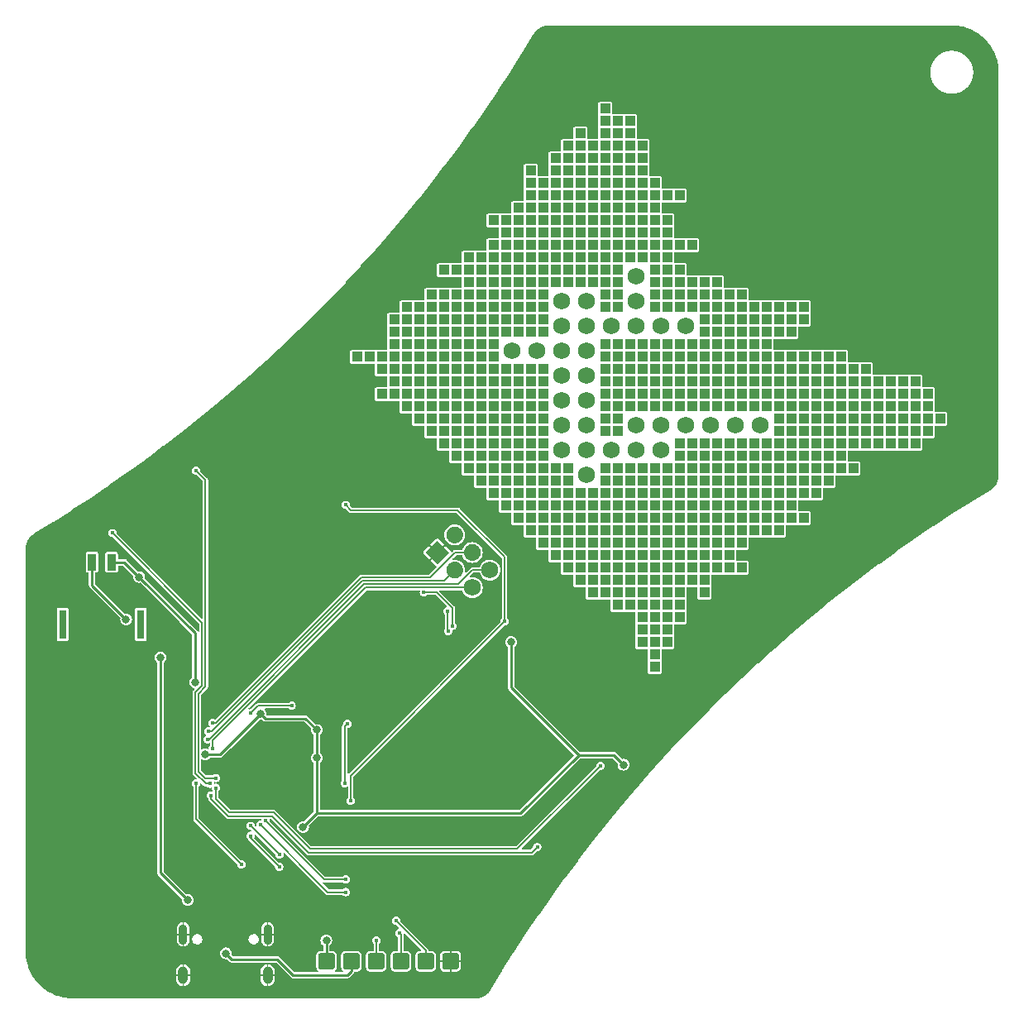
<source format=gbl>
G04 #@! TF.GenerationSoftware,KiCad,Pcbnew,(5.99.0-3349-g91c4a681c)*
G04 #@! TF.CreationDate,2020-09-20T22:46:24+02:00*
G04 #@! TF.ProjectId,badge,62616467-652e-46b6-9963-61645f706362,0.1*
G04 #@! TF.SameCoordinates,Original*
G04 #@! TF.FileFunction,Copper,L2,Bot*
G04 #@! TF.FilePolarity,Positive*
%FSLAX46Y46*%
G04 Gerber Fmt 4.6, Leading zero omitted, Abs format (unit mm)*
G04 Created by KiCad (PCBNEW (5.99.0-3349-g91c4a681c)) date 2020-09-20 22:46:24*
%MOMM*%
%LPD*%
G01*
G04 APERTURE LIST*
G04 #@! TA.AperFunction,ComponentPad*
%ADD10C,1.727200*%
G04 #@! TD*
G04 #@! TA.AperFunction,ComponentPad*
%ADD11O,0.900000X2.100000*%
G04 #@! TD*
G04 #@! TA.AperFunction,ComponentPad*
%ADD12O,1.000000X1.800000*%
G04 #@! TD*
G04 #@! TA.AperFunction,SMDPad,CuDef*
%ADD13R,1.016000X1.016000*%
G04 #@! TD*
G04 #@! TA.AperFunction,SMDPad,CuDef*
%ADD14R,0.800000X3.000000*%
G04 #@! TD*
G04 #@! TA.AperFunction,SMDPad,CuDef*
%ADD15R,0.900000X1.700000*%
G04 #@! TD*
G04 #@! TA.AperFunction,ViaPad*
%ADD16C,0.450000*%
G04 #@! TD*
G04 #@! TA.AperFunction,ViaPad*
%ADD17C,0.800000*%
G04 #@! TD*
G04 #@! TA.AperFunction,Conductor*
%ADD18C,0.250000*%
G04 #@! TD*
G04 #@! TA.AperFunction,Conductor*
%ADD19C,0.150000*%
G04 #@! TD*
G04 APERTURE END LIST*
D10*
G04 #@! TO.P,REF\u002A\u002A,1*
G04 #@! TO.N,N/C*
X107620000Y-93650000D03*
G04 #@! TD*
G04 #@! TO.P,REF\u002A\u002A,1*
G04 #@! TO.N,N/C*
X122860000Y-91110000D03*
G04 #@! TD*
G04 #@! TO.P,REF\u002A\u002A,1*
G04 #@! TO.N,N/C*
X110160000Y-93650000D03*
G04 #@! TD*
G04 #@! TO.P,REF\u002A\u002A,1*
G04 #@! TO.N,N/C*
X105080000Y-80950000D03*
G04 #@! TD*
G04 #@! TO.P,REF\u002A\u002A,1*
G04 #@! TO.N,N/C*
X112700000Y-78410000D03*
G04 #@! TD*
G04 #@! TO.P,REF\u002A\u002A,1*
G04 #@! TO.N,N/C*
X107620000Y-91110000D03*
G04 #@! TD*
G04 #@! TO.P,REF\u002A\u002A,1*
G04 #@! TO.N,N/C*
X115240000Y-93650000D03*
G04 #@! TD*
G04 #@! TO.P,REF\u002A\u002A,1*
G04 #@! TO.N,N/C*
X107620000Y-88570000D03*
G04 #@! TD*
G04 #@! TO.P,REF\u002A\u002A,1*
G04 #@! TO.N,N/C*
X110160000Y-80950000D03*
G04 #@! TD*
G04 #@! TO.P,REF\u002A\u002A,1*
G04 #@! TO.N,N/C*
X105080000Y-91110000D03*
G04 #@! TD*
G04 #@! TO.P,REF\u002A\u002A,1*
G04 #@! TO.N,N/C*
X107620000Y-78410000D03*
G04 #@! TD*
G04 #@! TO.P,REF\u002A\u002A,1*
G04 #@! TO.N,N/C*
X105080000Y-93650000D03*
G04 #@! TD*
G04 #@! TO.P,REF\u002A\u002A,1*
G04 #@! TO.N,N/C*
X105080000Y-88570000D03*
G04 #@! TD*
G04 #@! TO.P,REF\u002A\u002A,1*
G04 #@! TO.N,N/C*
X107620000Y-96190000D03*
G04 #@! TD*
G04 #@! TO.P,REF\u002A\u002A,1*
G04 #@! TO.N,N/C*
X117780000Y-80950000D03*
G04 #@! TD*
G04 #@! TO.P,REF\u002A\u002A,1*
G04 #@! TO.N,N/C*
X107620000Y-83490000D03*
G04 #@! TD*
G04 #@! TO.P,REF\u002A\u002A,1*
G04 #@! TO.N,N/C*
X115240000Y-91110000D03*
G04 #@! TD*
G04 #@! TO.P,REF\u002A\u002A,1*
G04 #@! TO.N,N/C*
X105080000Y-83490000D03*
G04 #@! TD*
G04 #@! TO.P,REF\u002A\u002A,1*
G04 #@! TO.N,N/C*
X117780000Y-91110000D03*
G04 #@! TD*
G04 #@! TO.P,REF\u002A\u002A,1*
G04 #@! TO.N,N/C*
X105080000Y-78410000D03*
G04 #@! TD*
G04 #@! TO.P,REF\u002A\u002A,1*
G04 #@! TO.N,N/C*
X100000000Y-83490000D03*
G04 #@! TD*
G04 #@! TO.P,REF\u002A\u002A,1*
G04 #@! TO.N,N/C*
X107620000Y-80950000D03*
G04 #@! TD*
G04 #@! TO.P,REF\u002A\u002A,1*
G04 #@! TO.N,N/C*
X115240000Y-80950000D03*
G04 #@! TD*
G04 #@! TO.P,REF\u002A\u002A,1*
G04 #@! TO.N,N/C*
X112700000Y-80950000D03*
G04 #@! TD*
G04 #@! TO.P,REF\u002A\u002A,1*
G04 #@! TO.N,N/C*
X120320000Y-91110000D03*
G04 #@! TD*
G04 #@! TO.P,REF\u002A\u002A,1*
G04 #@! TO.N,N/C*
X112700000Y-93650000D03*
G04 #@! TD*
G04 #@! TO.P,REF\u002A\u002A,1*
G04 #@! TO.N,N/C*
X107620000Y-86030000D03*
G04 #@! TD*
G04 #@! TO.P,REF\u002A\u002A,1*
G04 #@! TO.N,N/C*
X112700000Y-75870000D03*
G04 #@! TD*
G04 #@! TO.P,REF\u002A\u002A,1*
G04 #@! TO.N,N/C*
X105080000Y-86030000D03*
G04 #@! TD*
G04 #@! TO.P,REF\u002A\u002A,1*
G04 #@! TO.N,N/C*
X112700000Y-91110000D03*
G04 #@! TD*
G04 #@! TO.P,REF\u002A\u002A,1*
G04 #@! TO.N,N/C*
X102540000Y-83490000D03*
G04 #@! TD*
G04 #@! TO.P,REF\u002A\u002A,1*
G04 #@! TO.N,N/C*
X125400000Y-91110000D03*
G04 #@! TD*
D11*
G04 #@! TO.P,J1,S1,SHIELD*
G04 #@! TO.N,GND*
X66330000Y-143240000D03*
D12*
X66330000Y-147420000D03*
D11*
X74970000Y-143240000D03*
D12*
X74970000Y-147420000D03*
G04 #@! TD*
G04 #@! TO.P,X1,1,VCC*
G04 #@! TO.N,VCC*
G04 #@! TA.AperFunction,ComponentPad*
G36*
G01*
X94740916Y-101751835D02*
X94740916Y-101751835D01*
G75*
G02*
X94740916Y-102973149I-610657J-610657D01*
G01*
X94740916Y-102973149D01*
G75*
G02*
X93519602Y-102973149I-610657J610657D01*
G01*
X93519602Y-102973149D01*
G75*
G02*
X93519602Y-101751835I610657J610657D01*
G01*
X93519602Y-101751835D01*
G75*
G02*
X94740916Y-101751835I610657J-610657D01*
G01*
G37*
G04 #@! TD.AperFunction*
G04 #@! TA.AperFunction,ComponentPad*
G04 #@! TO.P,X1,2,GND*
G04 #@! TO.N,GND*
G36*
X92334207Y-102937228D02*
G01*
X93555522Y-104158543D01*
X92334207Y-105379858D01*
X91112892Y-104158543D01*
X92334207Y-102937228D01*
G37*
G04 #@! TD.AperFunction*
G04 #@! TO.P,X1,3,SDA*
G04 #@! TO.N,/SDA*
G04 #@! TA.AperFunction,ComponentPad*
G36*
G01*
X96536967Y-103547886D02*
X96536967Y-103547886D01*
G75*
G02*
X96536967Y-104769200I-610657J-610657D01*
G01*
X96536967Y-104769200D01*
G75*
G02*
X95315653Y-104769200I-610657J610657D01*
G01*
X95315653Y-104769200D01*
G75*
G02*
X95315653Y-103547886I610657J610657D01*
G01*
X95315653Y-103547886D01*
G75*
G02*
X96536967Y-103547886I610657J-610657D01*
G01*
G37*
G04 #@! TD.AperFunction*
G04 #@! TO.P,X1,4,SCL*
G04 #@! TO.N,/SCL*
G04 #@! TA.AperFunction,ComponentPad*
G36*
G01*
X94740916Y-105343937D02*
X94740916Y-105343937D01*
G75*
G02*
X94740916Y-106565251I-610657J-610657D01*
G01*
X94740916Y-106565251D01*
G75*
G02*
X93519602Y-106565251I-610657J610657D01*
G01*
X93519602Y-106565251D01*
G75*
G02*
X93519602Y-105343937I610657J610657D01*
G01*
X93519602Y-105343937D01*
G75*
G02*
X94740916Y-105343937I610657J-610657D01*
G01*
G37*
G04 #@! TD.AperFunction*
D10*
G04 #@! TO.P,X1,5,GPIO1*
G04 #@! TO.N,/GPIO1*
X97722361Y-105954594D03*
G04 #@! TO.P,X1,6,GPIO2*
G04 #@! TO.N,/GPIO2*
X95926310Y-107750645D03*
G04 #@! TD*
D13*
G04 #@! TO.P,REF\u002A\u002A,1*
G04 #@! TO.N,N/C*
X110795000Y-79045000D03*
G04 #@! TD*
G04 #@! TO.P,REF\u002A\u002A,1*
G04 #@! TO.N,N/C*
X103175000Y-99365000D03*
G04 #@! TD*
G04 #@! TO.P,REF\u002A\u002A,1*
G04 #@! TO.N,N/C*
X124765000Y-80315000D03*
G04 #@! TD*
G04 #@! TO.P,REF\u002A\u002A,1*
G04 #@! TO.N,N/C*
X120955000Y-104445000D03*
G04 #@! TD*
G04 #@! TO.P,REF\u002A\u002A,1*
G04 #@! TO.N,N/C*
X118415000Y-93015000D03*
G04 #@! TD*
G04 #@! TO.P,REF\u002A\u002A,1*
G04 #@! TO.N,N/C*
X112065000Y-59995000D03*
G04 #@! TD*
G04 #@! TO.P,REF\u002A\u002A,1*
G04 #@! TO.N,N/C*
X99365000Y-98095000D03*
G04 #@! TD*
G04 #@! TO.P,REF\u002A\u002A,1*
G04 #@! TO.N,N/C*
X106985000Y-61265000D03*
G04 #@! TD*
G04 #@! TO.P,REF\u002A\u002A,1*
G04 #@! TO.N,N/C*
X109525000Y-71425000D03*
G04 #@! TD*
G04 #@! TO.P,REF\u002A\u002A,1*
G04 #@! TO.N,N/C*
X101905000Y-77775000D03*
G04 #@! TD*
G04 #@! TO.P,REF\u002A\u002A,1*
G04 #@! TO.N,N/C*
X115875000Y-82855000D03*
G04 #@! TD*
G04 #@! TO.P,REF\u002A\u002A,1*
G04 #@! TO.N,N/C*
X136195000Y-91745000D03*
G04 #@! TD*
G04 #@! TO.P,REF\u002A\u002A,1*
G04 #@! TO.N,N/C*
X110795000Y-86665000D03*
G04 #@! TD*
G04 #@! TO.P,REF\u002A\u002A,1*
G04 #@! TO.N,N/C*
X109525000Y-91745000D03*
G04 #@! TD*
G04 #@! TO.P,REF\u002A\u002A,1*
G04 #@! TO.N,N/C*
X113335000Y-110795000D03*
G04 #@! TD*
G04 #@! TO.P,REF\u002A\u002A,1*
G04 #@! TO.N,N/C*
X122225000Y-85395000D03*
G04 #@! TD*
G04 #@! TO.P,REF\u002A\u002A,1*
G04 #@! TO.N,N/C*
X142545000Y-90475000D03*
G04 #@! TD*
G04 #@! TO.P,REF\u002A\u002A,1*
G04 #@! TO.N,N/C*
X118415000Y-79045000D03*
G04 #@! TD*
G04 #@! TO.P,REF\u002A\u002A,1*
G04 #@! TO.N,N/C*
X90475000Y-80315000D03*
G04 #@! TD*
G04 #@! TO.P,REF\u002A\u002A,1*
G04 #@! TO.N,N/C*
X128575000Y-95555000D03*
G04 #@! TD*
G04 #@! TO.P,REF\u002A\u002A,1*
G04 #@! TO.N,N/C*
X94285000Y-87935000D03*
G04 #@! TD*
G04 #@! TO.P,REF\u002A\u002A,1*
G04 #@! TO.N,N/C*
X95555000Y-93015000D03*
G04 #@! TD*
G04 #@! TO.P,REF\u002A\u002A,1*
G04 #@! TO.N,N/C*
X119685000Y-104445000D03*
G04 #@! TD*
G04 #@! TO.P,REF\u002A\u002A,1*
G04 #@! TO.N,N/C*
X114605000Y-77775000D03*
G04 #@! TD*
G04 #@! TO.P,J2,1,Pin_1*
G04 #@! TO.N,VCC*
G04 #@! TA.AperFunction,SMDPad,CuDef*
G36*
G01*
X80405000Y-145150000D02*
X81595000Y-145150000D01*
G75*
G02*
X81850000Y-145405000I0J-255000D01*
G01*
X81850000Y-146595000D01*
G75*
G02*
X81595000Y-146850000I-255000J0D01*
G01*
X80405000Y-146850000D01*
G75*
G02*
X80150000Y-146595000I0J255000D01*
G01*
X80150000Y-145405000D01*
G75*
G02*
X80405000Y-145150000I255000J0D01*
G01*
G37*
G04 #@! TD.AperFunction*
G04 #@! TO.P,J2,2,Pin_2*
G04 #@! TO.N,/VUSB*
G04 #@! TA.AperFunction,SMDPad,CuDef*
G36*
G01*
X82945000Y-145150000D02*
X84135000Y-145150000D01*
G75*
G02*
X84390000Y-145405000I0J-255000D01*
G01*
X84390000Y-146595000D01*
G75*
G02*
X84135000Y-146850000I-255000J0D01*
G01*
X82945000Y-146850000D01*
G75*
G02*
X82690000Y-146595000I0J255000D01*
G01*
X82690000Y-145405000D01*
G75*
G02*
X82945000Y-145150000I255000J0D01*
G01*
G37*
G04 #@! TD.AperFunction*
G04 #@! TO.P,J2,3,Pin_3*
G04 #@! TO.N,/SAMD21/SWDIO*
G04 #@! TA.AperFunction,SMDPad,CuDef*
G36*
G01*
X85485000Y-145150000D02*
X86675000Y-145150000D01*
G75*
G02*
X86930000Y-145405000I0J-255000D01*
G01*
X86930000Y-146595000D01*
G75*
G02*
X86675000Y-146850000I-255000J0D01*
G01*
X85485000Y-146850000D01*
G75*
G02*
X85230000Y-146595000I0J255000D01*
G01*
X85230000Y-145405000D01*
G75*
G02*
X85485000Y-145150000I255000J0D01*
G01*
G37*
G04 #@! TD.AperFunction*
G04 #@! TO.P,J2,4,Pin_4*
G04 #@! TO.N,/SAMD21/SWDCLK*
G04 #@! TA.AperFunction,SMDPad,CuDef*
G36*
G01*
X88025000Y-145150000D02*
X89215000Y-145150000D01*
G75*
G02*
X89470000Y-145405000I0J-255000D01*
G01*
X89470000Y-146595000D01*
G75*
G02*
X89215000Y-146850000I-255000J0D01*
G01*
X88025000Y-146850000D01*
G75*
G02*
X87770000Y-146595000I0J255000D01*
G01*
X87770000Y-145405000D01*
G75*
G02*
X88025000Y-145150000I255000J0D01*
G01*
G37*
G04 #@! TD.AperFunction*
G04 #@! TO.P,J2,5,Pin_5*
G04 #@! TO.N,/SAMD21/~RESET*
G04 #@! TA.AperFunction,SMDPad,CuDef*
G36*
G01*
X90565000Y-145150000D02*
X91755000Y-145150000D01*
G75*
G02*
X92010000Y-145405000I0J-255000D01*
G01*
X92010000Y-146595000D01*
G75*
G02*
X91755000Y-146850000I-255000J0D01*
G01*
X90565000Y-146850000D01*
G75*
G02*
X90310000Y-146595000I0J255000D01*
G01*
X90310000Y-145405000D01*
G75*
G02*
X90565000Y-145150000I255000J0D01*
G01*
G37*
G04 #@! TD.AperFunction*
G04 #@! TO.P,J2,6,Pin_6*
G04 #@! TO.N,GND*
G04 #@! TA.AperFunction,SMDPad,CuDef*
G36*
G01*
X93105000Y-145150000D02*
X94295000Y-145150000D01*
G75*
G02*
X94550000Y-145405000I0J-255000D01*
G01*
X94550000Y-146595000D01*
G75*
G02*
X94295000Y-146850000I-255000J0D01*
G01*
X93105000Y-146850000D01*
G75*
G02*
X92850000Y-146595000I0J255000D01*
G01*
X92850000Y-145405000D01*
G75*
G02*
X93105000Y-145150000I255000J0D01*
G01*
G37*
G04 #@! TD.AperFunction*
G04 #@! TD*
G04 #@! TO.P,REF\u002A\u002A,1*
G04 #@! TO.N,N/C*
X120955000Y-87935000D03*
G04 #@! TD*
G04 #@! TO.P,REF\u002A\u002A,1*
G04 #@! TO.N,N/C*
X110795000Y-73965000D03*
G04 #@! TD*
G04 #@! TO.P,REF\u002A\u002A,1*
G04 #@! TO.N,N/C*
X99365000Y-79045000D03*
G04 #@! TD*
G04 #@! TO.P,REF\u002A\u002A,1*
G04 #@! TO.N,N/C*
X103175000Y-79045000D03*
G04 #@! TD*
G04 #@! TO.P,REF\u002A\u002A,1*
G04 #@! TO.N,N/C*
X112065000Y-61265000D03*
G04 #@! TD*
G04 #@! TO.P,REF\u002A\u002A,1*
G04 #@! TO.N,N/C*
X101905000Y-87935000D03*
G04 #@! TD*
G04 #@! TO.P,REF\u002A\u002A,1*
G04 #@! TO.N,N/C*
X95555000Y-90475000D03*
G04 #@! TD*
G04 #@! TO.P,REF\u002A\u002A,1*
G04 #@! TO.N,N/C*
X109525000Y-72695000D03*
G04 #@! TD*
G04 #@! TO.P,REF\u002A\u002A,1*
G04 #@! TO.N,N/C*
X109525000Y-63805000D03*
G04 #@! TD*
G04 #@! TO.P,REF\u002A\u002A,1*
G04 #@! TO.N,N/C*
X141275000Y-93015000D03*
G04 #@! TD*
G04 #@! TO.P,REF\u002A\u002A,1*
G04 #@! TO.N,N/C*
X110795000Y-106985000D03*
G04 #@! TD*
G04 #@! TO.P,REF\u002A\u002A,1*
G04 #@! TO.N,N/C*
X112065000Y-84125000D03*
G04 #@! TD*
G04 #@! TO.P,REF\u002A\u002A,1*
G04 #@! TO.N,N/C*
X95555000Y-85395000D03*
G04 #@! TD*
G04 #@! TO.P,REF\u002A\u002A,1*
G04 #@! TO.N,N/C*
X89205000Y-81585000D03*
G04 #@! TD*
G04 #@! TO.P,REF\u002A\u002A,1*
G04 #@! TO.N,N/C*
X117145000Y-110795000D03*
G04 #@! TD*
G04 #@! TO.P,REF\u002A\u002A,1*
G04 #@! TO.N,N/C*
X96825000Y-82855000D03*
G04 #@! TD*
G04 #@! TO.P,REF\u002A\u002A,1*
G04 #@! TO.N,N/C*
X103175000Y-68885000D03*
G04 #@! TD*
G04 #@! TO.P,REF\u002A\u002A,1*
G04 #@! TO.N,N/C*
X109525000Y-85395000D03*
G04 #@! TD*
G04 #@! TO.P,REF\u002A\u002A,1*
G04 #@! TO.N,N/C*
X122225000Y-95555000D03*
G04 #@! TD*
G04 #@! TO.P,REF\u002A\u002A,1*
G04 #@! TO.N,N/C*
X94285000Y-81585000D03*
G04 #@! TD*
G04 #@! TO.P,REF\u002A\u002A,1*
G04 #@! TO.N,N/C*
X113335000Y-95555000D03*
G04 #@! TD*
G04 #@! TO.P,REF\u002A\u002A,1*
G04 #@! TO.N,N/C*
X118415000Y-72695000D03*
G04 #@! TD*
G04 #@! TO.P,REF\u002A\u002A,1*
G04 #@! TO.N,N/C*
X104445000Y-72695000D03*
G04 #@! TD*
G04 #@! TO.P,REF\u002A\u002A,1*
G04 #@! TO.N,N/C*
X115875000Y-85395000D03*
G04 #@! TD*
G04 #@! TO.P,REF\u002A\u002A,1*
G04 #@! TO.N,N/C*
X105715000Y-72695000D03*
G04 #@! TD*
G04 #@! TO.P,REF\u002A\u002A,1*
G04 #@! TO.N,N/C*
X127305000Y-89205000D03*
G04 #@! TD*
G04 #@! TO.P,REF\u002A\u002A,1*
G04 #@! TO.N,N/C*
X90475000Y-81585000D03*
G04 #@! TD*
G04 #@! TO.P,REF\u002A\u002A,1*
G04 #@! TO.N,N/C*
X101905000Y-99365000D03*
G04 #@! TD*
G04 #@! TO.P,REF\u002A\u002A,1*
G04 #@! TO.N,N/C*
X113335000Y-73965000D03*
G04 #@! TD*
G04 #@! TO.P,REF\u002A\u002A,1*
G04 #@! TO.N,N/C*
X95555000Y-81585000D03*
G04 #@! TD*
G04 #@! TO.P,REF\u002A\u002A,1*
G04 #@! TO.N,N/C*
X131115000Y-89205000D03*
G04 #@! TD*
G04 #@! TO.P,REF\u002A\u002A,1*
G04 #@! TO.N,N/C*
X98095000Y-75235000D03*
G04 #@! TD*
G04 #@! TO.P,REF\u002A\u002A,1*
G04 #@! TO.N,N/C*
X103175000Y-89205000D03*
G04 #@! TD*
G04 #@! TO.P,REF\u002A\u002A,1*
G04 #@! TO.N,N/C*
X94285000Y-77775000D03*
G04 #@! TD*
G04 #@! TO.P,REF\u002A\u002A,1*
G04 #@! TO.N,N/C*
X131115000Y-86665000D03*
G04 #@! TD*
G04 #@! TO.P,REF\u002A\u002A,1*
G04 #@! TO.N,N/C*
X120955000Y-89205000D03*
G04 #@! TD*
G04 #@! TO.P,REF\u002A\u002A,1*
G04 #@! TO.N,N/C*
X127305000Y-96825000D03*
G04 #@! TD*
G04 #@! TO.P,REF\u002A\u002A,1*
G04 #@! TO.N,N/C*
X131115000Y-87935000D03*
G04 #@! TD*
G04 #@! TO.P,REF\u002A\u002A,1*
G04 #@! TO.N,N/C*
X103175000Y-72695000D03*
G04 #@! TD*
G04 #@! TO.P,REF\u002A\u002A,1*
G04 #@! TO.N,N/C*
X138735000Y-90475000D03*
G04 #@! TD*
G04 #@! TO.P,REF\u002A\u002A,1*
G04 #@! TO.N,N/C*
X113335000Y-96825000D03*
G04 #@! TD*
G04 #@! TO.P,REF\u002A\u002A,1*
G04 #@! TO.N,N/C*
X140005000Y-90475000D03*
G04 #@! TD*
G04 #@! TO.P,REF\u002A\u002A,1*
G04 #@! TO.N,N/C*
X115875000Y-77775000D03*
G04 #@! TD*
G04 #@! TO.P,REF\u002A\u002A,1*
G04 #@! TO.N,N/C*
X90475000Y-89205000D03*
G04 #@! TD*
G04 #@! TO.P,REF\u002A\u002A,1*
G04 #@! TO.N,N/C*
X115875000Y-106985000D03*
G04 #@! TD*
G04 #@! TO.P,REF\u002A\u002A,1*
G04 #@! TO.N,N/C*
X103175000Y-103175000D03*
G04 #@! TD*
G04 #@! TO.P,REF\u002A\u002A,1*
G04 #@! TO.N,N/C*
X93015000Y-82855000D03*
G04 #@! TD*
G04 #@! TO.P,REF\u002A\u002A,1*
G04 #@! TO.N,N/C*
X124765000Y-100635000D03*
G04 #@! TD*
G04 #@! TO.P,REF\u002A\u002A,1*
G04 #@! TO.N,N/C*
X93015000Y-90475000D03*
G04 #@! TD*
G04 #@! TO.P,REF\u002A\u002A,1*
G04 #@! TO.N,N/C*
X110795000Y-109525000D03*
G04 #@! TD*
G04 #@! TO.P,REF\u002A\u002A,1*
G04 #@! TO.N,N/C*
X94285000Y-90475000D03*
G04 #@! TD*
G04 #@! TO.P,REF\u002A\u002A,1*
G04 #@! TO.N,N/C*
X132385000Y-94285000D03*
G04 #@! TD*
G04 #@! TO.P,REF\u002A\u002A,1*
G04 #@! TO.N,N/C*
X96825000Y-91745000D03*
G04 #@! TD*
G04 #@! TO.P,REF\u002A\u002A,1*
G04 #@! TO.N,N/C*
X120955000Y-76505000D03*
G04 #@! TD*
G04 #@! TO.P,REF\u002A\u002A,1*
G04 #@! TO.N,N/C*
X115875000Y-112065000D03*
G04 #@! TD*
G04 #@! TO.P,REF\u002A\u002A,1*
G04 #@! TO.N,N/C*
X128575000Y-80315000D03*
G04 #@! TD*
G04 #@! TO.P,REF\u002A\u002A,1*
G04 #@! TO.N,N/C*
X109525000Y-87935000D03*
G04 #@! TD*
G04 #@! TO.P,REF\u002A\u002A,1*
G04 #@! TO.N,N/C*
X101905000Y-86665000D03*
G04 #@! TD*
G04 #@! TO.P,REF\u002A\u002A,1*
G04 #@! TO.N,N/C*
X99365000Y-90475000D03*
G04 #@! TD*
G04 #@! TO.P,REF\u002A\u002A,1*
G04 #@! TO.N,N/C*
X115875000Y-101905000D03*
G04 #@! TD*
G04 #@! TO.P,REF\u002A\u002A,1*
G04 #@! TO.N,N/C*
X128575000Y-93015000D03*
G04 #@! TD*
G04 #@! TO.P,REF\u002A\u002A,1*
G04 #@! TO.N,N/C*
X98095000Y-94285000D03*
G04 #@! TD*
G04 #@! TO.P,REF\u002A\u002A,1*
G04 #@! TO.N,N/C*
X113335000Y-99365000D03*
G04 #@! TD*
G04 #@! TO.P,REF\u002A\u002A,1*
G04 #@! TO.N,N/C*
X127305000Y-95555000D03*
G04 #@! TD*
G04 #@! TO.P,REF\u002A\u002A,1*
G04 #@! TO.N,N/C*
X132385000Y-89205000D03*
G04 #@! TD*
G04 #@! TO.P,REF\u002A\u002A,1*
G04 #@! TO.N,N/C*
X109525000Y-99365000D03*
G04 #@! TD*
G04 #@! TO.P,REF\u002A\u002A,1*
G04 #@! TO.N,N/C*
X96825000Y-81585000D03*
G04 #@! TD*
G04 #@! TO.P,REF\u002A\u002A,1*
G04 #@! TO.N,N/C*
X89205000Y-82855000D03*
G04 #@! TD*
G04 #@! TO.P,REF\u002A\u002A,1*
G04 #@! TO.N,N/C*
X120955000Y-105715000D03*
G04 #@! TD*
G04 #@! TO.P,REF\u002A\u002A,1*
G04 #@! TO.N,N/C*
X96825000Y-80315000D03*
G04 #@! TD*
G04 #@! TO.P,REF\u002A\u002A,1*
G04 #@! TO.N,N/C*
X124765000Y-87935000D03*
G04 #@! TD*
G04 #@! TO.P,REF\u002A\u002A,1*
G04 #@! TO.N,N/C*
X134925000Y-86665000D03*
G04 #@! TD*
G04 #@! TO.P,REF\u002A\u002A,1*
G04 #@! TO.N,N/C*
X101905000Y-100635000D03*
G04 #@! TD*
G04 #@! TO.P,REF\u002A\u002A,1*
G04 #@! TO.N,N/C*
X119685000Y-95555000D03*
G04 #@! TD*
G04 #@! TO.P,REF\u002A\u002A,1*
G04 #@! TO.N,N/C*
X99365000Y-95555000D03*
G04 #@! TD*
G04 #@! TO.P,REF\u002A\u002A,1*
G04 #@! TO.N,N/C*
X123495000Y-94285000D03*
G04 #@! TD*
G04 #@! TO.P,REF\u002A\u002A,1*
G04 #@! TO.N,N/C*
X105715000Y-76505000D03*
G04 #@! TD*
G04 #@! TO.P,REF\u002A\u002A,1*
G04 #@! TO.N,N/C*
X123495000Y-80315000D03*
G04 #@! TD*
G04 #@! TO.P,REF\u002A\u002A,1*
G04 #@! TO.N,N/C*
X100635000Y-95555000D03*
G04 #@! TD*
G04 #@! TO.P,REF\u002A\u002A,1*
G04 #@! TO.N,N/C*
X124765000Y-89205000D03*
G04 #@! TD*
G04 #@! TO.P,REF\u002A\u002A,1*
G04 #@! TO.N,N/C*
X109525000Y-105715000D03*
G04 #@! TD*
G04 #@! TO.P,REF\u002A\u002A,1*
G04 #@! TO.N,N/C*
X112065000Y-66345000D03*
G04 #@! TD*
G04 #@! TO.P,REF\u002A\u002A,1*
G04 #@! TO.N,N/C*
X87935000Y-84125000D03*
G04 #@! TD*
G04 #@! TO.P,REF\u002A\u002A,1*
G04 #@! TO.N,N/C*
X122225000Y-89205000D03*
G04 #@! TD*
G04 #@! TO.P,REF\u002A\u002A,1*
G04 #@! TO.N,N/C*
X126035000Y-95555000D03*
G04 #@! TD*
G04 #@! TO.P,REF\u002A\u002A,1*
G04 #@! TO.N,N/C*
X93015000Y-77775000D03*
G04 #@! TD*
G04 #@! TO.P,REF\u002A\u002A,1*
G04 #@! TO.N,N/C*
X138735000Y-87935000D03*
G04 #@! TD*
G04 #@! TO.P,REF\u002A\u002A,1*
G04 #@! TO.N,N/C*
X105715000Y-63805000D03*
G04 #@! TD*
G04 #@! TO.P,REF\u002A\u002A,1*
G04 #@! TO.N,N/C*
X98095000Y-70155000D03*
G04 #@! TD*
G04 #@! TO.P,REF\u002A\u002A,1*
G04 #@! TO.N,N/C*
X109525000Y-82855000D03*
G04 #@! TD*
G04 #@! TO.P,REF\u002A\u002A,1*
G04 #@! TO.N,N/C*
X101905000Y-76505000D03*
G04 #@! TD*
G04 #@! TO.P,REF\u002A\u002A,1*
G04 #@! TO.N,N/C*
X119685000Y-94285000D03*
G04 #@! TD*
G04 #@! TO.P,REF\u002A\u002A,1*
G04 #@! TO.N,N/C*
X114605000Y-104445000D03*
G04 #@! TD*
G04 #@! TO.P,REF\u002A\u002A,1*
G04 #@! TO.N,N/C*
X128575000Y-90475000D03*
G04 #@! TD*
G04 #@! TO.P,REF\u002A\u002A,1*
G04 #@! TO.N,N/C*
X99365000Y-93015000D03*
G04 #@! TD*
G04 #@! TO.P,REF\u002A\u002A,1*
G04 #@! TO.N,N/C*
X115875000Y-109525000D03*
G04 #@! TD*
G04 #@! TO.P,REF\u002A\u002A,1*
G04 #@! TO.N,N/C*
X131115000Y-93015000D03*
G04 #@! TD*
G04 #@! TO.P,REF\u002A\u002A,1*
G04 #@! TO.N,N/C*
X109525000Y-75235000D03*
G04 #@! TD*
G04 #@! TO.P,REF\u002A\u002A,1*
G04 #@! TO.N,N/C*
X103175000Y-93015000D03*
G04 #@! TD*
G04 #@! TO.P,REF\u002A\u002A,1*
G04 #@! TO.N,N/C*
X93015000Y-87935000D03*
G04 #@! TD*
G04 #@! TO.P,REF\u002A\u002A,1*
G04 #@! TO.N,N/C*
X124765000Y-101905000D03*
G04 #@! TD*
G04 #@! TO.P,REF\u002A\u002A,1*
G04 #@! TO.N,N/C*
X133655000Y-91745000D03*
G04 #@! TD*
G04 #@! TO.P,REF\u002A\u002A,1*
G04 #@! TO.N,N/C*
X122225000Y-104445000D03*
G04 #@! TD*
G04 #@! TO.P,REF\u002A\u002A,1*
G04 #@! TO.N,N/C*
X117145000Y-89205000D03*
G04 #@! TD*
G04 #@! TO.P,REF\u002A\u002A,1*
G04 #@! TO.N,N/C*
X94285000Y-75235000D03*
G04 #@! TD*
G04 #@! TO.P,REF\u002A\u002A,1*
G04 #@! TO.N,N/C*
X105715000Y-62535000D03*
G04 #@! TD*
G04 #@! TO.P,REF\u002A\u002A,1*
G04 #@! TO.N,N/C*
X117145000Y-86665000D03*
G04 #@! TD*
G04 #@! TO.P,REF\u002A\u002A,1*
G04 #@! TO.N,N/C*
X136195000Y-86665000D03*
G04 #@! TD*
G04 #@! TO.P,REF\u002A\u002A,1*
G04 #@! TO.N,N/C*
X109525000Y-76505000D03*
G04 #@! TD*
G04 #@! TO.P,REF\u002A\u002A,1*
G04 #@! TO.N,N/C*
X110795000Y-101905000D03*
G04 #@! TD*
G04 #@! TO.P,REF\u002A\u002A,1*
G04 #@! TO.N,N/C*
X117145000Y-95555000D03*
G04 #@! TD*
G04 #@! TO.P,REF\u002A\u002A,1*
G04 #@! TO.N,N/C*
X128575000Y-94285000D03*
G04 #@! TD*
G04 #@! TO.P,REF\u002A\u002A,1*
G04 #@! TO.N,N/C*
X94285000Y-85395000D03*
G04 #@! TD*
G04 #@! TO.P,REF\u002A\u002A,1*
G04 #@! TO.N,N/C*
X119685000Y-79045000D03*
G04 #@! TD*
G04 #@! TO.P,REF\u002A\u002A,1*
G04 #@! TO.N,N/C*
X129845000Y-85395000D03*
G04 #@! TD*
G04 #@! TO.P,REF\u002A\u002A,1*
G04 #@! TO.N,N/C*
X115875000Y-104445000D03*
G04 #@! TD*
G04 #@! TO.P,REF\u002A\u002A,1*
G04 #@! TO.N,N/C*
X87935000Y-87935000D03*
G04 #@! TD*
G04 #@! TO.P,REF\u002A\u002A,1*
G04 #@! TO.N,N/C*
X114605000Y-110795000D03*
G04 #@! TD*
G04 #@! TO.P,REF\u002A\u002A,1*
G04 #@! TO.N,N/C*
X90475000Y-85395000D03*
G04 #@! TD*
G04 #@! TO.P,REF\u002A\u002A,1*
G04 #@! TO.N,N/C*
X109525000Y-86665000D03*
G04 #@! TD*
G04 #@! TO.P,REF\u002A\u002A,1*
G04 #@! TO.N,N/C*
X103175000Y-100635000D03*
G04 #@! TD*
G04 #@! TO.P,REF\u002A\u002A,1*
G04 #@! TO.N,N/C*
X108255000Y-70155000D03*
G04 #@! TD*
G04 #@! TO.P,REF\u002A\u002A,1*
G04 #@! TO.N,N/C*
X103175000Y-86665000D03*
G04 #@! TD*
G04 #@! TO.P,REF\u002A\u002A,1*
G04 #@! TO.N,N/C*
X101905000Y-98095000D03*
G04 #@! TD*
G04 #@! TO.P,REF\u002A\u002A,1*
G04 #@! TO.N,N/C*
X96825000Y-75235000D03*
G04 #@! TD*
G04 #@! TO.P,REF\u002A\u002A,1*
G04 #@! TO.N,N/C*
X129845000Y-94285000D03*
G04 #@! TD*
G04 #@! TO.P,REF\u002A\u002A,1*
G04 #@! TO.N,N/C*
X108255000Y-99365000D03*
G04 #@! TD*
G04 #@! TO.P,REF\u002A\u002A,1*
G04 #@! TO.N,N/C*
X93015000Y-79045000D03*
G04 #@! TD*
G04 #@! TO.P,REF\u002A\u002A,1*
G04 #@! TO.N,N/C*
X118415000Y-85395000D03*
G04 #@! TD*
G04 #@! TO.P,REF\u002A\u002A,1*
G04 #@! TO.N,N/C*
X120955000Y-101905000D03*
G04 #@! TD*
G04 #@! TO.P,REF\u002A\u002A,1*
G04 #@! TO.N,N/C*
X112065000Y-85395000D03*
G04 #@! TD*
G04 #@! TO.P,REF\u002A\u002A,1*
G04 #@! TO.N,N/C*
X126035000Y-87935000D03*
G04 #@! TD*
G04 #@! TO.P,REF\u002A\u002A,1*
G04 #@! TO.N,N/C*
X112065000Y-67615000D03*
G04 #@! TD*
G04 #@! TO.P,REF\u002A\u002A,1*
G04 #@! TO.N,N/C*
X128575000Y-98095000D03*
G04 #@! TD*
G04 #@! TO.P,REF\u002A\u002A,1*
G04 #@! TO.N,N/C*
X113335000Y-68885000D03*
G04 #@! TD*
G04 #@! TO.P,REF\u002A\u002A,1*
G04 #@! TO.N,N/C*
X133655000Y-85395000D03*
G04 #@! TD*
G04 #@! TO.P,REF\u002A\u002A,1*
G04 #@! TO.N,N/C*
X104445000Y-73965000D03*
G04 #@! TD*
G04 #@! TO.P,REF\u002A\u002A,1*
G04 #@! TO.N,N/C*
X134925000Y-90475000D03*
G04 #@! TD*
G04 #@! TO.P,REF\u002A\u002A,1*
G04 #@! TO.N,N/C*
X119685000Y-76505000D03*
G04 #@! TD*
G04 #@! TO.P,REF\u002A\u002A,1*
G04 #@! TO.N,N/C*
X127305000Y-100635000D03*
G04 #@! TD*
G04 #@! TO.P,REF\u002A\u002A,1*
G04 #@! TO.N,N/C*
X127305000Y-98095000D03*
G04 #@! TD*
G04 #@! TO.P,REF\u002A\u002A,1*
G04 #@! TO.N,N/C*
X123495000Y-82855000D03*
G04 #@! TD*
G04 #@! TO.P,REF\u002A\u002A,1*
G04 #@! TO.N,N/C*
X141275000Y-91745000D03*
G04 #@! TD*
G04 #@! TO.P,REF\u002A\u002A,1*
G04 #@! TO.N,N/C*
X109525000Y-101905000D03*
G04 #@! TD*
G04 #@! TO.P,REF\u002A\u002A,1*
G04 #@! TO.N,N/C*
X98095000Y-72695000D03*
G04 #@! TD*
G04 #@! TO.P,REF\u002A\u002A,1*
G04 #@! TO.N,N/C*
X115875000Y-70155000D03*
G04 #@! TD*
G04 #@! TO.P,REF\u002A\u002A,1*
G04 #@! TO.N,N/C*
X128575000Y-84125000D03*
G04 #@! TD*
G04 #@! TO.P,REF\u002A\u002A,1*
G04 #@! TO.N,N/C*
X103175000Y-101905000D03*
G04 #@! TD*
G04 #@! TO.P,REF\u002A\u002A,1*
G04 #@! TO.N,N/C*
X115875000Y-95555000D03*
G04 #@! TD*
G04 #@! TO.P,REF\u002A\u002A,1*
G04 #@! TO.N,N/C*
X120955000Y-82855000D03*
G04 #@! TD*
G04 #@! TO.P,REF\u002A\u002A,1*
G04 #@! TO.N,N/C*
X109525000Y-66345000D03*
G04 #@! TD*
G04 #@! TO.P,REF\u002A\u002A,1*
G04 #@! TO.N,N/C*
X122225000Y-77775000D03*
G04 #@! TD*
G04 #@! TO.P,REF\u002A\u002A,1*
G04 #@! TO.N,N/C*
X98095000Y-85395000D03*
G04 #@! TD*
G04 #@! TO.P,REF\u002A\u002A,1*
G04 #@! TO.N,N/C*
X124765000Y-93015000D03*
G04 #@! TD*
G04 #@! TO.P,REF\u002A\u002A,1*
G04 #@! TO.N,N/C*
X115875000Y-67615000D03*
G04 #@! TD*
G04 #@! TO.P,REF\u002A\u002A,1*
G04 #@! TO.N,N/C*
X123495000Y-100635000D03*
G04 #@! TD*
G04 #@! TO.P,REF\u002A\u002A,1*
G04 #@! TO.N,N/C*
X100635000Y-96825000D03*
G04 #@! TD*
G04 #@! TO.P,REF\u002A\u002A,1*
G04 #@! TO.N,N/C*
X118415000Y-95555000D03*
G04 #@! TD*
G04 #@! TO.P,REF\u002A\u002A,1*
G04 #@! TO.N,N/C*
X104445000Y-96825000D03*
G04 #@! TD*
G04 #@! TO.P,REF\u002A\u002A,1*
G04 #@! TO.N,N/C*
X123495000Y-77775000D03*
G04 #@! TD*
G04 #@! TO.P,REF\u002A\u002A,1*
G04 #@! TO.N,N/C*
X124765000Y-99365000D03*
G04 #@! TD*
G04 #@! TO.P,REF\u002A\u002A,1*
G04 #@! TO.N,N/C*
X117145000Y-72695000D03*
G04 #@! TD*
G04 #@! TO.P,REF\u002A\u002A,1*
G04 #@! TO.N,N/C*
X99365000Y-70155000D03*
G04 #@! TD*
G04 #@! TO.P,REF\u002A\u002A,1*
G04 #@! TO.N,N/C*
X118415000Y-89205000D03*
G04 #@! TD*
G04 #@! TO.P,REF\u002A\u002A,1*
G04 #@! TO.N,N/C*
X118415000Y-98095000D03*
G04 #@! TD*
G04 #@! TO.P,REF\u002A\u002A,1*
G04 #@! TO.N,N/C*
X98095000Y-86665000D03*
G04 #@! TD*
G04 #@! TO.P,REF\u002A\u002A,1*
G04 #@! TO.N,N/C*
X127305000Y-87935000D03*
G04 #@! TD*
G04 #@! TO.P,REF\u002A\u002A,1*
G04 #@! TO.N,N/C*
X95555000Y-95555000D03*
G04 #@! TD*
G04 #@! TO.P,REF\u002A\u002A,1*
G04 #@! TO.N,N/C*
X117145000Y-98095000D03*
G04 #@! TD*
G04 #@! TO.P,REF\u002A\u002A,1*
G04 #@! TO.N,N/C*
X141275000Y-89205000D03*
G04 #@! TD*
G04 #@! TO.P,REF\u002A\u002A,1*
G04 #@! TO.N,N/C*
X114605000Y-68885000D03*
G04 #@! TD*
G04 #@! TO.P,REF\u002A\u002A,1*
G04 #@! TO.N,N/C*
X136195000Y-90475000D03*
G04 #@! TD*
G04 #@! TO.P,REF\u002A\u002A,1*
G04 #@! TO.N,N/C*
X117145000Y-101905000D03*
G04 #@! TD*
G04 #@! TO.P,REF\u002A\u002A,1*
G04 #@! TO.N,N/C*
X106985000Y-103175000D03*
G04 #@! TD*
G04 #@! TO.P,REF\u002A\u002A,1*
G04 #@! TO.N,N/C*
X138735000Y-89205000D03*
G04 #@! TD*
G04 #@! TO.P,REF\u002A\u002A,1*
G04 #@! TO.N,N/C*
X106985000Y-100635000D03*
G04 #@! TD*
G04 #@! TO.P,REF\u002A\u002A,1*
G04 #@! TO.N,N/C*
X115875000Y-100635000D03*
G04 #@! TD*
G04 #@! TO.P,REF\u002A\u002A,1*
G04 #@! TO.N,N/C*
X105715000Y-96825000D03*
G04 #@! TD*
G04 #@! TO.P,REF\u002A\u002A,1*
G04 #@! TO.N,N/C*
X109525000Y-104445000D03*
G04 #@! TD*
G04 #@! TO.P,REF\u002A\u002A,1*
G04 #@! TO.N,N/C*
X98095000Y-77775000D03*
G04 #@! TD*
G04 #@! TO.P,REF\u002A\u002A,1*
G04 #@! TO.N,N/C*
X101905000Y-65075000D03*
G04 #@! TD*
G04 #@! TO.P,REF\u002A\u002A,1*
G04 #@! TO.N,N/C*
X114605000Y-114605000D03*
G04 #@! TD*
G04 #@! TO.P,REF\u002A\u002A,1*
G04 #@! TO.N,N/C*
X114605000Y-72695000D03*
G04 #@! TD*
G04 #@! TO.P,REF\u002A\u002A,1*
G04 #@! TO.N,N/C*
X105715000Y-95555000D03*
G04 #@! TD*
G04 #@! TO.P,REF\u002A\u002A,1*
G04 #@! TO.N,N/C*
X127305000Y-84125000D03*
G04 #@! TD*
G04 #@! TO.P,REF\u002A\u002A,1*
G04 #@! TO.N,N/C*
X122225000Y-99365000D03*
G04 #@! TD*
G04 #@! TO.P,REF\u002A\u002A,1*
G04 #@! TO.N,N/C*
X94285000Y-84125000D03*
G04 #@! TD*
G04 #@! TO.P,REF\u002A\u002A,1*
G04 #@! TO.N,N/C*
X117145000Y-93015000D03*
G04 #@! TD*
G04 #@! TO.P,REF\u002A\u002A,1*
G04 #@! TO.N,N/C*
X110795000Y-68885000D03*
G04 #@! TD*
G04 #@! TO.P,REF\u002A\u002A,1*
G04 #@! TO.N,N/C*
X99365000Y-71425000D03*
G04 #@! TD*
G04 #@! TO.P,REF\u002A\u002A,1*
G04 #@! TO.N,N/C*
X100635000Y-91745000D03*
G04 #@! TD*
G04 #@! TO.P,REF\u002A\u002A,1*
G04 #@! TO.N,N/C*
X134925000Y-89205000D03*
G04 #@! TD*
G04 #@! TO.P,REF\u002A\u002A,1*
G04 #@! TO.N,N/C*
X96825000Y-93015000D03*
G04 #@! TD*
G04 #@! TO.P,REF\u002A\u002A,1*
G04 #@! TO.N,N/C*
X114605000Y-109525000D03*
G04 #@! TD*
G04 #@! TO.P,REF\u002A\u002A,1*
G04 #@! TO.N,N/C*
X105715000Y-75235000D03*
G04 #@! TD*
G04 #@! TO.P,REF\u002A\u002A,1*
G04 #@! TO.N,N/C*
X122225000Y-103175000D03*
G04 #@! TD*
G04 #@! TO.P,REF\u002A\u002A,1*
G04 #@! TO.N,N/C*
X96825000Y-85395000D03*
G04 #@! TD*
G04 #@! TO.P,REF\u002A\u002A,1*
G04 #@! TO.N,N/C*
X114605000Y-101905000D03*
G04 #@! TD*
G04 #@! TO.P,REF\u002A\u002A,1*
G04 #@! TO.N,N/C*
X103175000Y-95555000D03*
G04 #@! TD*
G04 #@! TO.P,REF\u002A\u002A,1*
G04 #@! TO.N,N/C*
X103175000Y-96825000D03*
G04 #@! TD*
G04 #@! TO.P,REF\u002A\u002A,1*
G04 #@! TO.N,N/C*
X100635000Y-98095000D03*
G04 #@! TD*
G04 #@! TO.P,REF\u002A\u002A,1*
G04 #@! TO.N,N/C*
X110795000Y-84125000D03*
G04 #@! TD*
G04 #@! TO.P,REF\u002A\u002A,1*
G04 #@! TO.N,N/C*
X101905000Y-75235000D03*
G04 #@! TD*
G04 #@! TO.P,REF\u002A\u002A,1*
G04 #@! TO.N,N/C*
X108255000Y-103175000D03*
G04 #@! TD*
G04 #@! TO.P,REF\u002A\u002A,1*
G04 #@! TO.N,N/C*
X127305000Y-79045000D03*
G04 #@! TD*
G04 #@! TO.P,REF\u002A\u002A,1*
G04 #@! TO.N,N/C*
X120955000Y-81585000D03*
G04 #@! TD*
G04 #@! TO.P,REF\u002A\u002A,1*
G04 #@! TO.N,N/C*
X118415000Y-84125000D03*
G04 #@! TD*
G04 #@! TO.P,REF\u002A\u002A,1*
G04 #@! TO.N,N/C*
X117145000Y-85395000D03*
G04 #@! TD*
G04 #@! TO.P,REF\u002A\u002A,1*
G04 #@! TO.N,N/C*
X126035000Y-93015000D03*
G04 #@! TD*
G04 #@! TO.P,REF\u002A\u002A,1*
G04 #@! TO.N,N/C*
X110795000Y-77775000D03*
G04 #@! TD*
G04 #@! TO.P,REF\u002A\u002A,1*
G04 #@! TO.N,N/C*
X103175000Y-70155000D03*
G04 #@! TD*
G04 #@! TO.P,REF\u002A\u002A,1*
G04 #@! TO.N,N/C*
X110795000Y-59995000D03*
G04 #@! TD*
G04 #@! TO.P,REF\u002A\u002A,1*
G04 #@! TO.N,N/C*
X119685000Y-85395000D03*
G04 #@! TD*
G04 #@! TO.P,REF\u002A\u002A,1*
G04 #@! TO.N,N/C*
X109525000Y-62535000D03*
G04 #@! TD*
G04 #@! TO.P,REF\u002A\u002A,1*
G04 #@! TO.N,N/C*
X123495000Y-93015000D03*
G04 #@! TD*
G04 #@! TO.P,REF\u002A\u002A,1*
G04 #@! TO.N,N/C*
X95555000Y-79045000D03*
G04 #@! TD*
G04 #@! TO.P,REF\u002A\u002A,1*
G04 #@! TO.N,N/C*
X129845000Y-89205000D03*
G04 #@! TD*
G04 #@! TO.P,REF\u002A\u002A,1*
G04 #@! TO.N,N/C*
X119685000Y-80315000D03*
G04 #@! TD*
G04 #@! TO.P,REF\u002A\u002A,1*
G04 #@! TO.N,N/C*
X117145000Y-106985000D03*
G04 #@! TD*
G04 #@! TO.P,REF\u002A\u002A,1*
G04 #@! TO.N,N/C*
X114605000Y-106985000D03*
G04 #@! TD*
G04 #@! TO.P,REF\u002A\u002A,1*
G04 #@! TO.N,N/C*
X106985000Y-65075000D03*
G04 #@! TD*
G04 #@! TO.P,REF\u002A\u002A,1*
G04 #@! TO.N,N/C*
X110795000Y-87935000D03*
G04 #@! TD*
G04 #@! TO.P,REF\u002A\u002A,1*
G04 #@! TO.N,N/C*
X98095000Y-76505000D03*
G04 #@! TD*
G04 #@! TO.P,REF\u002A\u002A,1*
G04 #@! TO.N,N/C*
X110795000Y-82855000D03*
G04 #@! TD*
G04 #@! TO.P,REF\u002A\u002A,1*
G04 #@! TO.N,N/C*
X101905000Y-73965000D03*
G04 #@! TD*
G04 #@! TO.P,REF\u002A\u002A,1*
G04 #@! TO.N,N/C*
X114605000Y-73965000D03*
G04 #@! TD*
G04 #@! TO.P,REF\u002A\u002A,1*
G04 #@! TO.N,N/C*
X96825000Y-86665000D03*
G04 #@! TD*
G04 #@! TO.P,REF\u002A\u002A,1*
G04 #@! TO.N,N/C*
X103175000Y-85395000D03*
G04 #@! TD*
G04 #@! TO.P,REF\u002A\u002A,1*
G04 #@! TO.N,N/C*
X109525000Y-77775000D03*
G04 #@! TD*
G04 #@! TO.P,REF\u002A\u002A,1*
G04 #@! TO.N,N/C*
X129845000Y-80315000D03*
G04 #@! TD*
G04 #@! TO.P,REF\u002A\u002A,1*
G04 #@! TO.N,N/C*
X106985000Y-75235000D03*
G04 #@! TD*
G04 #@! TO.P,REF\u002A\u002A,1*
G04 #@! TO.N,N/C*
X105715000Y-67615000D03*
G04 #@! TD*
G04 #@! TO.P,REF\u002A\u002A,1*
G04 #@! TO.N,N/C*
X110795000Y-66345000D03*
G04 #@! TD*
G04 #@! TO.P,REF\u002A\u002A,1*
G04 #@! TO.N,N/C*
X95555000Y-82855000D03*
G04 #@! TD*
G04 #@! TO.P,REF\u002A\u002A,1*
G04 #@! TO.N,N/C*
X98095000Y-80315000D03*
G04 #@! TD*
G04 #@! TO.P,REF\u002A\u002A,1*
G04 #@! TO.N,N/C*
X105715000Y-100635000D03*
G04 #@! TD*
G04 #@! TO.P,REF\u002A\u002A,1*
G04 #@! TO.N,N/C*
X134925000Y-85395000D03*
G04 #@! TD*
G04 #@! TO.P,REF\u002A\u002A,1*
G04 #@! TO.N,N/C*
X114605000Y-75235000D03*
G04 #@! TD*
G04 #@! TO.P,REF\u002A\u002A,1*
G04 #@! TO.N,N/C*
X118415000Y-86665000D03*
G04 #@! TD*
G04 #@! TO.P,REF\u002A\u002A,1*
G04 #@! TO.N,N/C*
X104445000Y-99365000D03*
G04 #@! TD*
G04 #@! TO.P,REF\u002A\u002A,1*
G04 #@! TO.N,N/C*
X120955000Y-103175000D03*
G04 #@! TD*
G04 #@! TO.P,REF\u002A\u002A,1*
G04 #@! TO.N,N/C*
X113335000Y-103175000D03*
G04 #@! TD*
G04 #@! TO.P,REF\u002A\u002A,1*
G04 #@! TO.N,N/C*
X95555000Y-76505000D03*
G04 #@! TD*
G04 #@! TO.P,REF\u002A\u002A,1*
G04 #@! TO.N,N/C*
X98095000Y-84125000D03*
G04 #@! TD*
G04 #@! TO.P,REF\u002A\u002A,1*
G04 #@! TO.N,N/C*
X119685000Y-77775000D03*
G04 #@! TD*
G04 #@! TO.P,REF\u002A\u002A,1*
G04 #@! TO.N,N/C*
X128575000Y-99365000D03*
G04 #@! TD*
G04 #@! TO.P,REF\u002A\u002A,1*
G04 #@! TO.N,N/C*
X100635000Y-90475000D03*
G04 #@! TD*
G04 #@! TO.P,REF\u002A\u002A,1*
G04 #@! TO.N,N/C*
X114605000Y-95555000D03*
G04 #@! TD*
G04 #@! TO.P,REF\u002A\u002A,1*
G04 #@! TO.N,N/C*
X129845000Y-79045000D03*
G04 #@! TD*
G04 #@! TO.P,REF\u002A\u002A,1*
G04 #@! TO.N,N/C*
X108255000Y-106985000D03*
G04 #@! TD*
G04 #@! TO.P,REF\u002A\u002A,1*
G04 #@! TO.N,N/C*
X99365000Y-81585000D03*
G04 #@! TD*
G04 #@! TO.P,REF\u002A\u002A,1*
G04 #@! TO.N,N/C*
X104445000Y-70155000D03*
G04 #@! TD*
G04 #@! TO.P,REF\u002A\u002A,1*
G04 #@! TO.N,N/C*
X129845000Y-95555000D03*
G04 #@! TD*
G04 #@! TO.P,REF\u002A\u002A,1*
G04 #@! TO.N,N/C*
X91745000Y-77775000D03*
G04 #@! TD*
G04 #@! TO.P,REF\u002A\u002A,1*
G04 #@! TO.N,N/C*
X124765000Y-79045000D03*
G04 #@! TD*
G04 #@! TO.P,REF\u002A\u002A,1*
G04 #@! TO.N,N/C*
X114605000Y-113335000D03*
G04 #@! TD*
G04 #@! TO.P,REF\u002A\u002A,1*
G04 #@! TO.N,N/C*
X118415000Y-87935000D03*
G04 #@! TD*
G04 #@! TO.P,REF\u002A\u002A,1*
G04 #@! TO.N,N/C*
X112065000Y-106985000D03*
G04 #@! TD*
G04 #@! TO.P,REF\u002A\u002A,1*
G04 #@! TO.N,N/C*
X109525000Y-68885000D03*
G04 #@! TD*
G04 #@! TO.P,REF\u002A\u002A,1*
G04 #@! TO.N,N/C*
X99365000Y-86665000D03*
G04 #@! TD*
G04 #@! TO.P,REF\u002A\u002A,1*
G04 #@! TO.N,N/C*
X126035000Y-98095000D03*
G04 #@! TD*
G04 #@! TO.P,REF\u002A\u002A,1*
G04 #@! TO.N,N/C*
X112065000Y-82855000D03*
G04 #@! TD*
G04 #@! TO.P,REF\u002A\u002A,1*
G04 #@! TO.N,N/C*
X129845000Y-91745000D03*
G04 #@! TD*
G04 #@! TO.P,REF\u002A\u002A,1*
G04 #@! TO.N,N/C*
X120955000Y-85395000D03*
G04 #@! TD*
G04 #@! TO.P,REF\u002A\u002A,1*
G04 #@! TO.N,N/C*
X110795000Y-70155000D03*
G04 #@! TD*
G04 #@! TO.P,REF\u002A\u002A,1*
G04 #@! TO.N,N/C*
X141275000Y-87935000D03*
G04 #@! TD*
G04 #@! TO.P,REF\u002A\u002A,1*
G04 #@! TO.N,N/C*
X117145000Y-79045000D03*
G04 #@! TD*
G04 #@! TO.P,REF\u002A\u002A,1*
G04 #@! TO.N,N/C*
X96825000Y-79045000D03*
G04 #@! TD*
G04 #@! TO.P,REF\u002A\u002A,1*
G04 #@! TO.N,N/C*
X126035000Y-79045000D03*
G04 #@! TD*
G04 #@! TO.P,REF\u002A\u002A,1*
G04 #@! TO.N,N/C*
X91745000Y-85395000D03*
G04 #@! TD*
G04 #@! TO.P,REF\u002A\u002A,1*
G04 #@! TO.N,N/C*
X119685000Y-103175000D03*
G04 #@! TD*
G04 #@! TO.P,REF\u002A\u002A,1*
G04 #@! TO.N,N/C*
X119685000Y-89205000D03*
G04 #@! TD*
G04 #@! TO.P,REF\u002A\u002A,1*
G04 #@! TO.N,N/C*
X104445000Y-65075000D03*
G04 #@! TD*
G04 #@! TO.P,REF\u002A\u002A,1*
G04 #@! TO.N,N/C*
X124765000Y-96825000D03*
G04 #@! TD*
G04 #@! TO.P,REF\u002A\u002A,1*
G04 #@! TO.N,N/C*
X119685000Y-84125000D03*
G04 #@! TD*
G04 #@! TO.P,REF\u002A\u002A,1*
G04 #@! TO.N,N/C*
X103175000Y-94285000D03*
G04 #@! TD*
G04 #@! TO.P,REF\u002A\u002A,1*
G04 #@! TO.N,N/C*
X133655000Y-86665000D03*
G04 #@! TD*
G04 #@! TO.P,REF\u002A\u002A,1*
G04 #@! TO.N,N/C*
X110795000Y-75235000D03*
G04 #@! TD*
G04 #@! TO.P,REF\u002A\u002A,1*
G04 #@! TO.N,N/C*
X120955000Y-80315000D03*
G04 #@! TD*
G04 #@! TO.P,REF\u002A\u002A,1*
G04 #@! TO.N,N/C*
X101905000Y-71425000D03*
G04 #@! TD*
G04 #@! TO.P,REF\u002A\u002A,1*
G04 #@! TO.N,N/C*
X117145000Y-94285000D03*
G04 #@! TD*
G04 #@! TO.P,REF\u002A\u002A,1*
G04 #@! TO.N,N/C*
X134925000Y-87935000D03*
G04 #@! TD*
G04 #@! TO.P,REF\u002A\u002A,1*
G04 #@! TO.N,N/C*
X109525000Y-67615000D03*
G04 #@! TD*
G04 #@! TO.P,REF\u002A\u002A,1*
G04 #@! TO.N,N/C*
X137465000Y-90475000D03*
G04 #@! TD*
G04 #@! TO.P,REF\u002A\u002A,1*
G04 #@! TO.N,N/C*
X122225000Y-84125000D03*
G04 #@! TD*
G04 #@! TO.P,REF\u002A\u002A,1*
G04 #@! TO.N,N/C*
X103175000Y-90475000D03*
G04 #@! TD*
G04 #@! TO.P,REF\u002A\u002A,1*
G04 #@! TO.N,N/C*
X90475000Y-90475000D03*
G04 #@! TD*
G04 #@! TO.P,REF\u002A\u002A,1*
G04 #@! TO.N,N/C*
X93015000Y-93015000D03*
G04 #@! TD*
G04 #@! TO.P,REF\u002A\u002A,1*
G04 #@! TO.N,N/C*
X90475000Y-86665000D03*
G04 #@! TD*
G04 #@! TO.P,REF\u002A\u002A,1*
G04 #@! TO.N,N/C*
X122225000Y-81585000D03*
G04 #@! TD*
G04 #@! TO.P,REF\u002A\u002A,1*
G04 #@! TO.N,N/C*
X99365000Y-89205000D03*
G04 #@! TD*
G04 #@! TO.P,REF\u002A\u002A,1*
G04 #@! TO.N,N/C*
X110795000Y-76505000D03*
G04 #@! TD*
G04 #@! TO.P,REF\u002A\u002A,1*
G04 #@! TO.N,N/C*
X123495000Y-84125000D03*
G04 #@! TD*
G04 #@! TO.P,REF\u002A\u002A,1*
G04 #@! TO.N,N/C*
X100635000Y-94285000D03*
G04 #@! TD*
G04 #@! TO.P,REF\u002A\u002A,1*
G04 #@! TO.N,N/C*
X112065000Y-101905000D03*
G04 #@! TD*
G04 #@! TO.P,REF\u002A\u002A,1*
G04 #@! TO.N,N/C*
X123495000Y-89205000D03*
G04 #@! TD*
G04 #@! TO.P,REF\u002A\u002A,1*
G04 #@! TO.N,N/C*
X126035000Y-99365000D03*
G04 #@! TD*
G04 #@! TO.P,REF\u002A\u002A,1*
G04 #@! TO.N,N/C*
X127305000Y-101905000D03*
G04 #@! TD*
G04 #@! TO.P,REF\u002A\u002A,1*
G04 #@! TO.N,N/C*
X118415000Y-103175000D03*
G04 #@! TD*
G04 #@! TO.P,REF\u002A\u002A,1*
G04 #@! TO.N,N/C*
X140005000Y-86665000D03*
G04 #@! TD*
G04 #@! TO.P,REF\u002A\u002A,1*
G04 #@! TO.N,N/C*
X126035000Y-94285000D03*
G04 #@! TD*
G04 #@! TO.P,REF\u002A\u002A,1*
G04 #@! TO.N,N/C*
X115875000Y-76505000D03*
G04 #@! TD*
G04 #@! TO.P,REF\u002A\u002A,1*
G04 #@! TO.N,N/C*
X126035000Y-82855000D03*
G04 #@! TD*
G04 #@! TO.P,REF\u002A\u002A,1*
G04 #@! TO.N,N/C*
X89205000Y-85395000D03*
G04 #@! TD*
G04 #@! TO.P,REF\u002A\u002A,1*
G04 #@! TO.N,N/C*
X100635000Y-93015000D03*
G04 #@! TD*
G04 #@! TO.P,REF\u002A\u002A,1*
G04 #@! TO.N,N/C*
X105715000Y-73965000D03*
G04 #@! TD*
G04 #@! TO.P,REF\u002A\u002A,1*
G04 #@! TO.N,N/C*
X104445000Y-95555000D03*
G04 #@! TD*
G04 #@! TO.P,REF\u002A\u002A,1*
G04 #@! TO.N,N/C*
X131115000Y-84125000D03*
G04 #@! TD*
G04 #@! TO.P,REF\u002A\u002A,1*
G04 #@! TO.N,N/C*
X108255000Y-66345000D03*
G04 #@! TD*
G04 #@! TO.P,REF\u002A\u002A,1*
G04 #@! TO.N,N/C*
X100635000Y-76505000D03*
G04 #@! TD*
G04 #@! TO.P,REF\u002A\u002A,1*
G04 #@! TO.N,N/C*
X105715000Y-66345000D03*
G04 #@! TD*
G04 #@! TO.P,REF\u002A\u002A,1*
G04 #@! TO.N,N/C*
X123495000Y-95555000D03*
G04 #@! TD*
G04 #@! TO.P,REF\u002A\u002A,1*
G04 #@! TO.N,N/C*
X119685000Y-108255000D03*
G04 #@! TD*
G04 #@! TO.P,REF\u002A\u002A,1*
G04 #@! TO.N,N/C*
X129845000Y-93015000D03*
G04 #@! TD*
G04 #@! TO.P,REF\u002A\u002A,1*
G04 #@! TO.N,N/C*
X132385000Y-85395000D03*
G04 #@! TD*
G04 #@! TO.P,REF\u002A\u002A,1*
G04 #@! TO.N,N/C*
X110795000Y-100635000D03*
G04 #@! TD*
G04 #@! TO.P,REF\u002A\u002A,1*
G04 #@! TO.N,N/C*
X96825000Y-73965000D03*
G04 #@! TD*
G04 #@! TO.P,REF\u002A\u002A,1*
G04 #@! TO.N,N/C*
X96825000Y-94285000D03*
G04 #@! TD*
G04 #@! TO.P,REF\u002A\u002A,1*
G04 #@! TO.N,N/C*
X123495000Y-86665000D03*
G04 #@! TD*
G04 #@! TO.P,REF\u002A\u002A,1*
G04 #@! TO.N,N/C*
X89205000Y-84125000D03*
G04 #@! TD*
G04 #@! TO.P,REF\u002A\u002A,1*
G04 #@! TO.N,N/C*
X106985000Y-66345000D03*
G04 #@! TD*
G04 #@! TO.P,REF\u002A\u002A,1*
G04 #@! TO.N,N/C*
X131115000Y-85395000D03*
G04 #@! TD*
G04 #@! TO.P,REF\u002A\u002A,1*
G04 #@! TO.N,N/C*
X114605000Y-105715000D03*
G04 #@! TD*
G04 #@! TO.P,REF\u002A\u002A,1*
G04 #@! TO.N,N/C*
X93015000Y-81585000D03*
G04 #@! TD*
G04 #@! TO.P,REF\u002A\u002A,1*
G04 #@! TO.N,N/C*
X115875000Y-89205000D03*
G04 #@! TD*
D14*
G04 #@! TO.P,J3,*
G04 #@! TO.N,*
X62000000Y-111500000D03*
X54000000Y-111500000D03*
D15*
G04 #@! TO.P,J3,1,Pin_1*
G04 #@! TO.N,/1s LiPo/BATT_PLUS*
X59000000Y-105150000D03*
G04 #@! TO.P,J3,2,Pin_2*
G04 #@! TO.N,Net-(C8-Pad2)*
X57000000Y-105150000D03*
G04 #@! TD*
D13*
G04 #@! TO.P,REF\u002A\u002A,1*
G04 #@! TO.N,N/C*
X104445000Y-98095000D03*
G04 #@! TD*
G04 #@! TO.P,REF\u002A\u002A,1*
G04 #@! TO.N,N/C*
X112065000Y-62535000D03*
G04 #@! TD*
G04 #@! TO.P,REF\u002A\u002A,1*
G04 #@! TO.N,N/C*
X109525000Y-65075000D03*
G04 #@! TD*
G04 #@! TO.P,REF\u002A\u002A,1*
G04 #@! TO.N,N/C*
X133655000Y-87935000D03*
G04 #@! TD*
G04 #@! TO.P,REF\u002A\u002A,1*
G04 #@! TO.N,N/C*
X115875000Y-103175000D03*
G04 #@! TD*
G04 #@! TO.P,REF\u002A\u002A,1*
G04 #@! TO.N,N/C*
X109525000Y-95555000D03*
G04 #@! TD*
G04 #@! TO.P,REF\u002A\u002A,1*
G04 #@! TO.N,N/C*
X100635000Y-89205000D03*
G04 #@! TD*
G04 #@! TO.P,REF\u002A\u002A,1*
G04 #@! TO.N,N/C*
X110795000Y-61265000D03*
G04 #@! TD*
G04 #@! TO.P,REF\u002A\u002A,1*
G04 #@! TO.N,N/C*
X115875000Y-72695000D03*
G04 #@! TD*
G04 #@! TO.P,REF\u002A\u002A,1*
G04 #@! TO.N,N/C*
X112065000Y-103175000D03*
G04 #@! TD*
G04 #@! TO.P,REF\u002A\u002A,1*
G04 #@! TO.N,N/C*
X113335000Y-87935000D03*
G04 #@! TD*
G04 #@! TO.P,REF\u002A\u002A,1*
G04 #@! TO.N,N/C*
X100635000Y-71425000D03*
G04 #@! TD*
G04 #@! TO.P,REF\u002A\u002A,1*
G04 #@! TO.N,N/C*
X105715000Y-105715000D03*
G04 #@! TD*
G04 #@! TO.P,REF\u002A\u002A,1*
G04 #@! TO.N,N/C*
X113335000Y-101905000D03*
G04 #@! TD*
G04 #@! TO.P,REF\u002A\u002A,1*
G04 #@! TO.N,N/C*
X96825000Y-89205000D03*
G04 #@! TD*
G04 #@! TO.P,REF\u002A\u002A,1*
G04 #@! TO.N,N/C*
X112065000Y-109525000D03*
G04 #@! TD*
G04 #@! TO.P,REF\u002A\u002A,1*
G04 #@! TO.N,N/C*
X117145000Y-87935000D03*
G04 #@! TD*
G04 #@! TO.P,REF\u002A\u002A,1*
G04 #@! TO.N,N/C*
X133655000Y-89205000D03*
G04 #@! TD*
G04 #@! TO.P,REF\u002A\u002A,1*
G04 #@! TO.N,N/C*
X140005000Y-89205000D03*
G04 #@! TD*
G04 #@! TO.P,REF\u002A\u002A,1*
G04 #@! TO.N,N/C*
X126035000Y-84125000D03*
G04 #@! TD*
G04 #@! TO.P,REF\u002A\u002A,1*
G04 #@! TO.N,N/C*
X113335000Y-67615000D03*
G04 #@! TD*
G04 #@! TO.P,REF\u002A\u002A,1*
G04 #@! TO.N,N/C*
X113335000Y-105715000D03*
G04 #@! TD*
G04 #@! TO.P,REF\u002A\u002A,1*
G04 #@! TO.N,N/C*
X112065000Y-95555000D03*
G04 #@! TD*
G04 #@! TO.P,REF\u002A\u002A,1*
G04 #@! TO.N,N/C*
X113335000Y-89205000D03*
G04 #@! TD*
G04 #@! TO.P,REF\u002A\u002A,1*
G04 #@! TO.N,N/C*
X100635000Y-86665000D03*
G04 #@! TD*
G04 #@! TO.P,REF\u002A\u002A,1*
G04 #@! TO.N,N/C*
X124765000Y-84125000D03*
G04 #@! TD*
G04 #@! TO.P,REF\u002A\u002A,1*
G04 #@! TO.N,N/C*
X96825000Y-76505000D03*
G04 #@! TD*
G04 #@! TO.P,REF\u002A\u002A,1*
G04 #@! TO.N,N/C*
X136195000Y-89205000D03*
G04 #@! TD*
G04 #@! TO.P,REF\u002A\u002A,1*
G04 #@! TO.N,N/C*
X106985000Y-73965000D03*
G04 #@! TD*
G04 #@! TO.P,REF\u002A\u002A,1*
G04 #@! TO.N,N/C*
X96825000Y-95555000D03*
G04 #@! TD*
G04 #@! TO.P,REF\u002A\u002A,1*
G04 #@! TO.N,N/C*
X127305000Y-93015000D03*
G04 #@! TD*
G04 #@! TO.P,REF\u002A\u002A,1*
G04 #@! TO.N,N/C*
X122225000Y-94285000D03*
G04 #@! TD*
G04 #@! TO.P,REF\u002A\u002A,1*
G04 #@! TO.N,N/C*
X94285000Y-94285000D03*
G04 #@! TD*
G04 #@! TO.P,REF\u002A\u002A,1*
G04 #@! TO.N,N/C*
X94285000Y-91745000D03*
G04 #@! TD*
G04 #@! TO.P,REF\u002A\u002A,1*
G04 #@! TO.N,N/C*
X105715000Y-99365000D03*
G04 #@! TD*
G04 #@! TO.P,REF\u002A\u002A,1*
G04 #@! TO.N,N/C*
X94285000Y-79045000D03*
G04 #@! TD*
G04 #@! TO.P,REF\u002A\u002A,1*
G04 #@! TO.N,N/C*
X101905000Y-96825000D03*
G04 #@! TD*
G04 #@! TO.P,REF\u002A\u002A,1*
G04 #@! TO.N,N/C*
X124765000Y-94285000D03*
G04 #@! TD*
G04 #@! TO.P,REF\u002A\u002A,1*
G04 #@! TO.N,N/C*
X99365000Y-96825000D03*
G04 #@! TD*
G04 #@! TO.P,REF\u002A\u002A,1*
G04 #@! TO.N,N/C*
X113335000Y-113335000D03*
G04 #@! TD*
G04 #@! TO.P,REF\u002A\u002A,1*
G04 #@! TO.N,N/C*
X112065000Y-96825000D03*
G04 #@! TD*
G04 #@! TO.P,REF\u002A\u002A,1*
G04 #@! TO.N,N/C*
X103175000Y-75235000D03*
G04 #@! TD*
G04 #@! TO.P,REF\u002A\u002A,1*
G04 #@! TO.N,N/C*
X136195000Y-85395000D03*
G04 #@! TD*
G04 #@! TO.P,REF\u002A\u002A,1*
G04 #@! TO.N,N/C*
X93015000Y-89205000D03*
G04 #@! TD*
G04 #@! TO.P,REF\u002A\u002A,1*
G04 #@! TO.N,N/C*
X132385000Y-87935000D03*
G04 #@! TD*
G04 #@! TO.P,REF\u002A\u002A,1*
G04 #@! TO.N,N/C*
X117145000Y-103175000D03*
G04 #@! TD*
G04 #@! TO.P,REF\u002A\u002A,1*
G04 #@! TO.N,N/C*
X100635000Y-80315000D03*
G04 #@! TD*
G04 #@! TO.P,REF\u002A\u002A,1*
G04 #@! TO.N,N/C*
X128575000Y-96825000D03*
G04 #@! TD*
G04 #@! TO.P,REF\u002A\u002A,1*
G04 #@! TO.N,N/C*
X99365000Y-75235000D03*
G04 #@! TD*
G04 #@! TO.P,REF\u002A\u002A,1*
G04 #@! TO.N,N/C*
X126035000Y-85395000D03*
G04 #@! TD*
G04 #@! TO.P,REF\u002A\u002A,1*
G04 #@! TO.N,N/C*
X124765000Y-85395000D03*
G04 #@! TD*
G04 #@! TO.P,REF\u002A\u002A,1*
G04 #@! TO.N,N/C*
X113335000Y-82855000D03*
G04 #@! TD*
G04 #@! TO.P,REF\u002A\u002A,1*
G04 #@! TO.N,N/C*
X119685000Y-82855000D03*
G04 #@! TD*
G04 #@! TO.P,REF\u002A\u002A,1*
G04 #@! TO.N,N/C*
X109525000Y-84125000D03*
G04 #@! TD*
G04 #@! TO.P,REF\u002A\u002A,1*
G04 #@! TO.N,N/C*
X90475000Y-82855000D03*
G04 #@! TD*
G04 #@! TO.P,REF\u002A\u002A,1*
G04 #@! TO.N,N/C*
X106985000Y-106985000D03*
G04 #@! TD*
G04 #@! TO.P,REF\u002A\u002A,1*
G04 #@! TO.N,N/C*
X105715000Y-103175000D03*
G04 #@! TD*
G04 #@! TO.P,REF\u002A\u002A,1*
G04 #@! TO.N,N/C*
X114605000Y-70155000D03*
G04 #@! TD*
G04 #@! TO.P,REF\u002A\u002A,1*
G04 #@! TO.N,N/C*
X109525000Y-106985000D03*
G04 #@! TD*
G04 #@! TO.P,REF\u002A\u002A,1*
G04 #@! TO.N,N/C*
X104445000Y-72695000D03*
G04 #@! TD*
G04 #@! TO.P,REF\u002A\u002A,1*
G04 #@! TO.N,N/C*
X101905000Y-66345000D03*
G04 #@! TD*
G04 #@! TO.P,REF\u002A\u002A,1*
G04 #@! TO.N,N/C*
X140005000Y-87935000D03*
G04 #@! TD*
G04 #@! TO.P,REF\u002A\u002A,1*
G04 #@! TO.N,N/C*
X118415000Y-96825000D03*
G04 #@! TD*
G04 #@! TO.P,REF\u002A\u002A,1*
G04 #@! TO.N,N/C*
X136195000Y-87935000D03*
G04 #@! TD*
G04 #@! TO.P,REF\u002A\u002A,1*
G04 #@! TO.N,N/C*
X131115000Y-90475000D03*
G04 #@! TD*
G04 #@! TO.P,REF\u002A\u002A,1*
G04 #@! TO.N,N/C*
X110795000Y-72695000D03*
G04 #@! TD*
G04 #@! TO.P,REF\u002A\u002A,1*
G04 #@! TO.N,N/C*
X99365000Y-91745000D03*
G04 #@! TD*
G04 #@! TO.P,REF\u002A\u002A,1*
G04 #@! TO.N,N/C*
X115875000Y-79045000D03*
G04 #@! TD*
G04 #@! TO.P,REF\u002A\u002A,1*
G04 #@! TO.N,N/C*
X114605000Y-79045000D03*
G04 #@! TD*
G04 #@! TO.P,REF\u002A\u002A,1*
G04 #@! TO.N,N/C*
X114605000Y-112065000D03*
G04 #@! TD*
G04 #@! TO.P,REF\u002A\u002A,1*
G04 #@! TO.N,N/C*
X132385000Y-95555000D03*
G04 #@! TD*
G04 #@! TO.P,REF\u002A\u002A,1*
G04 #@! TO.N,N/C*
X114605000Y-71425000D03*
G04 #@! TD*
G04 #@! TO.P,REF\u002A\u002A,1*
G04 #@! TO.N,N/C*
X127305000Y-94285000D03*
G04 #@! TD*
G04 #@! TO.P,REF\u002A\u002A,1*
G04 #@! TO.N,N/C*
X101905000Y-95555000D03*
G04 #@! TD*
G04 #@! TO.P,REF\u002A\u002A,1*
G04 #@! TO.N,N/C*
X98095000Y-91745000D03*
G04 #@! TD*
G04 #@! TO.P,REF\u002A\u002A,1*
G04 #@! TO.N,N/C*
X101905000Y-79045000D03*
G04 #@! TD*
G04 #@! TO.P,REF\u002A\u002A,1*
G04 #@! TO.N,N/C*
X105715000Y-101905000D03*
G04 #@! TD*
G04 #@! TO.P,REF\u002A\u002A,1*
G04 #@! TO.N,N/C*
X104445000Y-67615000D03*
G04 #@! TD*
G04 #@! TO.P,REF\u002A\u002A,1*
G04 #@! TO.N,N/C*
X137465000Y-89205000D03*
G04 #@! TD*
G04 #@! TO.P,REF\u002A\u002A,1*
G04 #@! TO.N,N/C*
X98095000Y-81585000D03*
G04 #@! TD*
G04 #@! TO.P,REF\u002A\u002A,1*
G04 #@! TO.N,N/C*
X120955000Y-84125000D03*
G04 #@! TD*
G04 #@! TO.P,REF\u002A\u002A,1*
G04 #@! TO.N,N/C*
X114605000Y-98095000D03*
G04 #@! TD*
G04 #@! TO.P,REF\u002A\u002A,1*
G04 #@! TO.N,N/C*
X109525000Y-70155000D03*
G04 #@! TD*
G04 #@! TO.P,REF\u002A\u002A,1*
G04 #@! TO.N,N/C*
X91745000Y-80315000D03*
G04 #@! TD*
G04 #@! TO.P,REF\u002A\u002A,1*
G04 #@! TO.N,N/C*
X126035000Y-81585000D03*
G04 #@! TD*
G04 #@! TO.P,REF\u002A\u002A,1*
G04 #@! TO.N,N/C*
X98095000Y-98095000D03*
G04 #@! TD*
G04 #@! TO.P,REF\u002A\u002A,1*
G04 #@! TO.N,N/C*
X98095000Y-95555000D03*
G04 #@! TD*
G04 #@! TO.P,REF\u002A\u002A,1*
G04 #@! TO.N,N/C*
X132385000Y-84125000D03*
G04 #@! TD*
G04 #@! TO.P,REF\u002A\u002A,1*
G04 #@! TO.N,N/C*
X113335000Y-71425000D03*
G04 #@! TD*
G04 #@! TO.P,REF\u002A\u002A,1*
G04 #@! TO.N,N/C*
X112065000Y-73965000D03*
G04 #@! TD*
G04 #@! TO.P,REF\u002A\u002A,1*
G04 #@! TO.N,N/C*
X106985000Y-101905000D03*
G04 #@! TD*
G04 #@! TO.P,REF\u002A\u002A,1*
G04 #@! TO.N,N/C*
X117145000Y-109525000D03*
G04 #@! TD*
G04 #@! TO.P,REF\u002A\u002A,1*
G04 #@! TO.N,N/C*
X118415000Y-100635000D03*
G04 #@! TD*
G04 #@! TO.P,REF\u002A\u002A,1*
G04 #@! TO.N,N/C*
X128575000Y-89205000D03*
G04 #@! TD*
G04 #@! TO.P,REF\u002A\u002A,1*
G04 #@! TO.N,N/C*
X112065000Y-71425000D03*
G04 #@! TD*
G04 #@! TO.P,REF\u002A\u002A,1*
G04 #@! TO.N,N/C*
X119685000Y-100635000D03*
G04 #@! TD*
G04 #@! TO.P,REF\u002A\u002A,1*
G04 #@! TO.N,N/C*
X91745000Y-90475000D03*
G04 #@! TD*
G04 #@! TO.P,REF\u002A\u002A,1*
G04 #@! TO.N,N/C*
X110795000Y-89205000D03*
G04 #@! TD*
G04 #@! TO.P,REF\u002A\u002A,1*
G04 #@! TO.N,N/C*
X89205000Y-79045000D03*
G04 #@! TD*
G04 #@! TO.P,REF\u002A\u002A,1*
G04 #@! TO.N,N/C*
X106985000Y-71425000D03*
G04 #@! TD*
G04 #@! TO.P,REF\u002A\u002A,1*
G04 #@! TO.N,N/C*
X96825000Y-90475000D03*
G04 #@! TD*
G04 #@! TO.P,REF\u002A\u002A,1*
G04 #@! TO.N,N/C*
X96825000Y-87935000D03*
G04 #@! TD*
G04 #@! TO.P,REF\u002A\u002A,1*
G04 #@! TO.N,N/C*
X112065000Y-65075000D03*
G04 #@! TD*
G04 #@! TO.P,REF\u002A\u002A,1*
G04 #@! TO.N,N/C*
X127305000Y-99365000D03*
G04 #@! TD*
G04 #@! TO.P,REF\u002A\u002A,1*
G04 #@! TO.N,N/C*
X120955000Y-94285000D03*
G04 #@! TD*
G04 #@! TO.P,REF\u002A\u002A,1*
G04 #@! TO.N,N/C*
X119685000Y-99365000D03*
G04 #@! TD*
G04 #@! TO.P,REF\u002A\u002A,1*
G04 #@! TO.N,N/C*
X114605000Y-82855000D03*
G04 #@! TD*
G04 #@! TO.P,REF\u002A\u002A,1*
G04 #@! TO.N,N/C*
X113335000Y-100635000D03*
G04 #@! TD*
G04 #@! TO.P,REF\u002A\u002A,1*
G04 #@! TO.N,N/C*
X122225000Y-101905000D03*
G04 #@! TD*
G04 #@! TO.P,REF\u002A\u002A,1*
G04 #@! TO.N,N/C*
X112065000Y-86665000D03*
G04 #@! TD*
G04 #@! TO.P,REF\u002A\u002A,1*
G04 #@! TO.N,N/C*
X120955000Y-77775000D03*
G04 #@! TD*
G04 #@! TO.P,REF\u002A\u002A,1*
G04 #@! TO.N,N/C*
X95555000Y-86665000D03*
G04 #@! TD*
G04 #@! TO.P,REF\u002A\u002A,1*
G04 #@! TO.N,N/C*
X108255000Y-98095000D03*
G04 #@! TD*
G04 #@! TO.P,REF\u002A\u002A,1*
G04 #@! TO.N,N/C*
X123495000Y-99365000D03*
G04 #@! TD*
G04 #@! TO.P,REF\u002A\u002A,1*
G04 #@! TO.N,N/C*
X100635000Y-99365000D03*
G04 #@! TD*
G04 #@! TO.P,REF\u002A\u002A,1*
G04 #@! TO.N,N/C*
X108255000Y-67615000D03*
G04 #@! TD*
G04 #@! TO.P,REF\u002A\u002A,1*
G04 #@! TO.N,N/C*
X110795000Y-96825000D03*
G04 #@! TD*
G04 #@! TO.P,REF\u002A\u002A,1*
G04 #@! TO.N,N/C*
X110795000Y-105715000D03*
G04 #@! TD*
G04 #@! TO.P,REF\u002A\u002A,1*
G04 #@! TO.N,N/C*
X103175000Y-73965000D03*
G04 #@! TD*
G04 #@! TO.P,REF\u002A\u002A,1*
G04 #@! TO.N,N/C*
X123495000Y-101905000D03*
G04 #@! TD*
G04 #@! TO.P,REF\u002A\u002A,1*
G04 #@! TO.N,N/C*
X131115000Y-98095000D03*
G04 #@! TD*
G04 #@! TO.P,REF\u002A\u002A,1*
G04 #@! TO.N,N/C*
X110795000Y-98095000D03*
G04 #@! TD*
G04 #@! TO.P,REF\u002A\u002A,1*
G04 #@! TO.N,N/C*
X115875000Y-75235000D03*
G04 #@! TD*
G04 #@! TO.P,REF\u002A\u002A,1*
G04 #@! TO.N,N/C*
X106985000Y-72695000D03*
G04 #@! TD*
G04 #@! TO.P,REF\u002A\u002A,1*
G04 #@! TO.N,N/C*
X120955000Y-100635000D03*
G04 #@! TD*
G04 #@! TO.P,REF\u002A\u002A,1*
G04 #@! TO.N,N/C*
X117145000Y-75235000D03*
G04 #@! TD*
G04 #@! TO.P,REF\u002A\u002A,1*
G04 #@! TO.N,N/C*
X127305000Y-91745000D03*
G04 #@! TD*
G04 #@! TO.P,REF\u002A\u002A,1*
G04 #@! TO.N,N/C*
X136195000Y-93015000D03*
G04 #@! TD*
G04 #@! TO.P,REF\u002A\u002A,1*
G04 #@! TO.N,N/C*
X114605000Y-76505000D03*
G04 #@! TD*
G04 #@! TO.P,REF\u002A\u002A,1*
G04 #@! TO.N,N/C*
X103175000Y-66345000D03*
G04 #@! TD*
G04 #@! TO.P,REF\u002A\u002A,1*
G04 #@! TO.N,N/C*
X128575000Y-91745000D03*
G04 #@! TD*
G04 #@! TO.P,REF\u002A\u002A,1*
G04 #@! TO.N,N/C*
X94285000Y-93015000D03*
G04 #@! TD*
G04 #@! TO.P,REF\u002A\u002A,1*
G04 #@! TO.N,N/C*
X100635000Y-81585000D03*
G04 #@! TD*
G04 #@! TO.P,REF\u002A\u002A,1*
G04 #@! TO.N,N/C*
X86665000Y-87935000D03*
G04 #@! TD*
G04 #@! TO.P,REF\u002A\u002A,1*
G04 #@! TO.N,N/C*
X113335000Y-109525000D03*
G04 #@! TD*
G04 #@! TO.P,REF\u002A\u002A,1*
G04 #@! TO.N,N/C*
X113335000Y-62535000D03*
G04 #@! TD*
G04 #@! TO.P,REF\u002A\u002A,1*
G04 #@! TO.N,N/C*
X110795000Y-85395000D03*
G04 #@! TD*
G04 #@! TO.P,REF\u002A\u002A,1*
G04 #@! TO.N,N/C*
X120955000Y-79045000D03*
G04 #@! TD*
G04 #@! TO.P,REF\u002A\u002A,1*
G04 #@! TO.N,N/C*
X103175000Y-77775000D03*
G04 #@! TD*
G04 #@! TO.P,REF\u002A\u002A,1*
G04 #@! TO.N,N/C*
X101905000Y-93015000D03*
G04 #@! TD*
G04 #@! TO.P,REF\u002A\u002A,1*
G04 #@! TO.N,N/C*
X117145000Y-84125000D03*
G04 #@! TD*
G04 #@! TO.P,REF\u002A\u002A,1*
G04 #@! TO.N,N/C*
X100635000Y-85395000D03*
G04 #@! TD*
G04 #@! TO.P,REF\u002A\u002A,1*
G04 #@! TO.N,N/C*
X95555000Y-89205000D03*
G04 #@! TD*
G04 #@! TO.P,REF\u002A\u002A,1*
G04 #@! TO.N,N/C*
X104445000Y-101905000D03*
G04 #@! TD*
G04 #@! TO.P,REF\u002A\u002A,1*
G04 #@! TO.N,N/C*
X118415000Y-99365000D03*
G04 #@! TD*
G04 #@! TO.P,REF\u002A\u002A,1*
G04 #@! TO.N,N/C*
X95555000Y-94285000D03*
G04 #@! TD*
G04 #@! TO.P,REF\u002A\u002A,1*
G04 #@! TO.N,N/C*
X123495000Y-96825000D03*
G04 #@! TD*
G04 #@! TO.P,REF\u002A\u002A,1*
G04 #@! TO.N,N/C*
X132385000Y-86665000D03*
G04 #@! TD*
G04 #@! TO.P,REF\u002A\u002A,1*
G04 #@! TO.N,N/C*
X133655000Y-90475000D03*
G04 #@! TD*
G04 #@! TO.P,REF\u002A\u002A,1*
G04 #@! TO.N,N/C*
X117145000Y-100635000D03*
G04 #@! TD*
G04 #@! TO.P,REF\u002A\u002A,1*
G04 #@! TO.N,N/C*
X99365000Y-85395000D03*
G04 #@! TD*
G04 #@! TO.P,REF\u002A\u002A,1*
G04 #@! TO.N,N/C*
X90475000Y-79045000D03*
G04 #@! TD*
G04 #@! TO.P,REF\u002A\u002A,1*
G04 #@! TO.N,N/C*
X127305000Y-90475000D03*
G04 #@! TD*
G04 #@! TO.P,REF\u002A\u002A,1*
G04 #@! TO.N,N/C*
X117145000Y-67615000D03*
G04 #@! TD*
G04 #@! TO.P,REF\u002A\u002A,1*
G04 #@! TO.N,N/C*
X95555000Y-84125000D03*
G04 #@! TD*
G04 #@! TO.P,REF\u002A\u002A,1*
G04 #@! TO.N,N/C*
X101905000Y-89205000D03*
G04 #@! TD*
G04 #@! TO.P,REF\u002A\u002A,1*
G04 #@! TO.N,N/C*
X109525000Y-96825000D03*
G04 #@! TD*
G04 #@! TO.P,REF\u002A\u002A,1*
G04 #@! TO.N,N/C*
X117145000Y-96825000D03*
G04 #@! TD*
G04 #@! TO.P,REF\u002A\u002A,1*
G04 #@! TO.N,N/C*
X114605000Y-89205000D03*
G04 #@! TD*
G04 #@! TO.P,REF\u002A\u002A,1*
G04 #@! TO.N,N/C*
X129845000Y-100635000D03*
G04 #@! TD*
G04 #@! TO.P,REF\u002A\u002A,1*
G04 #@! TO.N,N/C*
X122225000Y-100635000D03*
G04 #@! TD*
G04 #@! TO.P,REF\u002A\u002A,1*
G04 #@! TO.N,N/C*
X98095000Y-73965000D03*
G04 #@! TD*
G04 #@! TO.P,REF\u002A\u002A,1*
G04 #@! TO.N,N/C*
X106985000Y-105715000D03*
G04 #@! TD*
G04 #@! TO.P,REF\u002A\u002A,1*
G04 #@! TO.N,N/C*
X91745000Y-86665000D03*
G04 #@! TD*
G04 #@! TO.P,REF\u002A\u002A,1*
G04 #@! TO.N,N/C*
X114605000Y-115875000D03*
G04 #@! TD*
G04 #@! TO.P,REF\u002A\u002A,1*
G04 #@! TO.N,N/C*
X123495000Y-87935000D03*
G04 #@! TD*
G04 #@! TO.P,REF\u002A\u002A,1*
G04 #@! TO.N,N/C*
X140005000Y-91745000D03*
G04 #@! TD*
G04 #@! TO.P,REF\u002A\u002A,1*
G04 #@! TO.N,N/C*
X122225000Y-93015000D03*
G04 #@! TD*
G04 #@! TO.P,REF\u002A\u002A,1*
G04 #@! TO.N,N/C*
X119685000Y-101905000D03*
G04 #@! TD*
G04 #@! TO.P,REF\u002A\u002A,1*
G04 #@! TO.N,N/C*
X122225000Y-82855000D03*
G04 #@! TD*
G04 #@! TO.P,REF\u002A\u002A,1*
G04 #@! TO.N,N/C*
X109525000Y-103175000D03*
G04 #@! TD*
G04 #@! TO.P,REF\u002A\u002A,1*
G04 #@! TO.N,N/C*
X119685000Y-81585000D03*
G04 #@! TD*
G04 #@! TO.P,REF\u002A\u002A,1*
G04 #@! TO.N,N/C*
X100635000Y-73965000D03*
G04 #@! TD*
G04 #@! TO.P,REF\u002A\u002A,1*
G04 #@! TO.N,N/C*
X132385000Y-93015000D03*
G04 #@! TD*
G04 #@! TO.P,REF\u002A\u002A,1*
G04 #@! TO.N,N/C*
X103175000Y-87935000D03*
G04 #@! TD*
G04 #@! TO.P,REF\u002A\u002A,1*
G04 #@! TO.N,N/C*
X126035000Y-100635000D03*
G04 #@! TD*
G04 #@! TO.P,REF\u002A\u002A,1*
G04 #@! TO.N,N/C*
X115875000Y-87935000D03*
G04 #@! TD*
G04 #@! TO.P,REF\u002A\u002A,1*
G04 #@! TO.N,N/C*
X109525000Y-98095000D03*
G04 #@! TD*
G04 #@! TO.P,REF\u002A\u002A,1*
G04 #@! TO.N,N/C*
X110795000Y-99365000D03*
G04 #@! TD*
G04 #@! TO.P,REF\u002A\u002A,1*
G04 #@! TO.N,N/C*
X115875000Y-71425000D03*
G04 #@! TD*
G04 #@! TO.P,REF\u002A\u002A,1*
G04 #@! TO.N,N/C*
X126035000Y-80315000D03*
G04 #@! TD*
G04 #@! TO.P,REF\u002A\u002A,1*
G04 #@! TO.N,N/C*
X129845000Y-84125000D03*
G04 #@! TD*
G04 #@! TO.P,REF\u002A\u002A,1*
G04 #@! TO.N,N/C*
X138735000Y-91745000D03*
G04 #@! TD*
G04 #@! TO.P,REF\u002A\u002A,1*
G04 #@! TO.N,N/C*
X109525000Y-100635000D03*
G04 #@! TD*
G04 #@! TO.P,REF\u002A\u002A,1*
G04 #@! TO.N,N/C*
X91745000Y-84125000D03*
G04 #@! TD*
G04 #@! TO.P,REF\u002A\u002A,1*
G04 #@! TO.N,N/C*
X100635000Y-87935000D03*
G04 #@! TD*
G04 #@! TO.P,REF\u002A\u002A,1*
G04 #@! TO.N,N/C*
X99365000Y-80315000D03*
G04 #@! TD*
G04 #@! TO.P,REF\u002A\u002A,1*
G04 #@! TO.N,N/C*
X123495000Y-81585000D03*
G04 #@! TD*
G04 #@! TO.P,REF\u002A\u002A,1*
G04 #@! TO.N,N/C*
X113335000Y-85395000D03*
G04 #@! TD*
G04 #@! TO.P,REF\u002A\u002A,1*
G04 #@! TO.N,N/C*
X101905000Y-81585000D03*
G04 #@! TD*
G04 #@! TO.P,REF\u002A\u002A,1*
G04 #@! TO.N,N/C*
X103175000Y-91745000D03*
G04 #@! TD*
G04 #@! TO.P,REF\u002A\u002A,1*
G04 #@! TO.N,N/C*
X137465000Y-93015000D03*
G04 #@! TD*
G04 #@! TO.P,REF\u002A\u002A,1*
G04 #@! TO.N,N/C*
X98095000Y-96825000D03*
G04 #@! TD*
G04 #@! TO.P,REF\u002A\u002A,1*
G04 #@! TO.N,N/C*
X131115000Y-91745000D03*
G04 #@! TD*
G04 #@! TO.P,REF\u002A\u002A,1*
G04 #@! TO.N,N/C*
X87935000Y-86665000D03*
G04 #@! TD*
G04 #@! TO.P,REF\u002A\u002A,1*
G04 #@! TO.N,N/C*
X123495000Y-85395000D03*
G04 #@! TD*
G04 #@! TO.P,REF\u002A\u002A,1*
G04 #@! TO.N,N/C*
X119685000Y-106985000D03*
G04 #@! TD*
G04 #@! TO.P,REF\u002A\u002A,1*
G04 #@! TO.N,N/C*
X85395000Y-84125000D03*
G04 #@! TD*
G04 #@! TO.P,REF\u002A\u002A,1*
G04 #@! TO.N,N/C*
X101905000Y-94285000D03*
G04 #@! TD*
G04 #@! TO.P,REF\u002A\u002A,1*
G04 #@! TO.N,N/C*
X127305000Y-80315000D03*
G04 #@! TD*
G04 #@! TO.P,REF\u002A\u002A,1*
G04 #@! TO.N,N/C*
X112065000Y-89205000D03*
G04 #@! TD*
G04 #@! TO.P,REF\u002A\u002A,1*
G04 #@! TO.N,N/C*
X122225000Y-96825000D03*
G04 #@! TD*
G04 #@! TO.P,REF\u002A\u002A,1*
G04 #@! TO.N,N/C*
X99365000Y-72695000D03*
G04 #@! TD*
G04 #@! TO.P,REF\u002A\u002A,1*
G04 #@! TO.N,N/C*
X103175000Y-76505000D03*
G04 #@! TD*
G04 #@! TO.P,REF\u002A\u002A,1*
G04 #@! TO.N,N/C*
X89205000Y-80315000D03*
G04 #@! TD*
G04 #@! TO.P,REF\u002A\u002A,1*
G04 #@! TO.N,N/C*
X114605000Y-87935000D03*
G04 #@! TD*
G04 #@! TO.P,REF\u002A\u002A,1*
G04 #@! TO.N,N/C*
X113335000Y-112065000D03*
G04 #@! TD*
G04 #@! TO.P,REF\u002A\u002A,1*
G04 #@! TO.N,N/C*
X117145000Y-77775000D03*
G04 #@! TD*
G04 #@! TO.P,REF\u002A\u002A,1*
G04 #@! TO.N,N/C*
X117145000Y-76505000D03*
G04 #@! TD*
G04 #@! TO.P,REF\u002A\u002A,1*
G04 #@! TO.N,N/C*
X108255000Y-76505000D03*
G04 #@! TD*
G04 #@! TO.P,REF\u002A\u002A,1*
G04 #@! TO.N,N/C*
X104445000Y-103175000D03*
G04 #@! TD*
G04 #@! TO.P,REF\u002A\u002A,1*
G04 #@! TO.N,N/C*
X91745000Y-79045000D03*
G04 #@! TD*
G04 #@! TO.P,REF\u002A\u002A,1*
G04 #@! TO.N,N/C*
X100635000Y-79045000D03*
G04 #@! TD*
G04 #@! TO.P,REF\u002A\u002A,1*
G04 #@! TO.N,N/C*
X98095000Y-79045000D03*
G04 #@! TD*
G04 #@! TO.P,REF\u002A\u002A,1*
G04 #@! TO.N,N/C*
X95555000Y-91745000D03*
G04 #@! TD*
G04 #@! TO.P,REF\u002A\u002A,1*
G04 #@! TO.N,N/C*
X133655000Y-95555000D03*
G04 #@! TD*
G04 #@! TO.P,REF\u002A\u002A,1*
G04 #@! TO.N,N/C*
X115875000Y-105715000D03*
G04 #@! TD*
G04 #@! TO.P,REF\u002A\u002A,1*
G04 #@! TO.N,N/C*
X128575000Y-86665000D03*
G04 #@! TD*
G04 #@! TO.P,REF\u002A\u002A,1*
G04 #@! TO.N,N/C*
X113335000Y-66345000D03*
G04 #@! TD*
G04 #@! TO.P,REF\u002A\u002A,1*
G04 #@! TO.N,N/C*
X113335000Y-63805000D03*
G04 #@! TD*
G04 #@! TO.P,REF\u002A\u002A,1*
G04 #@! TO.N,N/C*
X114605000Y-86665000D03*
G04 #@! TD*
G04 #@! TO.P,REF\u002A\u002A,1*
G04 #@! TO.N,N/C*
X113335000Y-108255000D03*
G04 #@! TD*
G04 #@! TO.P,REF\u002A\u002A,1*
G04 #@! TO.N,N/C*
X124765000Y-81585000D03*
G04 #@! TD*
G04 #@! TO.P,REF\u002A\u002A,1*
G04 #@! TO.N,N/C*
X91745000Y-89205000D03*
G04 #@! TD*
G04 #@! TO.P,REF\u002A\u002A,1*
G04 #@! TO.N,N/C*
X109525000Y-59995000D03*
G04 #@! TD*
G04 #@! TO.P,REF\u002A\u002A,1*
G04 #@! TO.N,N/C*
X109525000Y-79045000D03*
G04 #@! TD*
G04 #@! TO.P,REF\u002A\u002A,1*
G04 #@! TO.N,N/C*
X110795000Y-91745000D03*
G04 #@! TD*
G04 #@! TO.P,REF\u002A\u002A,1*
G04 #@! TO.N,N/C*
X108255000Y-105715000D03*
G04 #@! TD*
G04 #@! TO.P,REF\u002A\u002A,1*
G04 #@! TO.N,N/C*
X100635000Y-100635000D03*
G04 #@! TD*
G04 #@! TO.P,REF\u002A\u002A,1*
G04 #@! TO.N,N/C*
X93015000Y-86665000D03*
G04 #@! TD*
G04 #@! TO.P,REF\u002A\u002A,1*
G04 #@! TO.N,N/C*
X115875000Y-96825000D03*
G04 #@! TD*
G04 #@! TO.P,REF\u002A\u002A,1*
G04 #@! TO.N,N/C*
X87935000Y-81585000D03*
G04 #@! TD*
G04 #@! TO.P,REF\u002A\u002A,1*
G04 #@! TO.N,N/C*
X100635000Y-72695000D03*
G04 #@! TD*
G04 #@! TO.P,REF\u002A\u002A,1*
G04 #@! TO.N,N/C*
X108255000Y-68885000D03*
G04 #@! TD*
G04 #@! TO.P,REF\u002A\u002A,1*
G04 #@! TO.N,N/C*
X112065000Y-98095000D03*
G04 #@! TD*
G04 #@! TO.P,REF\u002A\u002A,1*
G04 #@! TO.N,N/C*
X94285000Y-89205000D03*
G04 #@! TD*
G04 #@! TO.P,REF\u002A\u002A,1*
G04 #@! TO.N,N/C*
X128575000Y-81585000D03*
G04 #@! TD*
G04 #@! TO.P,REF\u002A\u002A,1*
G04 #@! TO.N,N/C*
X115875000Y-99365000D03*
G04 #@! TD*
G04 #@! TO.P,REF\u002A\u002A,1*
G04 #@! TO.N,N/C*
X118415000Y-94285000D03*
G04 #@! TD*
G04 #@! TO.P,REF\u002A\u002A,1*
G04 #@! TO.N,N/C*
X100635000Y-70155000D03*
G04 #@! TD*
G04 #@! TO.P,REF\u002A\u002A,1*
G04 #@! TO.N,N/C*
X122225000Y-79045000D03*
G04 #@! TD*
G04 #@! TO.P,REF\u002A\u002A,1*
G04 #@! TO.N,N/C*
X113335000Y-106985000D03*
G04 #@! TD*
G04 #@! TO.P,REF\u002A\u002A,1*
G04 #@! TO.N,N/C*
X117145000Y-108255000D03*
G04 #@! TD*
G04 #@! TO.P,REF\u002A\u002A,1*
G04 #@! TO.N,N/C*
X91745000Y-87935000D03*
G04 #@! TD*
G04 #@! TO.P,REF\u002A\u002A,1*
G04 #@! TO.N,N/C*
X109525000Y-58725000D03*
G04 #@! TD*
G04 #@! TO.P,REF\u002A\u002A,1*
G04 #@! TO.N,N/C*
X129845000Y-87935000D03*
G04 #@! TD*
G04 #@! TO.P,REF\u002A\u002A,1*
G04 #@! TO.N,N/C*
X106985000Y-68885000D03*
G04 #@! TD*
G04 #@! TO.P,REF\u002A\u002A,1*
G04 #@! TO.N,N/C*
X86665000Y-84125000D03*
G04 #@! TD*
G04 #@! TO.P,REF\u002A\u002A,1*
G04 #@! TO.N,N/C*
X103175000Y-71425000D03*
G04 #@! TD*
G04 #@! TO.P,REF\u002A\u002A,1*
G04 #@! TO.N,N/C*
X113335000Y-104445000D03*
G04 #@! TD*
G04 #@! TO.P,REF\u002A\u002A,1*
G04 #@! TO.N,N/C*
X100635000Y-75235000D03*
G04 #@! TD*
G04 #@! TO.P,REF\u002A\u002A,1*
G04 #@! TO.N,N/C*
X123495000Y-79045000D03*
G04 #@! TD*
G04 #@! TO.P,REF\u002A\u002A,1*
G04 #@! TO.N,N/C*
X118415000Y-101905000D03*
G04 #@! TD*
G04 #@! TO.P,REF\u002A\u002A,1*
G04 #@! TO.N,N/C*
X110795000Y-62535000D03*
G04 #@! TD*
G04 #@! TO.P,REF\u002A\u002A,1*
G04 #@! TO.N,N/C*
X109525000Y-89205000D03*
G04 #@! TD*
G04 #@! TO.P,REF\u002A\u002A,1*
G04 #@! TO.N,N/C*
X112065000Y-108255000D03*
G04 #@! TD*
G04 #@! TO.P,REF\u002A\u002A,1*
G04 #@! TO.N,N/C*
X110795000Y-67615000D03*
G04 #@! TD*
G04 #@! TO.P,REF\u002A\u002A,1*
G04 #@! TO.N,N/C*
X93015000Y-75235000D03*
G04 #@! TD*
G04 #@! TO.P,REF\u002A\u002A,1*
G04 #@! TO.N,N/C*
X109525000Y-108255000D03*
G04 #@! TD*
G04 #@! TO.P,REF\u002A\u002A,1*
G04 #@! TO.N,N/C*
X112065000Y-72695000D03*
G04 #@! TD*
G04 #@! TO.P,REF\u002A\u002A,1*
G04 #@! TO.N,N/C*
X101905000Y-67615000D03*
G04 #@! TD*
G04 #@! TO.P,REF\u002A\u002A,1*
G04 #@! TO.N,N/C*
X112065000Y-87935000D03*
G04 #@! TD*
G04 #@! TO.P,REF\u002A\u002A,1*
G04 #@! TO.N,N/C*
X117145000Y-105715000D03*
G04 #@! TD*
G04 #@! TO.P,REF\u002A\u002A,1*
G04 #@! TO.N,N/C*
X101905000Y-91745000D03*
G04 #@! TD*
G04 #@! TO.P,REF\u002A\u002A,1*
G04 #@! TO.N,N/C*
X91745000Y-82855000D03*
G04 #@! TD*
G04 #@! TO.P,REF\u002A\u002A,1*
G04 #@! TO.N,N/C*
X87935000Y-82855000D03*
G04 #@! TD*
G04 #@! TO.P,REF\u002A\u002A,1*
G04 #@! TO.N,N/C*
X108255000Y-100635000D03*
G04 #@! TD*
G04 #@! TO.P,REF\u002A\u002A,1*
G04 #@! TO.N,N/C*
X112065000Y-100635000D03*
G04 #@! TD*
G04 #@! TO.P,REF\u002A\u002A,1*
G04 #@! TO.N,N/C*
X106985000Y-76505000D03*
G04 #@! TD*
G04 #@! TO.P,REF\u002A\u002A,1*
G04 #@! TO.N,N/C*
X104445000Y-75235000D03*
G04 #@! TD*
G04 #@! TO.P,REF\u002A\u002A,1*
G04 #@! TO.N,N/C*
X126035000Y-89205000D03*
G04 #@! TD*
G04 #@! TO.P,REF\u002A\u002A,1*
G04 #@! TO.N,N/C*
X110795000Y-63805000D03*
G04 #@! TD*
G04 #@! TO.P,REF\u002A\u002A,1*
G04 #@! TO.N,N/C*
X113335000Y-86665000D03*
G04 #@! TD*
G04 #@! TO.P,REF\u002A\u002A,1*
G04 #@! TO.N,N/C*
X98095000Y-93015000D03*
G04 #@! TD*
G04 #@! TO.P,REF\u002A\u002A,1*
G04 #@! TO.N,N/C*
X142545000Y-89205000D03*
G04 #@! TD*
G04 #@! TO.P,REF\u002A\u002A,1*
G04 #@! TO.N,N/C*
X108255000Y-108255000D03*
G04 #@! TD*
G04 #@! TO.P,REF\u002A\u002A,1*
G04 #@! TO.N,N/C*
X99365000Y-73965000D03*
G04 #@! TD*
G04 #@! TO.P,REF\u002A\u002A,1*
G04 #@! TO.N,N/C*
X117145000Y-99365000D03*
G04 #@! TD*
G04 #@! TO.P,REF\u002A\u002A,1*
G04 #@! TO.N,N/C*
X119685000Y-96825000D03*
G04 #@! TD*
G04 #@! TO.P,REF\u002A\u002A,1*
G04 #@! TO.N,N/C*
X108255000Y-65075000D03*
G04 #@! TD*
G04 #@! TO.P,REF\u002A\u002A,1*
G04 #@! TO.N,N/C*
X106985000Y-62535000D03*
G04 #@! TD*
G04 #@! TO.P,REF\u002A\u002A,1*
G04 #@! TO.N,N/C*
X106985000Y-99365000D03*
G04 #@! TD*
G04 #@! TO.P,REF\u002A\u002A,1*
G04 #@! TO.N,N/C*
X93015000Y-91745000D03*
G04 #@! TD*
G04 #@! TO.P,REF\u002A\u002A,1*
G04 #@! TO.N,N/C*
X115875000Y-86665000D03*
G04 #@! TD*
G04 #@! TO.P,REF\u002A\u002A,1*
G04 #@! TO.N,N/C*
X108255000Y-101905000D03*
G04 #@! TD*
G04 #@! TO.P,REF\u002A\u002A,1*
G04 #@! TO.N,N/C*
X129845000Y-90475000D03*
G04 #@! TD*
G04 #@! TO.P,REF\u002A\u002A,1*
G04 #@! TO.N,N/C*
X138735000Y-86665000D03*
G04 #@! TD*
G04 #@! TO.P,REF\u002A\u002A,1*
G04 #@! TO.N,N/C*
X123495000Y-105715000D03*
G04 #@! TD*
G04 #@! TO.P,REF\u002A\u002A,1*
G04 #@! TO.N,N/C*
X113335000Y-72695000D03*
G04 #@! TD*
G04 #@! TO.P,REF\u002A\u002A,1*
G04 #@! TO.N,N/C*
X113335000Y-98095000D03*
G04 #@! TD*
G04 #@! TO.P,REF\u002A\u002A,1*
G04 #@! TO.N,N/C*
X100635000Y-68885000D03*
G04 #@! TD*
G04 #@! TO.P,REF\u002A\u002A,1*
G04 #@! TO.N,N/C*
X104445000Y-71425000D03*
G04 #@! TD*
G04 #@! TO.P,REF\u002A\u002A,1*
G04 #@! TO.N,N/C*
X112065000Y-68885000D03*
G04 #@! TD*
G04 #@! TO.P,REF\u002A\u002A,1*
G04 #@! TO.N,N/C*
X124765000Y-86665000D03*
G04 #@! TD*
G04 #@! TO.P,REF\u002A\u002A,1*
G04 #@! TO.N,N/C*
X87935000Y-80315000D03*
G04 #@! TD*
G04 #@! TO.P,REF\u002A\u002A,1*
G04 #@! TO.N,N/C*
X129845000Y-98095000D03*
G04 #@! TD*
G04 #@! TO.P,REF\u002A\u002A,1*
G04 #@! TO.N,N/C*
X133655000Y-93015000D03*
G04 #@! TD*
G04 #@! TO.P,REF\u002A\u002A,1*
G04 #@! TO.N,N/C*
X101905000Y-80315000D03*
G04 #@! TD*
G04 #@! TO.P,REF\u002A\u002A,1*
G04 #@! TO.N,N/C*
X110795000Y-90475000D03*
G04 #@! TD*
G04 #@! TO.P,REF\u002A\u002A,1*
G04 #@! TO.N,N/C*
X113335000Y-84125000D03*
G04 #@! TD*
G04 #@! TO.P,REF\u002A\u002A,1*
G04 #@! TO.N,N/C*
X93015000Y-85395000D03*
G04 #@! TD*
G04 #@! TO.P,REF\u002A\u002A,1*
G04 #@! TO.N,N/C*
X119685000Y-86665000D03*
G04 #@! TD*
G04 #@! TO.P,REF\u002A\u002A,1*
G04 #@! TO.N,N/C*
X95555000Y-80315000D03*
G04 #@! TD*
G04 #@! TO.P,REF\u002A\u002A,1*
G04 #@! TO.N,N/C*
X117145000Y-104445000D03*
G04 #@! TD*
G04 #@! TO.P,REF\u002A\u002A,1*
G04 #@! TO.N,N/C*
X120955000Y-99365000D03*
G04 #@! TD*
G04 #@! TO.P,REF\u002A\u002A,1*
G04 #@! TO.N,N/C*
X122225000Y-86665000D03*
G04 #@! TD*
G04 #@! TO.P,REF\u002A\u002A,1*
G04 #@! TO.N,N/C*
X105715000Y-68885000D03*
G04 #@! TD*
G04 #@! TO.P,REF\u002A\u002A,1*
G04 #@! TO.N,N/C*
X110795000Y-95555000D03*
G04 #@! TD*
G04 #@! TO.P,REF\u002A\u002A,1*
G04 #@! TO.N,N/C*
X98095000Y-89205000D03*
G04 #@! TD*
G04 #@! TO.P,REF\u002A\u002A,1*
G04 #@! TO.N,N/C*
X115875000Y-98095000D03*
G04 #@! TD*
G04 #@! TO.P,REF\u002A\u002A,1*
G04 #@! TO.N,N/C*
X104445000Y-76505000D03*
G04 #@! TD*
G04 #@! TO.P,REF\u002A\u002A,1*
G04 #@! TO.N,N/C*
X132385000Y-90475000D03*
G04 #@! TD*
G04 #@! TO.P,REF\u002A\u002A,1*
G04 #@! TO.N,N/C*
X120955000Y-95555000D03*
G04 #@! TD*
G04 #@! TO.P,REF\u002A\u002A,1*
G04 #@! TO.N,N/C*
X137465000Y-87935000D03*
G04 #@! TD*
G04 #@! TO.P,REF\u002A\u002A,1*
G04 #@! TO.N,N/C*
X114605000Y-96825000D03*
G04 #@! TD*
G04 #@! TO.P,REF\u002A\u002A,1*
G04 #@! TO.N,N/C*
X103175000Y-98095000D03*
G04 #@! TD*
G04 #@! TO.P,REF\u002A\u002A,1*
G04 #@! TO.N,N/C*
X108255000Y-63805000D03*
G04 #@! TD*
G04 #@! TO.P,REF\u002A\u002A,1*
G04 #@! TO.N,N/C*
X106985000Y-63805000D03*
G04 #@! TD*
G04 #@! TO.P,REF\u002A\u002A,1*
G04 #@! TO.N,N/C*
X128575000Y-87935000D03*
G04 #@! TD*
G04 #@! TO.P,REF\u002A\u002A,1*
G04 #@! TO.N,N/C*
X98095000Y-90475000D03*
G04 #@! TD*
G04 #@! TO.P,REF\u002A\u002A,1*
G04 #@! TO.N,N/C*
X108255000Y-104445000D03*
G04 #@! TD*
G04 #@! TO.P,REF\u002A\u002A,1*
G04 #@! TO.N,N/C*
X110795000Y-71425000D03*
G04 #@! TD*
G04 #@! TO.P,REF\u002A\u002A,1*
G04 #@! TO.N,N/C*
X87935000Y-85395000D03*
G04 #@! TD*
G04 #@! TO.P,REF\u002A\u002A,1*
G04 #@! TO.N,N/C*
X96825000Y-77775000D03*
G04 #@! TD*
G04 #@! TO.P,REF\u002A\u002A,1*
G04 #@! TO.N,N/C*
X137465000Y-86665000D03*
G04 #@! TD*
G04 #@! TO.P,REF\u002A\u002A,1*
G04 #@! TO.N,N/C*
X105715000Y-98095000D03*
G04 #@! TD*
G04 #@! TO.P,REF\u002A\u002A,1*
G04 #@! TO.N,N/C*
X118415000Y-76505000D03*
G04 #@! TD*
G04 #@! TO.P,REF\u002A\u002A,1*
G04 #@! TO.N,N/C*
X98095000Y-87935000D03*
G04 #@! TD*
G04 #@! TO.P,REF\u002A\u002A,1*
G04 #@! TO.N,N/C*
X94285000Y-86665000D03*
G04 #@! TD*
G04 #@! TO.P,REF\u002A\u002A,1*
G04 #@! TO.N,N/C*
X105715000Y-70155000D03*
G04 #@! TD*
G04 #@! TO.P,REF\u002A\u002A,1*
G04 #@! TO.N,N/C*
X99365000Y-87935000D03*
G04 #@! TD*
G04 #@! TO.P,REF\u002A\u002A,1*
G04 #@! TO.N,N/C*
X114605000Y-67615000D03*
G04 #@! TD*
G04 #@! TO.P,REF\u002A\u002A,1*
G04 #@! TO.N,N/C*
X89205000Y-87935000D03*
G04 #@! TD*
G04 #@! TO.P,REF\u002A\u002A,1*
G04 #@! TO.N,N/C*
X131115000Y-94285000D03*
G04 #@! TD*
G04 #@! TO.P,REF\u002A\u002A,1*
G04 #@! TO.N,N/C*
X94285000Y-82855000D03*
G04 #@! TD*
G04 #@! TO.P,REF\u002A\u002A,1*
G04 #@! TO.N,N/C*
X138735000Y-93015000D03*
G04 #@! TD*
G04 #@! TO.P,REF\u002A\u002A,1*
G04 #@! TO.N,N/C*
X106985000Y-67615000D03*
G04 #@! TD*
G04 #@! TO.P,REF\u002A\u002A,1*
G04 #@! TO.N,N/C*
X131115000Y-95555000D03*
G04 #@! TD*
G04 #@! TO.P,REF\u002A\u002A,1*
G04 #@! TO.N,N/C*
X104445000Y-66345000D03*
G04 #@! TD*
G04 #@! TO.P,REF\u002A\u002A,1*
G04 #@! TO.N,N/C*
X119685000Y-87935000D03*
G04 #@! TD*
G04 #@! TO.P,REF\u002A\u002A,1*
G04 #@! TO.N,N/C*
X99365000Y-77775000D03*
G04 #@! TD*
G04 #@! TO.P,REF\u002A\u002A,1*
G04 #@! TO.N,N/C*
X100635000Y-77775000D03*
G04 #@! TD*
G04 #@! TO.P,REF\u002A\u002A,1*
G04 #@! TO.N,N/C*
X115875000Y-110795000D03*
G04 #@! TD*
G04 #@! TO.P,REF\u002A\u002A,1*
G04 #@! TO.N,N/C*
X133655000Y-94285000D03*
G04 #@! TD*
G04 #@! TO.P,REF\u002A\u002A,1*
G04 #@! TO.N,N/C*
X91745000Y-91745000D03*
G04 #@! TD*
G04 #@! TO.P,REF\u002A\u002A,1*
G04 #@! TO.N,N/C*
X93015000Y-84125000D03*
G04 #@! TD*
G04 #@! TO.P,REF\u002A\u002A,1*
G04 #@! TO.N,N/C*
X132385000Y-96825000D03*
G04 #@! TD*
G04 #@! TO.P,REF\u002A\u002A,1*
G04 #@! TO.N,N/C*
X96825000Y-84125000D03*
G04 #@! TD*
G04 #@! TO.P,REF\u002A\u002A,1*
G04 #@! TO.N,N/C*
X90475000Y-84125000D03*
G04 #@! TD*
G04 #@! TO.P,REF\u002A\u002A,1*
G04 #@! TO.N,N/C*
X132385000Y-91745000D03*
G04 #@! TD*
G04 #@! TO.P,REF\u002A\u002A,1*
G04 #@! TO.N,N/C*
X122225000Y-105715000D03*
G04 #@! TD*
G04 #@! TO.P,REF\u002A\u002A,1*
G04 #@! TO.N,N/C*
X119685000Y-105715000D03*
G04 #@! TD*
G04 #@! TO.P,REF\u002A\u002A,1*
G04 #@! TO.N,N/C*
X119685000Y-98095000D03*
G04 #@! TD*
G04 #@! TO.P,REF\u002A\u002A,1*
G04 #@! TO.N,N/C*
X126035000Y-96825000D03*
G04 #@! TD*
G04 #@! TO.P,REF\u002A\u002A,1*
G04 #@! TO.N,N/C*
X94285000Y-80315000D03*
G04 #@! TD*
G04 #@! TO.P,REF\u002A\u002A,1*
G04 #@! TO.N,N/C*
X134925000Y-95555000D03*
G04 #@! TD*
G04 #@! TO.P,REF\u002A\u002A,1*
G04 #@! TO.N,N/C*
X103175000Y-80315000D03*
G04 #@! TD*
G04 #@! TO.P,REF\u002A\u002A,1*
G04 #@! TO.N,N/C*
X101905000Y-101905000D03*
G04 #@! TD*
G04 #@! TO.P,REF\u002A\u002A,1*
G04 #@! TO.N,N/C*
X99365000Y-99365000D03*
G04 #@! TD*
G04 #@! TO.P,REF\u002A\u002A,1*
G04 #@! TO.N,N/C*
X86665000Y-85395000D03*
G04 #@! TD*
G04 #@! TO.P,REF\u002A\u002A,1*
G04 #@! TO.N,N/C*
X104445000Y-68885000D03*
G04 #@! TD*
G04 #@! TO.P,REF\u002A\u002A,1*
G04 #@! TO.N,N/C*
X95555000Y-73965000D03*
G04 #@! TD*
G04 #@! TO.P,REF\u002A\u002A,1*
G04 #@! TO.N,N/C*
X122225000Y-80315000D03*
G04 #@! TD*
G04 #@! TO.P,REF\u002A\u002A,1*
G04 #@! TO.N,N/C*
X95555000Y-77775000D03*
G04 #@! TD*
G04 #@! TO.P,REF\u002A\u002A,1*
G04 #@! TO.N,N/C*
X99365000Y-94285000D03*
G04 #@! TD*
G04 #@! TO.P,REF\u002A\u002A,1*
G04 #@! TO.N,N/C*
X95555000Y-75235000D03*
G04 #@! TD*
G04 #@! TO.P,REF\u002A\u002A,1*
G04 #@! TO.N,N/C*
X113335000Y-70155000D03*
G04 #@! TD*
G04 #@! TO.P,REF\u002A\u002A,1*
G04 #@! TO.N,N/C*
X117145000Y-82855000D03*
G04 #@! TD*
G04 #@! TO.P,REF\u002A\u002A,1*
G04 #@! TO.N,N/C*
X101905000Y-90475000D03*
G04 #@! TD*
G04 #@! TO.P,REF\u002A\u002A,1*
G04 #@! TO.N,N/C*
X137465000Y-91745000D03*
G04 #@! TD*
G04 #@! TO.P,REF\u002A\u002A,1*
G04 #@! TO.N,N/C*
X108255000Y-73965000D03*
G04 #@! TD*
G04 #@! TO.P,REF\u002A\u002A,1*
G04 #@! TO.N,N/C*
X129845000Y-96825000D03*
G04 #@! TD*
G04 #@! TO.P,REF\u002A\u002A,1*
G04 #@! TO.N,N/C*
X109525000Y-61265000D03*
G04 #@! TD*
G04 #@! TO.P,REF\u002A\u002A,1*
G04 #@! TO.N,N/C*
X96825000Y-96825000D03*
G04 #@! TD*
G04 #@! TO.P,REF\u002A\u002A,1*
G04 #@! TO.N,N/C*
X104445000Y-100635000D03*
G04 #@! TD*
G04 #@! TO.P,REF\u002A\u002A,1*
G04 #@! TO.N,N/C*
X110795000Y-65075000D03*
G04 #@! TD*
G04 #@! TO.P,REF\u002A\u002A,1*
G04 #@! TO.N,N/C*
X115875000Y-84125000D03*
G04 #@! TD*
G04 #@! TO.P,REF\u002A\u002A,1*
G04 #@! TO.N,N/C*
X114605000Y-84125000D03*
G04 #@! TD*
G04 #@! TO.P,REF\u002A\u002A,1*
G04 #@! TO.N,N/C*
X99365000Y-76505000D03*
G04 #@! TD*
G04 #@! TO.P,REF\u002A\u002A,1*
G04 #@! TO.N,N/C*
X105715000Y-71425000D03*
G04 #@! TD*
G04 #@! TO.P,REF\u002A\u002A,1*
G04 #@! TO.N,N/C*
X128575000Y-85395000D03*
G04 #@! TD*
G04 #@! TO.P,REF\u002A\u002A,1*
G04 #@! TO.N,N/C*
X104445000Y-63805000D03*
G04 #@! TD*
G04 #@! TO.P,REF\u002A\u002A,1*
G04 #@! TO.N,N/C*
X106985000Y-98095000D03*
G04 #@! TD*
G04 #@! TO.P,REF\u002A\u002A,1*
G04 #@! TO.N,N/C*
X112065000Y-104445000D03*
G04 #@! TD*
G04 #@! TO.P,REF\u002A\u002A,1*
G04 #@! TO.N,N/C*
X129845000Y-86665000D03*
G04 #@! TD*
G04 #@! TO.P,REF\u002A\u002A,1*
G04 #@! TO.N,N/C*
X142545000Y-87935000D03*
G04 #@! TD*
G04 #@! TO.P,REF\u002A\u002A,1*
G04 #@! TO.N,N/C*
X141275000Y-86665000D03*
G04 #@! TD*
G04 #@! TO.P,REF\u002A\u002A,1*
G04 #@! TO.N,N/C*
X140005000Y-93015000D03*
G04 #@! TD*
G04 #@! TO.P,REF\u002A\u002A,1*
G04 #@! TO.N,N/C*
X112065000Y-105715000D03*
G04 #@! TD*
G04 #@! TO.P,REF\u002A\u002A,1*
G04 #@! TO.N,N/C*
X108255000Y-72695000D03*
G04 #@! TD*
G04 #@! TO.P,REF\u002A\u002A,1*
G04 #@! TO.N,N/C*
X118415000Y-104445000D03*
G04 #@! TD*
G04 #@! TO.P,REF\u002A\u002A,1*
G04 #@! TO.N,N/C*
X131115000Y-96825000D03*
G04 #@! TD*
G04 #@! TO.P,REF\u002A\u002A,1*
G04 #@! TO.N,N/C*
X110795000Y-104445000D03*
G04 #@! TD*
G04 #@! TO.P,REF\u002A\u002A,1*
G04 #@! TO.N,N/C*
X101905000Y-68885000D03*
G04 #@! TD*
G04 #@! TO.P,REF\u002A\u002A,1*
G04 #@! TO.N,N/C*
X114605000Y-99365000D03*
G04 #@! TD*
G04 #@! TO.P,REF\u002A\u002A,1*
G04 #@! TO.N,N/C*
X133655000Y-84125000D03*
G04 #@! TD*
G04 #@! TO.P,REF\u002A\u002A,1*
G04 #@! TO.N,N/C*
X110795000Y-103175000D03*
G04 #@! TD*
G04 #@! TO.P,REF\u002A\u002A,1*
G04 #@! TO.N,N/C*
X109525000Y-90475000D03*
G04 #@! TD*
G04 #@! TO.P,REF\u002A\u002A,1*
G04 #@! TO.N,N/C*
X109525000Y-73965000D03*
G04 #@! TD*
G04 #@! TO.P,REF\u002A\u002A,1*
G04 #@! TO.N,N/C*
X108255000Y-71425000D03*
G04 #@! TD*
G04 #@! TO.P,REF\u002A\u002A,1*
G04 #@! TO.N,N/C*
X128575000Y-100635000D03*
G04 #@! TD*
G04 #@! TO.P,REF\u002A\u002A,1*
G04 #@! TO.N,N/C*
X113335000Y-65075000D03*
G04 #@! TD*
G04 #@! TO.P,REF\u002A\u002A,1*
G04 #@! TO.N,N/C*
X122225000Y-87935000D03*
G04 #@! TD*
G04 #@! TO.P,REF\u002A\u002A,1*
G04 #@! TO.N,N/C*
X118415000Y-106985000D03*
G04 #@! TD*
G04 #@! TO.P,REF\u002A\u002A,1*
G04 #@! TO.N,N/C*
X118415000Y-105715000D03*
G04 #@! TD*
G04 #@! TO.P,REF\u002A\u002A,1*
G04 #@! TO.N,N/C*
X114605000Y-85395000D03*
G04 #@! TD*
G04 #@! TO.P,REF\u002A\u002A,1*
G04 #@! TO.N,N/C*
X122225000Y-98095000D03*
G04 #@! TD*
G04 #@! TO.P,REF\u002A\u002A,1*
G04 #@! TO.N,N/C*
X115875000Y-73965000D03*
G04 #@! TD*
G04 #@! TO.P,REF\u002A\u002A,1*
G04 #@! TO.N,N/C*
X103175000Y-81585000D03*
G04 #@! TD*
G04 #@! TO.P,REF\u002A\u002A,1*
G04 #@! TO.N,N/C*
X112065000Y-70155000D03*
G04 #@! TD*
G04 #@! TO.P,REF\u002A\u002A,1*
G04 #@! TO.N,N/C*
X124765000Y-95555000D03*
G04 #@! TD*
G04 #@! TO.P,REF\u002A\u002A,1*
G04 #@! TO.N,N/C*
X118415000Y-82855000D03*
G04 #@! TD*
G04 #@! TO.P,REF\u002A\u002A,1*
G04 #@! TO.N,N/C*
X106985000Y-104445000D03*
G04 #@! TD*
G04 #@! TO.P,REF\u002A\u002A,1*
G04 #@! TO.N,N/C*
X126035000Y-86665000D03*
G04 #@! TD*
G04 #@! TO.P,REF\u002A\u002A,1*
G04 #@! TO.N,N/C*
X123495000Y-103175000D03*
G04 #@! TD*
G04 #@! TO.P,REF\u002A\u002A,1*
G04 #@! TO.N,N/C*
X134925000Y-93015000D03*
G04 #@! TD*
G04 #@! TO.P,REF\u002A\u002A,1*
G04 #@! TO.N,N/C*
X120955000Y-98095000D03*
G04 #@! TD*
G04 #@! TO.P,REF\u002A\u002A,1*
G04 #@! TO.N,N/C*
X101905000Y-85395000D03*
G04 #@! TD*
G04 #@! TO.P,REF\u002A\u002A,1*
G04 #@! TO.N,N/C*
X112065000Y-99365000D03*
G04 #@! TD*
G04 #@! TO.P,REF\u002A\u002A,1*
G04 #@! TO.N,N/C*
X120955000Y-96825000D03*
G04 #@! TD*
G04 #@! TO.P,REF\u002A\u002A,1*
G04 #@! TO.N,N/C*
X128575000Y-79045000D03*
G04 #@! TD*
G04 #@! TO.P,REF\u002A\u002A,1*
G04 #@! TO.N,N/C*
X112065000Y-63805000D03*
G04 #@! TD*
G04 #@! TO.P,REF\u002A\u002A,1*
G04 #@! TO.N,N/C*
X93015000Y-80315000D03*
G04 #@! TD*
G04 #@! TO.P,REF\u002A\u002A,1*
G04 #@! TO.N,N/C*
X89205000Y-86665000D03*
G04 #@! TD*
G04 #@! TO.P,REF\u002A\u002A,1*
G04 #@! TO.N,N/C*
X108255000Y-75235000D03*
G04 #@! TD*
G04 #@! TO.P,REF\u002A\u002A,1*
G04 #@! TO.N,N/C*
X118415000Y-77775000D03*
G04 #@! TD*
G04 #@! TO.P,REF\u002A\u002A,1*
G04 #@! TO.N,N/C*
X114605000Y-103175000D03*
G04 #@! TD*
G04 #@! TO.P,REF\u002A\u002A,1*
G04 #@! TO.N,N/C*
X105715000Y-65075000D03*
G04 #@! TD*
G04 #@! TO.P,REF\u002A\u002A,1*
G04 #@! TO.N,N/C*
X95555000Y-87935000D03*
G04 #@! TD*
G04 #@! TO.P,REF\u002A\u002A,1*
G04 #@! TO.N,N/C*
X91745000Y-81585000D03*
G04 #@! TD*
G04 #@! TO.P,REF\u002A\u002A,1*
G04 #@! TO.N,N/C*
X126035000Y-101905000D03*
G04 #@! TD*
G04 #@! TO.P,REF\u002A\u002A,1*
G04 #@! TO.N,N/C*
X127305000Y-85395000D03*
G04 #@! TD*
G04 #@! TO.P,REF\u002A\u002A,1*
G04 #@! TO.N,N/C*
X106985000Y-70155000D03*
G04 #@! TD*
G04 #@! TO.P,REF\u002A\u002A,1*
G04 #@! TO.N,N/C*
X101905000Y-70155000D03*
G04 #@! TD*
G04 #@! TO.P,REF\u002A\u002A,1*
G04 #@! TO.N,N/C*
X127305000Y-81585000D03*
G04 #@! TD*
G04 #@! TO.P,REF\u002A\u002A,1*
G04 #@! TO.N,N/C*
X114605000Y-108255000D03*
G04 #@! TD*
G04 #@! TO.P,REF\u002A\u002A,1*
G04 #@! TO.N,N/C*
X123495000Y-98095000D03*
G04 #@! TD*
G04 #@! TO.P,REF\u002A\u002A,1*
G04 #@! TO.N,N/C*
X89205000Y-89205000D03*
G04 #@! TD*
G04 #@! TO.P,REF\u002A\u002A,1*
G04 #@! TO.N,N/C*
X110795000Y-108255000D03*
G04 #@! TD*
G04 #@! TO.P,REF\u002A\u002A,1*
G04 #@! TO.N,N/C*
X143815000Y-90475000D03*
G04 #@! TD*
G04 #@! TO.P,REF\u002A\u002A,1*
G04 #@! TO.N,N/C*
X124765000Y-98095000D03*
G04 #@! TD*
G04 #@! TO.P,REF\u002A\u002A,1*
G04 #@! TO.N,N/C*
X90475000Y-87935000D03*
G04 #@! TD*
G04 #@! TO.P,REF\u002A\u002A,1*
G04 #@! TO.N,N/C*
X108255000Y-62535000D03*
G04 #@! TD*
G04 #@! TO.P,REF\u002A\u002A,1*
G04 #@! TO.N,N/C*
X101905000Y-72695000D03*
G04 #@! TD*
G04 #@! TO.P,REF\u002A\u002A,1*
G04 #@! TO.N,N/C*
X124765000Y-82855000D03*
G04 #@! TD*
G04 #@! TO.P,REF\u002A\u002A,1*
G04 #@! TO.N,N/C*
X105715000Y-104445000D03*
G04 #@! TD*
G04 #@! TO.P,REF\u002A\u002A,1*
G04 #@! TO.N,N/C*
X115875000Y-113335000D03*
G04 #@! TD*
G04 #@! TO.P,REF\u002A\u002A,1*
G04 #@! TO.N,N/C*
X127305000Y-86665000D03*
G04 #@! TD*
G04 #@! TO.P,REF\u002A\u002A,1*
G04 #@! TO.N,N/C*
X134925000Y-91745000D03*
G04 #@! TD*
G04 #@! TO.P,REF\u002A\u002A,1*
G04 #@! TO.N,N/C*
X141275000Y-90475000D03*
G04 #@! TD*
G04 #@! TO.P,REF\u002A\u002A,1*
G04 #@! TO.N,N/C*
X98095000Y-82855000D03*
G04 #@! TD*
G04 #@! TO.P,REF\u002A\u002A,1*
G04 #@! TO.N,N/C*
X84125000Y-84125000D03*
G04 #@! TD*
G04 #@! TO.P,REF\u002A\u002A,1*
G04 #@! TO.N,N/C*
X114605000Y-100635000D03*
G04 #@! TD*
G04 #@! TO.P,REF\u002A\u002A,1*
G04 #@! TO.N,N/C*
X104445000Y-104445000D03*
G04 #@! TD*
G04 #@! TO.P,REF\u002A\u002A,1*
G04 #@! TO.N,N/C*
X142545000Y-91745000D03*
G04 #@! TD*
G04 #@! TO.P,REF\u002A\u002A,1*
G04 #@! TO.N,N/C*
X103175000Y-67615000D03*
G04 #@! TD*
G04 #@! TO.P,REF\u002A\u002A,1*
G04 #@! TO.N,N/C*
X114605000Y-66345000D03*
G04 #@! TD*
G04 #@! TO.P,REF\u002A\u002A,1*
G04 #@! TO.N,N/C*
X120955000Y-86665000D03*
G04 #@! TD*
G04 #@! TO.P,REF\u002A\u002A,1*
G04 #@! TO.N,N/C*
X119685000Y-93015000D03*
G04 #@! TD*
G04 #@! TO.P,REF\u002A\u002A,1*
G04 #@! TO.N,N/C*
X120955000Y-93015000D03*
G04 #@! TD*
G04 #@! TO.P,REF\u002A\u002A,1*
G04 #@! TO.N,N/C*
X115875000Y-108255000D03*
G04 #@! TD*
D16*
G04 #@! TO.N,GND*
X75180000Y-120500000D03*
X81830000Y-103460000D03*
X84060000Y-98950000D03*
X66230000Y-127880000D03*
X83480000Y-103460000D03*
X78210000Y-120500000D03*
X76590000Y-92670000D03*
X87920000Y-92060000D03*
X82580000Y-129530000D03*
X81440000Y-97570000D03*
X72470000Y-132180000D03*
X102290000Y-112050000D03*
X100450000Y-115140000D03*
X106510000Y-115000000D03*
X81140000Y-125210000D03*
X76300000Y-130760000D03*
X85010000Y-93500000D03*
X82310842Y-99246707D03*
X107970000Y-117970000D03*
X70020000Y-132950000D03*
X72950000Y-116820000D03*
X98470000Y-113230000D03*
X78810000Y-126440000D03*
X70600000Y-119740000D03*
X75130000Y-118880000D03*
X107950000Y-112140000D03*
X85010000Y-96510000D03*
X82120000Y-92060000D03*
X103470000Y-115000000D03*
X68310000Y-129130000D03*
X102380000Y-118700000D03*
X66870000Y-130330000D03*
X85910000Y-99300000D03*
X78220000Y-130360000D03*
X72630000Y-114930000D03*
D17*
G04 #@! TO.N,VCC*
X80980000Y-143860000D03*
X80020000Y-125180000D03*
X74250000Y-120680000D03*
X78600000Y-132250000D03*
X99895010Y-113327953D03*
X80020000Y-122320000D03*
X68570000Y-124810000D03*
X111390000Y-125880000D03*
G04 #@! TO.N,Net-(C8-Pad2)*
X60490000Y-111000000D03*
G04 #@! TO.N,/1s LiPo/BATT_PLUS*
X67579999Y-117444679D03*
X61830000Y-106660000D03*
D16*
G04 #@! TO.N,/SAMD21/SWDIO*
X86120000Y-143850000D03*
G04 #@! TO.N,/SAMD21/SWDCLK*
X88476439Y-143083561D03*
G04 #@! TO.N,/SAMD21/~RESET*
X88110000Y-141860000D03*
X83150000Y-121690000D03*
X82860000Y-127770000D03*
G04 #@! TO.N,/SDB*
X99220000Y-111220000D03*
X83460000Y-129590000D03*
X82960000Y-99280000D03*
G04 #@! TO.N,/SAMD21/FLASH_SCK*
X82970000Y-137630000D03*
X74750000Y-131630021D03*
G04 #@! TO.N,/SAMD21/FLASH_MOSI*
X82970000Y-138920000D03*
X74219059Y-132005011D03*
G04 #@! TO.N,/SAMD21/FLASH_MISO*
X76160000Y-136330000D03*
X73220000Y-133160000D03*
G04 #@! TO.N,/SAMD21/FLASH_CS*
X73219047Y-132130000D03*
X76170000Y-135070000D03*
G04 #@! TO.N,/BTN_Y*
X102570000Y-134300000D03*
X69170000Y-129020000D03*
G04 #@! TO.N,/BTN_X*
X69690000Y-128250000D03*
X109040000Y-125990000D03*
G04 #@! TO.N,/BTN_B*
X59080000Y-102170000D03*
X69070000Y-127820000D03*
G04 #@! TO.N,/BTN_A*
X67670000Y-95790000D03*
X69690000Y-127240000D03*
G04 #@! TO.N,/SAMD21/SBU1*
X67631021Y-127811854D03*
X72280000Y-136090000D03*
G04 #@! TO.N,/GPIO2*
X69350000Y-124220000D03*
G04 #@! TO.N,/GPIO1*
X68849990Y-123272784D03*
G04 #@! TO.N,/SCL*
X93369990Y-110160000D03*
X93440000Y-112190000D03*
X68933944Y-122473944D03*
G04 #@! TO.N,/SDA*
X69326449Y-121586449D03*
X93870000Y-111660000D03*
X90960000Y-108240000D03*
G04 #@! TO.N,Net-(IC1-Pad7)*
X73220010Y-120620000D03*
X77430000Y-119840000D03*
D17*
G04 #@! TO.N,/VUSB*
X64000000Y-114890000D03*
X70700000Y-145190000D03*
X66797060Y-139735970D03*
G04 #@! TD*
D18*
G04 #@! TO.N,VCC*
X78850000Y-121150000D02*
X74720000Y-121150000D01*
X74250000Y-120680000D02*
X70120000Y-124810000D01*
X80980000Y-145980000D02*
X81000000Y-146000000D01*
X80020000Y-125180000D02*
X80020000Y-130830000D01*
X70120000Y-124810000D02*
X68570000Y-124810000D01*
X106810000Y-124890000D02*
X110400000Y-124890000D01*
X110400000Y-124890000D02*
X111390000Y-125880000D01*
X99895010Y-117975010D02*
X99895010Y-113327953D01*
X80020000Y-122320000D02*
X78850000Y-121150000D01*
X80020000Y-130830000D02*
X78600000Y-132250000D01*
X74720000Y-121150000D02*
X74250000Y-120680000D01*
X106810000Y-124890000D02*
X99895010Y-117975010D01*
X100870000Y-130830000D02*
X106810000Y-124890000D01*
X80980000Y-143860000D02*
X80980000Y-145980000D01*
X80020000Y-125180000D02*
X80020000Y-122320000D01*
X80020000Y-130830000D02*
X100870000Y-130830000D01*
G04 #@! TO.N,Net-(C8-Pad2)*
X57000000Y-107510000D02*
X60490000Y-111000000D01*
X57000000Y-105150000D02*
X57000000Y-107510000D01*
G04 #@! TO.N,/1s LiPo/BATT_PLUS*
X67579999Y-112409999D02*
X67579999Y-117444679D01*
X60320000Y-105150000D02*
X61830000Y-106660000D01*
X61830000Y-106660000D02*
X67579999Y-112409999D01*
X59000000Y-105150000D02*
X60320000Y-105150000D01*
D19*
G04 #@! TO.N,/SAMD21/SWDIO*
X86120000Y-145960000D02*
X86080000Y-146000000D01*
X86120000Y-143850000D02*
X86120000Y-145960000D01*
G04 #@! TO.N,/SAMD21/SWDCLK*
X88620000Y-146000000D02*
X88620000Y-143227122D01*
X88620000Y-143227122D02*
X88476439Y-143083561D01*
G04 #@! TO.N,/SAMD21/~RESET*
X91160000Y-144910000D02*
X88110000Y-141860000D01*
X91160000Y-146000000D02*
X91160000Y-144910000D01*
X82860000Y-121980000D02*
X83150000Y-121690000D01*
X82860000Y-127770000D02*
X82860000Y-121980000D01*
G04 #@! TO.N,/SDB*
X83460000Y-126980000D02*
X99220000Y-111220000D01*
X94430000Y-99830000D02*
X83510000Y-99830000D01*
X99220000Y-104620000D02*
X94430000Y-99830000D01*
X83510000Y-99830000D02*
X82960000Y-99280000D01*
X83460000Y-129590000D02*
X83460000Y-126980000D01*
X99220000Y-111220000D02*
X99220000Y-104620000D01*
G04 #@! TO.N,/SAMD21/FLASH_SCK*
X80749979Y-137630000D02*
X74750000Y-131630021D01*
X82970000Y-137630000D02*
X80749979Y-137630000D01*
G04 #@! TO.N,/SAMD21/FLASH_MOSI*
X81134048Y-138920000D02*
X74219059Y-132005011D01*
X82970000Y-138920000D02*
X81134048Y-138920000D01*
G04 #@! TO.N,/SAMD21/FLASH_MISO*
X76160000Y-136330000D02*
X73220000Y-133390000D01*
X73220000Y-133390000D02*
X73220000Y-133160000D01*
G04 #@! TO.N,/SAMD21/FLASH_CS*
X73230000Y-132130000D02*
X73219047Y-132130000D01*
X76170000Y-135070000D02*
X73230000Y-132130000D01*
G04 #@! TO.N,/BTN_Y*
X70915021Y-131130011D02*
X75445021Y-131130011D01*
X75445021Y-131130011D02*
X79175021Y-134860011D01*
X102009989Y-134860011D02*
X102570000Y-134300000D01*
X79175021Y-134860011D02*
X102009989Y-134860011D01*
X69170000Y-129384990D02*
X70915021Y-131130011D01*
X69170000Y-129020000D02*
X69170000Y-129384990D01*
G04 #@! TO.N,/BTN_X*
X79320000Y-134510000D02*
X100520000Y-134510000D01*
X69690000Y-128250000D02*
X69690000Y-129410000D01*
X69690000Y-129410000D02*
X71060000Y-130780000D01*
X100520000Y-134510000D02*
X109040000Y-125990000D01*
X71060000Y-130780000D02*
X75590000Y-130780000D01*
X75590000Y-130780000D02*
X79320000Y-134510000D01*
G04 #@! TO.N,/BTN_B*
X68255001Y-117768681D02*
X68255001Y-111345001D01*
X68635010Y-127820000D02*
X67544988Y-126729978D01*
X68255001Y-111345001D02*
X59080000Y-102170000D01*
X67544989Y-118478693D02*
X68255001Y-117768681D01*
X67544988Y-126729978D02*
X67544989Y-118478693D01*
X69070000Y-127820000D02*
X68635010Y-127820000D01*
G04 #@! TO.N,/BTN_A*
X67894999Y-126584999D02*
X67894999Y-118623673D01*
X67894999Y-118623673D02*
X68605012Y-117913660D01*
X68550000Y-127240000D02*
X67894999Y-126584999D01*
X69690000Y-127240000D02*
X68550000Y-127240000D01*
X68605012Y-96725012D02*
X67670000Y-95790000D01*
X68605012Y-117913660D02*
X68605012Y-96725012D01*
G04 #@! TO.N,/SAMD21/SBU1*
X67631021Y-131441021D02*
X67631021Y-127811854D01*
X72280000Y-136090000D02*
X67631021Y-131441021D01*
G04 #@! TO.N,/GPIO2*
X95926310Y-107750645D02*
X95915663Y-107739998D01*
X95915663Y-107739998D02*
X84984972Y-107739998D01*
X69350000Y-123374970D02*
X69350000Y-124220000D01*
X84984972Y-107739998D02*
X69350000Y-123374970D01*
G04 #@! TO.N,/GPIO1*
X94490012Y-107389988D02*
X84839992Y-107389988D01*
X95925406Y-105954594D02*
X94490012Y-107389988D01*
X84839992Y-107389988D02*
X68957196Y-123272784D01*
X97722361Y-105954594D02*
X95925406Y-105954594D01*
X68957196Y-123272784D02*
X68849990Y-123272784D01*
G04 #@! TO.N,/SCL*
X93369990Y-112119990D02*
X93369990Y-110160000D01*
X94130259Y-105954594D02*
X93044875Y-107039978D01*
X69261046Y-122473944D02*
X68933944Y-122473944D01*
X84695012Y-107039978D02*
X69261046Y-122473944D01*
X93440000Y-112190000D02*
X93369990Y-112119990D01*
X93044875Y-107039978D02*
X84695012Y-107039978D01*
G04 #@! TO.N,/SDA*
X92270000Y-108240000D02*
X90960000Y-108240000D01*
X91634937Y-106689967D02*
X84550033Y-106689967D01*
X95926310Y-104158543D02*
X94166361Y-104158543D01*
X93870000Y-109840000D02*
X92270000Y-108240000D01*
X69653551Y-121586449D02*
X69326449Y-121586449D01*
X94166361Y-104158543D02*
X91634937Y-106689967D01*
X93870000Y-111660000D02*
X93870000Y-109840000D01*
X84550033Y-106689967D02*
X69653551Y-121586449D01*
G04 #@! TO.N,Net-(IC1-Pad7)*
X77430000Y-119840000D02*
X74000010Y-119840000D01*
X74000010Y-119840000D02*
X73220010Y-120620000D01*
D18*
G04 #@! TO.N,/VUSB*
X64000000Y-136938910D02*
X66797060Y-139735970D01*
X83540000Y-146000000D02*
X83540000Y-146990000D01*
X64000000Y-114890000D02*
X64000000Y-136938910D01*
X71300000Y-145790000D02*
X70700000Y-145190000D01*
X77580000Y-147410000D02*
X75960000Y-145790000D01*
X83540000Y-146990000D02*
X83120000Y-147410000D01*
X75960000Y-145790000D02*
X71300000Y-145790000D01*
X83120000Y-147410000D02*
X77580000Y-147410000D01*
G04 #@! TD*
G04 #@! TA.AperFunction,Conductor*
G04 #@! TO.N,GND*
G36*
X145246754Y-50206733D02*
G01*
X145277652Y-50209090D01*
X145490202Y-50225304D01*
X145730079Y-50255877D01*
X145966136Y-50298148D01*
X146198041Y-50351806D01*
X146425550Y-50416558D01*
X146563364Y-50463284D01*
X146648341Y-50492096D01*
X146780297Y-50544219D01*
X146866148Y-50578131D01*
X147078643Y-50674353D01*
X147285524Y-50780458D01*
X147486517Y-50896160D01*
X147486519Y-50896161D01*
X147652642Y-51002761D01*
X147681269Y-51021131D01*
X147686127Y-51024588D01*
X147869542Y-51155114D01*
X148050957Y-51297754D01*
X148067171Y-51311803D01*
X148225239Y-51448769D01*
X148392077Y-51607851D01*
X148460983Y-51680116D01*
X148551158Y-51774688D01*
X148702177Y-51948976D01*
X148844814Y-52130390D01*
X148978785Y-52318645D01*
X149070301Y-52461258D01*
X149103754Y-52513391D01*
X149117740Y-52537687D01*
X149219464Y-52714397D01*
X149325569Y-52921278D01*
X149418582Y-53126688D01*
X149421781Y-53133752D01*
X149445291Y-53193269D01*
X149507823Y-53351577D01*
X149530201Y-53417578D01*
X149583359Y-53574361D01*
X149648112Y-53801873D01*
X149701770Y-54033784D01*
X149735681Y-54223152D01*
X149744037Y-54269815D01*
X149774609Y-54509698D01*
X149786463Y-54665080D01*
X149793180Y-54753136D01*
X149799016Y-54983104D01*
X149799507Y-55002440D01*
X149799506Y-56310811D01*
X149799507Y-56310815D01*
X149799506Y-57599820D01*
X149799507Y-57599824D01*
X149799506Y-58888829D01*
X149799507Y-58888833D01*
X149799506Y-60177839D01*
X149799507Y-60177843D01*
X149799506Y-61466848D01*
X149799507Y-61466852D01*
X149799506Y-62755858D01*
X149799507Y-62755862D01*
X149799506Y-64044867D01*
X149799507Y-64044871D01*
X149799506Y-65333876D01*
X149799507Y-65333880D01*
X149799506Y-66622886D01*
X149799507Y-66622890D01*
X149799506Y-67911895D01*
X149799507Y-67911899D01*
X149799506Y-69200904D01*
X149799507Y-69200908D01*
X149799506Y-70489914D01*
X149799507Y-70489918D01*
X149799506Y-71778923D01*
X149799507Y-71778927D01*
X149799506Y-73067933D01*
X149799507Y-73067937D01*
X149799506Y-74356942D01*
X149799507Y-74356946D01*
X149799506Y-75645951D01*
X149799507Y-75645955D01*
X149799506Y-76934961D01*
X149799507Y-76934965D01*
X149799506Y-78223970D01*
X149799507Y-78223974D01*
X149799506Y-79512980D01*
X149799507Y-79512984D01*
X149799506Y-80801989D01*
X149799507Y-80801993D01*
X149799506Y-82090998D01*
X149799507Y-82091002D01*
X149799506Y-83380008D01*
X149799507Y-83380012D01*
X149799506Y-84669017D01*
X149799507Y-84669021D01*
X149799506Y-85958027D01*
X149799507Y-85958031D01*
X149799506Y-87247036D01*
X149799507Y-87247040D01*
X149799506Y-88536045D01*
X149799507Y-88536049D01*
X149799506Y-89825055D01*
X149799507Y-89825059D01*
X149799506Y-91114064D01*
X149799507Y-91114068D01*
X149799506Y-92403074D01*
X149799507Y-92403078D01*
X149799506Y-93692083D01*
X149799507Y-93692087D01*
X149799506Y-94981092D01*
X149799507Y-94981096D01*
X149799506Y-96246549D01*
X149798510Y-96307349D01*
X149795616Y-96366210D01*
X149791383Y-96417868D01*
X149790824Y-96424693D01*
X149784156Y-96482766D01*
X149775629Y-96540435D01*
X149765269Y-96597619D01*
X149753099Y-96654298D01*
X149747830Y-96675487D01*
X149739136Y-96710445D01*
X149727896Y-96750143D01*
X149723423Y-96765943D01*
X149715028Y-96792334D01*
X149708311Y-96813451D01*
X149705943Y-96820894D01*
X149686733Y-96875195D01*
X149677220Y-96899580D01*
X149665843Y-96928740D01*
X149664316Y-96932313D01*
X149643266Y-96981561D01*
X149619038Y-97033588D01*
X149606587Y-97058241D01*
X149593166Y-97084816D01*
X149571233Y-97125010D01*
X149565699Y-97135152D01*
X149536615Y-97184637D01*
X149510623Y-97225803D01*
X149505990Y-97233141D01*
X149473811Y-97280678D01*
X149440097Y-97327213D01*
X149404922Y-97372642D01*
X149368232Y-97417020D01*
X149330105Y-97460240D01*
X149313435Y-97477957D01*
X149290539Y-97502290D01*
X149249558Y-97543129D01*
X149207220Y-97582687D01*
X149202294Y-97587000D01*
X149163488Y-97620975D01*
X149118413Y-97657931D01*
X149072025Y-97693509D01*
X149024315Y-97727692D01*
X148987157Y-97752521D01*
X148975348Y-97760411D01*
X148923020Y-97792949D01*
X146992532Y-98970476D01*
X146991089Y-98970982D01*
X146973693Y-98981967D01*
X146956335Y-98992555D01*
X146955243Y-98993618D01*
X145060287Y-100190249D01*
X145058855Y-100190776D01*
X145041626Y-100202033D01*
X145024433Y-100212890D01*
X145023360Y-100213967D01*
X143147696Y-101439472D01*
X143146273Y-101440021D01*
X143129185Y-101451567D01*
X143112185Y-101462673D01*
X143111133Y-101463763D01*
X142357784Y-101972768D01*
X141255100Y-102717803D01*
X141253694Y-102718370D01*
X141236849Y-102730134D01*
X141219960Y-102741545D01*
X141219956Y-102741548D01*
X141218921Y-102742654D01*
X140842532Y-103005509D01*
X139382865Y-104024881D01*
X139381467Y-104025470D01*
X139381465Y-104025471D01*
X139364766Y-104037520D01*
X139348087Y-104049168D01*
X139347075Y-104050283D01*
X137716291Y-105226910D01*
X137531329Y-105360362D01*
X137529944Y-105360971D01*
X137513432Y-105373275D01*
X137496930Y-105385181D01*
X137495934Y-105386313D01*
X135752672Y-106685277D01*
X135700845Y-106723895D01*
X135699469Y-106724525D01*
X135683140Y-106737087D01*
X135666821Y-106749247D01*
X135665846Y-106750390D01*
X133891769Y-108115126D01*
X133890405Y-108115777D01*
X133890398Y-108115782D01*
X133890399Y-108115782D01*
X133874247Y-108128606D01*
X133858135Y-108141000D01*
X133858134Y-108141002D01*
X133858128Y-108141006D01*
X133857171Y-108142162D01*
X132104436Y-109533714D01*
X132103085Y-109534384D01*
X132087112Y-109547468D01*
X132071191Y-109560109D01*
X132070255Y-109561277D01*
X130339194Y-110979312D01*
X130337859Y-110980000D01*
X130337856Y-110980002D01*
X130337857Y-110980002D01*
X130322142Y-110993282D01*
X130306373Y-111006199D01*
X130305453Y-111007384D01*
X128629066Y-112423964D01*
X128596416Y-112451554D01*
X128595091Y-112452263D01*
X128579548Y-112465808D01*
X128563997Y-112478949D01*
X128563097Y-112480145D01*
X126876429Y-113950105D01*
X126875119Y-113950832D01*
X126875117Y-113950834D01*
X126875115Y-113950835D01*
X126859811Y-113964589D01*
X126844441Y-113977984D01*
X126844435Y-113977990D01*
X126843552Y-113979200D01*
X126503841Y-114284500D01*
X125179593Y-115474609D01*
X125178292Y-115475356D01*
X125169097Y-115483876D01*
X125163204Y-115489336D01*
X125148035Y-115502970D01*
X125147173Y-115504192D01*
X123506263Y-117024709D01*
X123504973Y-117025477D01*
X123490051Y-117039732D01*
X123475142Y-117053547D01*
X123475141Y-117053549D01*
X123475134Y-117053555D01*
X123474292Y-117054788D01*
X122327835Y-118150048D01*
X121856775Y-118600072D01*
X121855498Y-118600858D01*
X121855497Y-118600859D01*
X121855494Y-118600861D01*
X121840802Y-118615331D01*
X121826089Y-118629387D01*
X121826084Y-118629392D01*
X121825264Y-118630633D01*
X120231485Y-120200335D01*
X120230219Y-120201141D01*
X120230215Y-120201145D01*
X120215744Y-120215838D01*
X120201248Y-120230115D01*
X120200444Y-120231372D01*
X119608959Y-120831932D01*
X118687607Y-121767420D01*
X118630738Y-121825161D01*
X118629487Y-121825984D01*
X118615273Y-121840863D01*
X118600964Y-121855391D01*
X118600178Y-121856663D01*
X117054895Y-123474183D01*
X117053654Y-123475028D01*
X117053652Y-123475030D01*
X117053649Y-123475032D01*
X117039617Y-123490175D01*
X117025586Y-123504862D01*
X117025585Y-123504864D01*
X117025583Y-123504866D01*
X117024819Y-123506146D01*
X115504300Y-125147061D01*
X115503074Y-125147922D01*
X115503070Y-125147927D01*
X115503068Y-125147928D01*
X115489271Y-125163280D01*
X115475456Y-125178189D01*
X115474711Y-125179482D01*
X115316413Y-125355623D01*
X113979305Y-126843441D01*
X113978088Y-126844325D01*
X113978080Y-126844334D01*
X113964504Y-126859911D01*
X113950934Y-126875011D01*
X113950933Y-126875013D01*
X113950210Y-126876312D01*
X112480248Y-128562988D01*
X112479044Y-128563890D01*
X112465725Y-128579651D01*
X112452365Y-128594980D01*
X112452364Y-128594982D01*
X112451656Y-128596301D01*
X111007483Y-130305345D01*
X111006292Y-130306266D01*
X111006287Y-130306272D01*
X110993255Y-130322181D01*
X110980103Y-130337746D01*
X110980098Y-130337752D01*
X110979410Y-130339082D01*
X109561376Y-132070146D01*
X109560194Y-132071090D01*
X109547330Y-132087291D01*
X109534479Y-132102980D01*
X109533811Y-132104320D01*
X108142251Y-133857069D01*
X108141092Y-133858024D01*
X108128557Y-133874319D01*
X108115873Y-133890295D01*
X108115224Y-133891651D01*
X106750482Y-135665742D01*
X106749329Y-135666722D01*
X106749326Y-135666726D01*
X106736996Y-135683273D01*
X106724615Y-135699368D01*
X106723987Y-135700732D01*
X105386405Y-137495826D01*
X105385266Y-137496825D01*
X105385261Y-137496832D01*
X105373228Y-137513510D01*
X105361058Y-137529843D01*
X105360450Y-137531220D01*
X104050373Y-139346970D01*
X104049247Y-139347987D01*
X104037465Y-139364858D01*
X104025551Y-139381372D01*
X104024962Y-139382762D01*
X102742740Y-141218817D01*
X102741630Y-141219852D01*
X102741626Y-141219858D01*
X102741625Y-141219859D01*
X102730100Y-141236916D01*
X102718450Y-141253600D01*
X102717881Y-141255001D01*
X101463847Y-143111034D01*
X101462748Y-143112091D01*
X101462746Y-143112094D01*
X101451486Y-143129327D01*
X101440104Y-143146174D01*
X101440103Y-143146176D01*
X101439556Y-143147587D01*
X100265181Y-144945000D01*
X100214051Y-145023256D01*
X100212965Y-145024334D01*
X100202159Y-145041448D01*
X100201967Y-145041752D01*
X100190854Y-145058760D01*
X100190853Y-145058762D01*
X100190848Y-145058770D01*
X100190321Y-145060193D01*
X98993699Y-146955142D01*
X98992632Y-146956235D01*
X98992631Y-146956237D01*
X98992628Y-146956240D01*
X98984293Y-146969904D01*
X98981925Y-146973786D01*
X98971054Y-146991001D01*
X98970546Y-146992442D01*
X98917922Y-147078717D01*
X97792938Y-148923069D01*
X97760400Y-148975397D01*
X97758081Y-148978868D01*
X97727665Y-149024389D01*
X97727242Y-149024980D01*
X97693493Y-149072086D01*
X97657903Y-149118491D01*
X97620948Y-149163566D01*
X97582671Y-149207286D01*
X97543091Y-149249649D01*
X97502272Y-149290609D01*
X97460202Y-149330193D01*
X97416990Y-149368315D01*
X97372648Y-149404977D01*
X97349613Y-149422813D01*
X97327179Y-149440183D01*
X97280657Y-149473888D01*
X97233108Y-149506075D01*
X97204679Y-149524026D01*
X97184603Y-149536701D01*
X97135136Y-149565775D01*
X97084785Y-149593251D01*
X97033528Y-149619138D01*
X96981529Y-149643352D01*
X96928695Y-149665933D01*
X96875138Y-149686829D01*
X96820891Y-149706020D01*
X96765944Y-149723499D01*
X96710405Y-149739224D01*
X96654266Y-149753185D01*
X96597585Y-149765357D01*
X96556827Y-149772740D01*
X96540419Y-149775712D01*
X96482733Y-149784243D01*
X96424670Y-149790910D01*
X96366178Y-149795703D01*
X96307325Y-149798596D01*
X96271128Y-149799189D01*
X96246523Y-149799592D01*
X55002499Y-149799592D01*
X54753248Y-149793268D01*
X54643612Y-149784904D01*
X54509801Y-149774696D01*
X54341025Y-149753185D01*
X54269909Y-149744121D01*
X54033886Y-149701857D01*
X53801972Y-149648198D01*
X53574457Y-149583445D01*
X53411330Y-149528136D01*
X53351659Y-149507904D01*
X53174527Y-149437936D01*
X53133862Y-149421873D01*
X52921362Y-149325650D01*
X52714469Y-149219538D01*
X52513481Y-149103838D01*
X52387179Y-149022790D01*
X52318726Y-148978864D01*
X52313864Y-148975404D01*
X52130467Y-148844890D01*
X52085601Y-148809614D01*
X51949072Y-148702268D01*
X51774770Y-148551237D01*
X51607941Y-148392164D01*
X51448867Y-148225336D01*
X51297846Y-148051049D01*
X51155197Y-147869621D01*
X51021233Y-147681376D01*
X50904845Y-147500000D01*
X65620000Y-147500000D01*
X65620000Y-147861318D01*
X65635640Y-147990551D01*
X65696364Y-148151256D01*
X65793673Y-148292839D01*
X65921939Y-148407120D01*
X66073768Y-148487510D01*
X66240390Y-148529362D01*
X66250000Y-148529412D01*
X66250000Y-147500000D01*
X66410000Y-147500000D01*
X66410000Y-148530251D01*
X66412181Y-148530262D01*
X66579226Y-148490158D01*
X66731890Y-148411363D01*
X66861351Y-148298426D01*
X66960131Y-148157875D01*
X67022537Y-147997813D01*
X67040000Y-147865168D01*
X67040000Y-147500000D01*
X74260000Y-147500000D01*
X74260000Y-147861318D01*
X74275640Y-147990551D01*
X74336364Y-148151256D01*
X74433673Y-148292839D01*
X74561939Y-148407120D01*
X74713768Y-148487510D01*
X74880390Y-148529362D01*
X74890000Y-148529412D01*
X74890000Y-147500000D01*
X75050000Y-147500000D01*
X75050000Y-148530251D01*
X75052181Y-148530262D01*
X75219226Y-148490158D01*
X75371890Y-148411363D01*
X75501351Y-148298426D01*
X75600131Y-148157875D01*
X75662537Y-147997813D01*
X75680000Y-147865168D01*
X75680000Y-147500000D01*
X75050000Y-147500000D01*
X74890000Y-147500000D01*
X74260000Y-147500000D01*
X67040000Y-147500000D01*
X66410000Y-147500000D01*
X66250000Y-147500000D01*
X65620000Y-147500000D01*
X50904845Y-147500000D01*
X50896254Y-147486613D01*
X50780538Y-147285600D01*
X50752042Y-147230039D01*
X50674433Y-147078717D01*
X50627393Y-146974833D01*
X65620000Y-146974833D01*
X65620000Y-147340000D01*
X66250000Y-147340000D01*
X66410000Y-147340000D01*
X67040000Y-147340000D01*
X67040000Y-146978682D01*
X67039535Y-146974833D01*
X74260000Y-146974833D01*
X74260000Y-147340000D01*
X74890000Y-147340000D01*
X75050000Y-147340000D01*
X75680000Y-147340000D01*
X75680000Y-146978682D01*
X75664361Y-146849450D01*
X75603637Y-146688744D01*
X75506328Y-146547161D01*
X75378061Y-146432880D01*
X75226232Y-146352490D01*
X75059610Y-146310638D01*
X75050000Y-146310588D01*
X75050000Y-147340000D01*
X74890000Y-147340000D01*
X74890000Y-146309749D01*
X74887819Y-146309738D01*
X74720774Y-146349842D01*
X74568108Y-146428639D01*
X74438651Y-146541572D01*
X74339869Y-146682126D01*
X74277463Y-146842188D01*
X74260000Y-146974833D01*
X67039535Y-146974833D01*
X67024361Y-146849450D01*
X66963637Y-146688744D01*
X66866328Y-146547161D01*
X66738061Y-146432880D01*
X66586232Y-146352490D01*
X66419610Y-146310638D01*
X66410000Y-146310588D01*
X66410000Y-147340000D01*
X66250000Y-147340000D01*
X66250000Y-146309749D01*
X66247819Y-146309738D01*
X66080774Y-146349842D01*
X65928108Y-146428639D01*
X65798651Y-146541572D01*
X65699869Y-146682126D01*
X65637463Y-146842188D01*
X65620000Y-146974833D01*
X50627393Y-146974833D01*
X50578220Y-146866241D01*
X50538560Y-146765837D01*
X50492180Y-146648420D01*
X50449972Y-146523935D01*
X50416647Y-146425646D01*
X50351892Y-146198127D01*
X50298231Y-145966207D01*
X50255962Y-145730154D01*
X50253952Y-145714378D01*
X50244674Y-145641586D01*
X50225389Y-145490271D01*
X50206820Y-145246847D01*
X50205378Y-145190000D01*
X70094500Y-145190000D01*
X70115132Y-145346715D01*
X70175622Y-145492750D01*
X70271847Y-145618153D01*
X70397250Y-145714378D01*
X70529599Y-145769199D01*
X70543285Y-145774868D01*
X70700000Y-145795500D01*
X70828284Y-145778611D01*
X70969674Y-145920000D01*
X71059956Y-146010282D01*
X71087559Y-146043178D01*
X71124961Y-146064772D01*
X71160325Y-146089534D01*
X71160326Y-146089534D01*
X71160327Y-146089535D01*
X71174369Y-146093298D01*
X71186961Y-146100568D01*
X71208225Y-146104317D01*
X71229488Y-146108067D01*
X71271194Y-146119242D01*
X71313965Y-146115500D01*
X75825175Y-146115500D01*
X77339957Y-147630283D01*
X77367559Y-147663178D01*
X77404961Y-147684772D01*
X77440325Y-147709534D01*
X77440326Y-147709534D01*
X77440327Y-147709535D01*
X77454369Y-147713298D01*
X77466961Y-147720568D01*
X77488225Y-147724318D01*
X77509488Y-147728067D01*
X77551194Y-147739242D01*
X77593965Y-147735500D01*
X83106035Y-147735500D01*
X83140251Y-147738494D01*
X83148804Y-147739242D01*
X83148805Y-147739242D01*
X83190509Y-147728067D01*
X83233038Y-147720568D01*
X83245633Y-147713296D01*
X83259674Y-147709534D01*
X83295034Y-147684775D01*
X83332441Y-147663178D01*
X83360048Y-147630277D01*
X83760288Y-147230039D01*
X83793178Y-147202441D01*
X83814769Y-147165043D01*
X83839534Y-147129675D01*
X83843297Y-147115632D01*
X83850568Y-147103038D01*
X83850568Y-147103037D01*
X83878303Y-147055000D01*
X84161425Y-147055000D01*
X84304884Y-147027856D01*
X84424923Y-146958552D01*
X84519201Y-146856944D01*
X84579341Y-146732061D01*
X84579342Y-146732059D01*
X84595000Y-146628176D01*
X84595000Y-145378576D01*
X84593723Y-145371828D01*
X84593723Y-145371824D01*
X85025000Y-145371824D01*
X85025000Y-146621425D01*
X85052144Y-146764884D01*
X85121448Y-146884923D01*
X85223056Y-146979201D01*
X85280832Y-147007024D01*
X85347941Y-147039342D01*
X85451824Y-147055000D01*
X86701425Y-147055000D01*
X86844884Y-147027856D01*
X86964923Y-146958552D01*
X87059201Y-146856944D01*
X87119341Y-146732061D01*
X87119342Y-146732059D01*
X87135000Y-146628176D01*
X87135000Y-145378576D01*
X87133723Y-145371828D01*
X87133723Y-145371824D01*
X87565000Y-145371824D01*
X87565000Y-146621425D01*
X87592144Y-146764884D01*
X87661448Y-146884923D01*
X87763056Y-146979201D01*
X87820832Y-147007024D01*
X87887941Y-147039342D01*
X87991824Y-147055000D01*
X89241425Y-147055000D01*
X89384884Y-147027856D01*
X89504923Y-146958552D01*
X89599201Y-146856944D01*
X89659341Y-146732061D01*
X89659342Y-146732059D01*
X89675000Y-146628176D01*
X89675000Y-145378576D01*
X89673723Y-145371828D01*
X89647856Y-145235116D01*
X89578552Y-145115077D01*
X89476944Y-145020799D01*
X89352061Y-144960659D01*
X89352059Y-144960658D01*
X89248176Y-144945000D01*
X88895500Y-144945000D01*
X88895500Y-143252253D01*
X88903371Y-143212685D01*
X88904732Y-143212956D01*
X88909356Y-143182909D01*
X88947412Y-143149533D01*
X88998019Y-143148428D01*
X89026560Y-143166175D01*
X90679058Y-144818674D01*
X90700450Y-144864550D01*
X90687349Y-144913445D01*
X90626732Y-144945000D01*
X90538575Y-144945000D01*
X90395116Y-144972144D01*
X90275077Y-145041448D01*
X90180799Y-145143056D01*
X90136466Y-145235116D01*
X90120658Y-145267941D01*
X90105000Y-145371824D01*
X90105000Y-146621425D01*
X90132144Y-146764884D01*
X90201448Y-146884923D01*
X90303056Y-146979201D01*
X90360832Y-147007024D01*
X90427941Y-147039342D01*
X90531824Y-147055000D01*
X91781425Y-147055000D01*
X91924884Y-147027856D01*
X92044923Y-146958552D01*
X92139201Y-146856944D01*
X92199341Y-146732061D01*
X92199342Y-146732059D01*
X92215000Y-146628176D01*
X92215000Y-146617984D01*
X92635000Y-146617984D01*
X92672925Y-146792323D01*
X92746019Y-146906059D01*
X92848195Y-146994594D01*
X92971177Y-147050759D01*
X93070226Y-147065000D01*
X93620000Y-147065000D01*
X93779999Y-147065000D01*
X94317984Y-147065000D01*
X94492323Y-147027075D01*
X94606059Y-146953981D01*
X94694594Y-146851805D01*
X94750759Y-146728823D01*
X94765000Y-146629774D01*
X94765000Y-146080000D01*
X93780000Y-146079999D01*
X93779999Y-147065000D01*
X93620000Y-147065000D01*
X93620001Y-146080000D01*
X92635000Y-146079999D01*
X92635000Y-146617984D01*
X92215000Y-146617984D01*
X92215000Y-145378576D01*
X92213723Y-145371828D01*
X92213420Y-145370226D01*
X92635000Y-145370226D01*
X92635000Y-145920000D01*
X93620000Y-145920001D01*
X93620000Y-145920000D01*
X93779999Y-145920000D01*
X94765000Y-145920001D01*
X94765000Y-145382016D01*
X94727075Y-145207677D01*
X94653981Y-145093941D01*
X94551805Y-145005406D01*
X94428823Y-144949241D01*
X94329774Y-144935000D01*
X93780000Y-144935000D01*
X93779999Y-145920000D01*
X93620000Y-145920000D01*
X93620001Y-144935000D01*
X93082016Y-144935000D01*
X92907677Y-144972925D01*
X92793941Y-145046019D01*
X92705406Y-145148195D01*
X92649241Y-145271177D01*
X92635000Y-145370226D01*
X92213420Y-145370226D01*
X92187856Y-145235116D01*
X92118552Y-145115077D01*
X92016944Y-145020799D01*
X91892061Y-144960659D01*
X91892059Y-144960658D01*
X91788176Y-144945000D01*
X91447462Y-144945000D01*
X91419148Y-144802657D01*
X91416492Y-144798682D01*
X91368533Y-144726906D01*
X91358343Y-144711657D01*
X91337037Y-144697420D01*
X88534911Y-141895295D01*
X88540500Y-141860000D01*
X88519430Y-141726969D01*
X88519430Y-141726968D01*
X88458282Y-141606958D01*
X88363042Y-141511718D01*
X88243032Y-141450570D01*
X88110000Y-141429500D01*
X87976968Y-141450570D01*
X87856958Y-141511718D01*
X87761718Y-141606958D01*
X87700570Y-141726968D01*
X87679500Y-141860000D01*
X87700570Y-141993032D01*
X87761718Y-142113042D01*
X87856958Y-142208282D01*
X87976968Y-142269430D01*
X88110000Y-142290500D01*
X88110002Y-142290500D01*
X88145295Y-142284911D01*
X88405691Y-142545306D01*
X88427083Y-142591182D01*
X88413982Y-142640077D01*
X88364942Y-142670720D01*
X88343407Y-142674131D01*
X88223397Y-142735279D01*
X88128157Y-142830519D01*
X88067009Y-142950529D01*
X88045939Y-143083561D01*
X88067009Y-143216593D01*
X88086324Y-143254500D01*
X88128157Y-143336603D01*
X88223397Y-143431843D01*
X88344501Y-143493549D01*
X88344500Y-144945000D01*
X87998575Y-144945000D01*
X87855116Y-144972144D01*
X87735077Y-145041448D01*
X87640799Y-145143056D01*
X87596466Y-145235116D01*
X87580658Y-145267941D01*
X87565000Y-145371824D01*
X87133723Y-145371824D01*
X87107856Y-145235116D01*
X87038552Y-145115077D01*
X86936944Y-145020799D01*
X86812061Y-144960659D01*
X86812059Y-144960658D01*
X86708176Y-144945000D01*
X86395500Y-144945000D01*
X86395500Y-144175824D01*
X86468282Y-144103042D01*
X86508562Y-144023988D01*
X86529430Y-143983032D01*
X86550500Y-143850000D01*
X86529430Y-143716968D01*
X86468282Y-143596958D01*
X86373042Y-143501718D01*
X86253032Y-143440570D01*
X86120000Y-143419500D01*
X85986968Y-143440570D01*
X85866958Y-143501718D01*
X85771718Y-143596958D01*
X85710570Y-143716968D01*
X85689500Y-143850000D01*
X85710570Y-143983032D01*
X85731438Y-144023988D01*
X85771718Y-144103042D01*
X85844500Y-144175824D01*
X85844501Y-144945000D01*
X85458575Y-144945000D01*
X85315116Y-144972144D01*
X85195077Y-145041448D01*
X85100799Y-145143056D01*
X85056466Y-145235116D01*
X85040658Y-145267941D01*
X85025000Y-145371824D01*
X84593723Y-145371824D01*
X84567856Y-145235116D01*
X84498552Y-145115077D01*
X84396944Y-145020799D01*
X84272061Y-144960659D01*
X84272059Y-144960658D01*
X84168176Y-144945000D01*
X82918575Y-144945000D01*
X82775116Y-144972144D01*
X82655077Y-145041448D01*
X82560799Y-145143056D01*
X82516466Y-145235116D01*
X82500658Y-145267941D01*
X82485000Y-145371824D01*
X82485000Y-146621425D01*
X82512144Y-146764884D01*
X82581448Y-146884923D01*
X82658327Y-146956256D01*
X82681419Y-147001298D01*
X82670155Y-147050648D01*
X82607993Y-147084500D01*
X81937670Y-147084500D01*
X81890104Y-147067187D01*
X81864794Y-147023350D01*
X81883424Y-146960168D01*
X81979200Y-146856945D01*
X81979201Y-146856944D01*
X82039341Y-146732061D01*
X82039342Y-146732059D01*
X82055000Y-146628176D01*
X82055000Y-145378576D01*
X82053723Y-145371828D01*
X82027856Y-145235116D01*
X81958552Y-145115077D01*
X81856944Y-145020799D01*
X81732061Y-144960659D01*
X81732059Y-144960658D01*
X81628176Y-144945000D01*
X81305500Y-144945000D01*
X81305500Y-144366921D01*
X81408153Y-144288153D01*
X81504378Y-144162750D01*
X81564868Y-144016715D01*
X81585500Y-143860000D01*
X81564868Y-143703285D01*
X81504378Y-143557250D01*
X81408153Y-143431847D01*
X81282750Y-143335622D01*
X81136715Y-143275132D01*
X80980000Y-143254500D01*
X80823285Y-143275132D01*
X80677250Y-143335622D01*
X80551847Y-143431847D01*
X80455622Y-143557250D01*
X80395132Y-143703285D01*
X80374500Y-143860000D01*
X80395132Y-144016715D01*
X80455622Y-144162750D01*
X80460248Y-144168779D01*
X80549405Y-144284970D01*
X80551847Y-144288153D01*
X80654497Y-144366920D01*
X80654500Y-144366922D01*
X80654501Y-144945000D01*
X80378575Y-144945000D01*
X80235116Y-144972144D01*
X80115077Y-145041448D01*
X80020799Y-145143056D01*
X79976466Y-145235116D01*
X79960658Y-145267941D01*
X79945000Y-145371824D01*
X79945000Y-146621425D01*
X79972144Y-146764884D01*
X80041448Y-146884923D01*
X80118327Y-146956256D01*
X80141419Y-147001298D01*
X80130155Y-147050648D01*
X80067993Y-147084500D01*
X77714826Y-147084500D01*
X76200048Y-145569723D01*
X76172441Y-145536822D01*
X76135034Y-145515225D01*
X76099674Y-145490466D01*
X76085633Y-145486704D01*
X76073038Y-145479432D01*
X76030509Y-145471933D01*
X75988805Y-145460758D01*
X75988804Y-145460758D01*
X75980251Y-145461506D01*
X75946035Y-145464500D01*
X71434826Y-145464500D01*
X71288611Y-145318284D01*
X71296492Y-145258426D01*
X71305500Y-145190000D01*
X71284868Y-145033285D01*
X71224378Y-144887250D01*
X71128153Y-144761847D01*
X71002750Y-144665622D01*
X70856715Y-144605132D01*
X70700000Y-144584500D01*
X70543285Y-144605132D01*
X70397250Y-144665622D01*
X70271847Y-144761847D01*
X70175622Y-144887250D01*
X70115132Y-145033285D01*
X70094500Y-145190000D01*
X50205378Y-145190000D01*
X50200494Y-144997571D01*
X50200494Y-143320000D01*
X65670001Y-143320000D01*
X65670001Y-143881317D01*
X65684197Y-143998624D01*
X65740677Y-144148094D01*
X65831177Y-144279772D01*
X65950474Y-144386062D01*
X66091686Y-144460831D01*
X66246655Y-144499756D01*
X66250000Y-144499774D01*
X66250000Y-143320000D01*
X66410000Y-143320000D01*
X66410000Y-144499738D01*
X66561798Y-144463294D01*
X66703785Y-144390009D01*
X66824193Y-144284970D01*
X66916066Y-144154247D01*
X66974108Y-144005379D01*
X66990000Y-143884668D01*
X66990000Y-143806428D01*
X67234179Y-143806428D01*
X67271412Y-143945382D01*
X67344643Y-144069210D01*
X67412068Y-144133867D01*
X67448474Y-144168779D01*
X67507276Y-144200308D01*
X67575256Y-144236759D01*
X67715649Y-144268141D01*
X67715651Y-144268141D01*
X67859312Y-144260612D01*
X67995657Y-144214727D01*
X68114639Y-144133867D01*
X68207494Y-144023988D01*
X68267379Y-143893187D01*
X68281120Y-143806428D01*
X73014179Y-143806428D01*
X73051412Y-143945382D01*
X73124643Y-144069210D01*
X73192068Y-144133867D01*
X73228474Y-144168779D01*
X73287276Y-144200308D01*
X73355256Y-144236759D01*
X73495649Y-144268141D01*
X73495651Y-144268141D01*
X73639312Y-144260612D01*
X73775657Y-144214727D01*
X73894639Y-144133867D01*
X73987494Y-144023988D01*
X74047379Y-143893187D01*
X74069884Y-143751099D01*
X74070000Y-143740000D01*
X74070000Y-143739996D01*
X74050477Y-143597474D01*
X74005504Y-143493549D01*
X73993343Y-143465446D01*
X73902810Y-143353647D01*
X73899357Y-143351193D01*
X73855465Y-143320000D01*
X74310001Y-143320000D01*
X74310001Y-143881317D01*
X74324197Y-143998624D01*
X74380677Y-144148094D01*
X74471177Y-144279772D01*
X74590474Y-144386062D01*
X74731686Y-144460831D01*
X74886655Y-144499756D01*
X74890000Y-144499774D01*
X74890000Y-143320000D01*
X75050000Y-143320000D01*
X75050000Y-144499738D01*
X75201798Y-144463294D01*
X75343785Y-144390009D01*
X75464193Y-144284970D01*
X75556066Y-144154247D01*
X75614108Y-144005379D01*
X75630000Y-143884668D01*
X75630000Y-143320000D01*
X75050000Y-143320000D01*
X74890000Y-143320000D01*
X74310001Y-143320000D01*
X73855465Y-143320000D01*
X73785547Y-143270311D01*
X73650194Y-143221582D01*
X73506722Y-143211046D01*
X73506721Y-143211046D01*
X73365701Y-143239481D01*
X73237522Y-143304791D01*
X73131628Y-143402165D01*
X73055821Y-143524430D01*
X73034601Y-143597472D01*
X73015686Y-143662577D01*
X73014179Y-143806428D01*
X68281120Y-143806428D01*
X68289884Y-143751099D01*
X68290000Y-143740000D01*
X68290000Y-143739996D01*
X68270477Y-143597474D01*
X68225504Y-143493549D01*
X68213343Y-143465446D01*
X68122810Y-143353647D01*
X68119357Y-143351193D01*
X68005547Y-143270311D01*
X67870194Y-143221582D01*
X67726722Y-143211046D01*
X67726721Y-143211046D01*
X67585701Y-143239481D01*
X67457522Y-143304791D01*
X67351628Y-143402165D01*
X67275821Y-143524430D01*
X67254601Y-143597472D01*
X67235686Y-143662577D01*
X67234179Y-143806428D01*
X66990000Y-143806428D01*
X66990000Y-143320000D01*
X66410000Y-143320000D01*
X66250000Y-143320000D01*
X65670001Y-143320000D01*
X50200494Y-143320000D01*
X50200494Y-142595333D01*
X65670000Y-142595333D01*
X65670000Y-143160000D01*
X66250000Y-143160000D01*
X66410000Y-143160000D01*
X66990000Y-143160000D01*
X66990000Y-142598683D01*
X66989595Y-142595333D01*
X74310000Y-142595333D01*
X74310000Y-143160000D01*
X74890000Y-143160000D01*
X75050000Y-143160000D01*
X75630000Y-143160000D01*
X75630000Y-142598683D01*
X75615804Y-142481376D01*
X75559324Y-142331906D01*
X75468824Y-142200228D01*
X75349526Y-142093938D01*
X75208314Y-142019169D01*
X75053345Y-141980244D01*
X75050000Y-141980226D01*
X75050000Y-143160000D01*
X74890000Y-143160000D01*
X74890000Y-141980262D01*
X74738202Y-142016706D01*
X74596215Y-142089991D01*
X74475807Y-142195031D01*
X74383934Y-142325754D01*
X74325892Y-142474622D01*
X74310000Y-142595333D01*
X66989595Y-142595333D01*
X66975804Y-142481376D01*
X66919324Y-142331906D01*
X66828824Y-142200228D01*
X66709526Y-142093938D01*
X66568314Y-142019169D01*
X66413345Y-141980244D01*
X66410000Y-141980226D01*
X66410000Y-143160000D01*
X66250000Y-143160000D01*
X66250000Y-141980262D01*
X66098202Y-142016706D01*
X65956215Y-142089991D01*
X65835807Y-142195031D01*
X65743934Y-142325754D01*
X65685892Y-142474622D01*
X65670000Y-142595333D01*
X50200494Y-142595333D01*
X50200494Y-114890000D01*
X63394500Y-114890000D01*
X63415132Y-115046715D01*
X63475622Y-115192750D01*
X63571847Y-115318153D01*
X63674500Y-115396921D01*
X63674501Y-136924933D01*
X63670758Y-136967715D01*
X63681936Y-137009430D01*
X63689433Y-137051948D01*
X63696703Y-137064540D01*
X63700466Y-137078584D01*
X63725231Y-137113952D01*
X63746823Y-137151351D01*
X63779718Y-137178953D01*
X66208449Y-139607686D01*
X66191560Y-139735970D01*
X66212192Y-139892685D01*
X66272682Y-140038720D01*
X66368907Y-140164123D01*
X66494310Y-140260348D01*
X66640345Y-140320838D01*
X66797060Y-140341470D01*
X66953775Y-140320838D01*
X67099810Y-140260348D01*
X67225213Y-140164123D01*
X67321438Y-140038720D01*
X67381928Y-139892685D01*
X67402560Y-139735970D01*
X67381928Y-139579255D01*
X67321438Y-139433220D01*
X67225213Y-139307817D01*
X67099810Y-139211592D01*
X66953775Y-139151102D01*
X66797060Y-139130470D01*
X66668776Y-139147359D01*
X64325500Y-136804085D01*
X64325500Y-115396921D01*
X64428153Y-115318153D01*
X64524378Y-115192750D01*
X64584868Y-115046715D01*
X64605500Y-114890000D01*
X64584868Y-114733285D01*
X64524378Y-114587250D01*
X64428153Y-114461847D01*
X64302750Y-114365622D01*
X64156715Y-114305132D01*
X64000000Y-114284500D01*
X63843285Y-114305132D01*
X63697250Y-114365622D01*
X63571847Y-114461847D01*
X63475622Y-114587250D01*
X63415132Y-114733285D01*
X63394500Y-114890000D01*
X50200494Y-114890000D01*
X50200494Y-110000000D01*
X53395000Y-110000000D01*
X53395000Y-113000000D01*
X53410605Y-113078450D01*
X53455043Y-113144957D01*
X53521550Y-113189395D01*
X53560775Y-113197198D01*
X53599999Y-113205000D01*
X54400001Y-113205000D01*
X54439225Y-113197198D01*
X54478450Y-113189395D01*
X54544957Y-113144957D01*
X54589395Y-113078450D01*
X54605000Y-113000000D01*
X54605000Y-110000000D01*
X54589395Y-109921550D01*
X54544957Y-109855043D01*
X54478450Y-109810605D01*
X54439225Y-109802803D01*
X54400001Y-109795000D01*
X53599999Y-109795000D01*
X53560775Y-109802803D01*
X53521550Y-109810605D01*
X53455043Y-109855043D01*
X53410605Y-109921550D01*
X53395000Y-110000000D01*
X50200494Y-110000000D01*
X50200494Y-104300000D01*
X56345000Y-104300000D01*
X56345000Y-106000000D01*
X56360605Y-106078450D01*
X56405043Y-106144957D01*
X56471550Y-106189395D01*
X56510775Y-106197198D01*
X56549999Y-106205000D01*
X56674500Y-106205000D01*
X56674501Y-107496023D01*
X56670758Y-107538805D01*
X56681936Y-107580520D01*
X56689433Y-107623038D01*
X56696703Y-107635630D01*
X56700466Y-107649674D01*
X56725231Y-107685042D01*
X56746823Y-107722441D01*
X56779718Y-107750043D01*
X59901389Y-110871716D01*
X59884500Y-111000000D01*
X59905132Y-111156715D01*
X59965622Y-111302750D01*
X60061847Y-111428153D01*
X60187250Y-111524378D01*
X60293243Y-111568282D01*
X60333285Y-111584868D01*
X60490000Y-111605500D01*
X60646715Y-111584868D01*
X60792750Y-111524378D01*
X60918153Y-111428153D01*
X61014378Y-111302750D01*
X61074868Y-111156715D01*
X61095500Y-111000000D01*
X61074868Y-110843285D01*
X61014378Y-110697250D01*
X60918153Y-110571847D01*
X60792750Y-110475622D01*
X60646715Y-110415132D01*
X60490000Y-110394500D01*
X60361716Y-110411389D01*
X59950327Y-110000000D01*
X61395000Y-110000000D01*
X61395000Y-113000000D01*
X61410605Y-113078450D01*
X61455043Y-113144957D01*
X61521550Y-113189395D01*
X61560775Y-113197198D01*
X61599999Y-113205000D01*
X62400001Y-113205000D01*
X62439225Y-113197198D01*
X62478450Y-113189395D01*
X62544957Y-113144957D01*
X62589395Y-113078450D01*
X62605000Y-113000000D01*
X62605000Y-110000000D01*
X62589395Y-109921550D01*
X62544957Y-109855043D01*
X62478450Y-109810605D01*
X62439225Y-109802803D01*
X62400001Y-109795000D01*
X61599999Y-109795000D01*
X61560775Y-109802803D01*
X61521550Y-109810605D01*
X61455043Y-109855043D01*
X61410605Y-109921550D01*
X61395000Y-110000000D01*
X59950327Y-110000000D01*
X57325500Y-107375175D01*
X57325500Y-106205000D01*
X57450001Y-106205000D01*
X57489225Y-106197198D01*
X57528450Y-106189395D01*
X57594957Y-106144957D01*
X57639395Y-106078450D01*
X57655000Y-106000000D01*
X57655000Y-104300000D01*
X58345000Y-104300000D01*
X58345000Y-106000000D01*
X58360605Y-106078450D01*
X58405043Y-106144957D01*
X58471550Y-106189395D01*
X58510775Y-106197198D01*
X58549999Y-106205000D01*
X59450001Y-106205000D01*
X59489225Y-106197198D01*
X59528450Y-106189395D01*
X59594957Y-106144957D01*
X59639395Y-106078450D01*
X59655000Y-106000000D01*
X59655000Y-105475500D01*
X60185175Y-105475500D01*
X61241389Y-106531716D01*
X61224500Y-106660000D01*
X61245132Y-106816715D01*
X61305622Y-106962750D01*
X61401847Y-107088153D01*
X61527250Y-107184378D01*
X61673285Y-107244868D01*
X61830000Y-107265500D01*
X61958285Y-107248611D01*
X65964967Y-111255294D01*
X67254499Y-112544826D01*
X67254500Y-116937757D01*
X67151846Y-117016526D01*
X67055621Y-117141929D01*
X66995131Y-117287964D01*
X66974499Y-117444679D01*
X66995131Y-117601394D01*
X67055621Y-117747429D01*
X67151846Y-117872832D01*
X67277249Y-117969057D01*
X67423284Y-118029547D01*
X67434663Y-118031045D01*
X67479563Y-118054419D01*
X67498933Y-118101186D01*
X67477329Y-118156737D01*
X67446617Y-118187450D01*
X67367953Y-118266113D01*
X67346647Y-118280350D01*
X67332410Y-118301656D01*
X67285840Y-118371352D01*
X67264490Y-118478692D01*
X67264490Y-118478693D01*
X67269490Y-118503830D01*
X67269488Y-126704846D01*
X67264489Y-126729978D01*
X67269488Y-126755110D01*
X67269488Y-126755114D01*
X67280306Y-126809500D01*
X67285840Y-126837320D01*
X67311026Y-126875013D01*
X67332408Y-126907014D01*
X67346645Y-126928320D01*
X67367951Y-126942557D01*
X67680027Y-127254632D01*
X67701419Y-127300508D01*
X67688318Y-127349403D01*
X67639277Y-127380047D01*
X67631023Y-127381354D01*
X67631021Y-127381354D01*
X67497989Y-127402424D01*
X67377979Y-127463572D01*
X67282739Y-127558812D01*
X67221591Y-127678822D01*
X67200521Y-127811854D01*
X67221591Y-127944886D01*
X67282739Y-128064896D01*
X67355522Y-128137679D01*
X67355521Y-131415888D01*
X67350522Y-131441021D01*
X67355521Y-131466153D01*
X67355521Y-131466157D01*
X67371873Y-131548363D01*
X67432678Y-131639364D01*
X67432679Y-131639365D01*
X67453987Y-131653603D01*
X71855090Y-136054706D01*
X71849500Y-136090000D01*
X71870570Y-136223032D01*
X71931718Y-136343042D01*
X72026958Y-136438282D01*
X72146968Y-136499430D01*
X72280000Y-136520500D01*
X72413032Y-136499430D01*
X72533042Y-136438282D01*
X72628282Y-136343042D01*
X72689430Y-136223032D01*
X72710500Y-136090000D01*
X72689430Y-135956968D01*
X72628282Y-135836958D01*
X72533042Y-135741718D01*
X72413032Y-135680570D01*
X72280000Y-135659500D01*
X72244706Y-135665090D01*
X67906521Y-131326906D01*
X67906521Y-128137678D01*
X67979303Y-128064896D01*
X67997831Y-128028533D01*
X68040451Y-127944886D01*
X68061521Y-127811854D01*
X68061521Y-127811853D01*
X68062828Y-127803599D01*
X68087369Y-127759327D01*
X68134625Y-127741186D01*
X68188243Y-127762849D01*
X68422430Y-127997037D01*
X68436667Y-128018343D01*
X68451916Y-128028533D01*
X68457976Y-128032582D01*
X68518529Y-128073042D01*
X68527667Y-128079148D01*
X68609873Y-128095500D01*
X68609877Y-128095500D01*
X68635010Y-128100499D01*
X68660142Y-128095500D01*
X68744176Y-128095500D01*
X68816958Y-128168282D01*
X68936968Y-128229430D01*
X69070000Y-128250500D01*
X69254941Y-128221209D01*
X69259500Y-128249997D01*
X69259500Y-128250000D01*
X69280570Y-128383032D01*
X69334023Y-128487939D01*
X69338778Y-128497272D01*
X69344946Y-128547514D01*
X69317377Y-128589966D01*
X69261269Y-128603955D01*
X69170000Y-128589500D01*
X69036968Y-128610570D01*
X68916958Y-128671718D01*
X68821718Y-128766958D01*
X68760570Y-128886968D01*
X68739500Y-129020000D01*
X68760570Y-129153032D01*
X68821718Y-129273042D01*
X68894500Y-129345824D01*
X68894500Y-129359858D01*
X68889501Y-129384990D01*
X68894500Y-129410121D01*
X68894500Y-129410126D01*
X68900944Y-129442519D01*
X68910851Y-129492331D01*
X68957420Y-129562026D01*
X68957421Y-129562027D01*
X68971658Y-129583333D01*
X68992964Y-129597570D01*
X70702441Y-131307048D01*
X70716678Y-131328354D01*
X70731927Y-131338544D01*
X70737987Y-131342593D01*
X70807678Y-131389159D01*
X70889884Y-131405511D01*
X70889888Y-131405511D01*
X70915020Y-131410510D01*
X70940153Y-131405511D01*
X74355055Y-131405511D01*
X74336023Y-131525696D01*
X74325619Y-131591387D01*
X74219060Y-131574511D01*
X74219059Y-131574511D01*
X74086027Y-131595581D01*
X73966017Y-131656729D01*
X73870777Y-131751969D01*
X73809629Y-131871979D01*
X73788559Y-132005011D01*
X73801684Y-132087876D01*
X73808247Y-132129315D01*
X73798588Y-132179004D01*
X73759250Y-132210859D01*
X73708639Y-132209976D01*
X73682832Y-132193217D01*
X73645454Y-132155839D01*
X73649547Y-132130000D01*
X73645268Y-132102980D01*
X73628477Y-131996969D01*
X73628477Y-131996968D01*
X73567329Y-131876958D01*
X73472089Y-131781718D01*
X73352079Y-131720570D01*
X73219047Y-131699500D01*
X73086015Y-131720570D01*
X72966005Y-131781718D01*
X72870765Y-131876958D01*
X72809617Y-131996968D01*
X72788547Y-132130000D01*
X72809617Y-132263032D01*
X72870765Y-132383042D01*
X72966005Y-132478282D01*
X73086015Y-132539430D01*
X73219047Y-132560500D01*
X73263797Y-132553412D01*
X73320223Y-132609838D01*
X73341615Y-132655714D01*
X73328514Y-132704609D01*
X73287050Y-132733643D01*
X73256323Y-132735253D01*
X73220000Y-132729500D01*
X73086968Y-132750570D01*
X72966958Y-132811718D01*
X72871718Y-132906958D01*
X72810570Y-133026968D01*
X72789500Y-133160000D01*
X72810570Y-133293032D01*
X72849989Y-133370396D01*
X72871718Y-133413042D01*
X72970585Y-133511910D01*
X73021657Y-133588343D01*
X73042966Y-133602582D01*
X75735090Y-136294706D01*
X75729500Y-136330000D01*
X75750570Y-136463032D01*
X75811718Y-136583042D01*
X75906958Y-136678282D01*
X76026968Y-136739430D01*
X76160000Y-136760500D01*
X76293032Y-136739430D01*
X76413042Y-136678282D01*
X76508282Y-136583042D01*
X76569430Y-136463032D01*
X76590500Y-136330000D01*
X76569430Y-136196968D01*
X76508282Y-136076958D01*
X76413042Y-135981718D01*
X76293032Y-135920570D01*
X76160000Y-135899500D01*
X76124706Y-135905090D01*
X73590012Y-133370396D01*
X73616125Y-133319145D01*
X73629430Y-133293032D01*
X73650500Y-133160000D01*
X73644747Y-133123678D01*
X73654406Y-133073990D01*
X73693744Y-133042135D01*
X73744355Y-133043018D01*
X73770161Y-133059777D01*
X75745090Y-135034706D01*
X75739500Y-135070000D01*
X75760570Y-135203032D01*
X75821718Y-135323042D01*
X75916958Y-135418282D01*
X76036968Y-135479430D01*
X76170000Y-135500500D01*
X76303032Y-135479430D01*
X76423042Y-135418282D01*
X76518282Y-135323042D01*
X76579430Y-135203032D01*
X76600500Y-135070000D01*
X76580812Y-134945695D01*
X76590471Y-134896007D01*
X76629809Y-134864152D01*
X76680420Y-134865035D01*
X76706226Y-134881793D01*
X77779342Y-135954910D01*
X80921468Y-139097037D01*
X80935705Y-139118343D01*
X80954021Y-139130582D01*
X80957014Y-139132582D01*
X81017567Y-139173042D01*
X81026705Y-139179148D01*
X81108911Y-139195500D01*
X81108915Y-139195500D01*
X81134047Y-139200499D01*
X81159180Y-139195500D01*
X82644176Y-139195500D01*
X82716958Y-139268282D01*
X82836968Y-139329430D01*
X82970000Y-139350500D01*
X83103032Y-139329430D01*
X83223042Y-139268282D01*
X83318282Y-139173042D01*
X83379430Y-139053032D01*
X83400500Y-138920000D01*
X83379430Y-138786968D01*
X83318282Y-138666958D01*
X83223042Y-138571718D01*
X83103032Y-138510570D01*
X82970000Y-138489500D01*
X82836968Y-138510570D01*
X82716958Y-138571718D01*
X82644176Y-138644500D01*
X81248164Y-138644500D01*
X80628106Y-138024442D01*
X80606714Y-137978566D01*
X80619815Y-137929671D01*
X80661279Y-137900637D01*
X80694869Y-137899538D01*
X80724842Y-137905500D01*
X80724846Y-137905500D01*
X80749979Y-137910499D01*
X80775111Y-137905500D01*
X82644176Y-137905500D01*
X82716958Y-137978282D01*
X82836968Y-138039430D01*
X82970000Y-138060500D01*
X83103032Y-138039430D01*
X83223042Y-137978282D01*
X83318282Y-137883042D01*
X83379430Y-137763032D01*
X83400500Y-137630000D01*
X83379430Y-137496968D01*
X83318282Y-137376958D01*
X83223042Y-137281718D01*
X83103032Y-137220570D01*
X82970000Y-137199500D01*
X82836968Y-137220570D01*
X82716958Y-137281718D01*
X82644176Y-137354500D01*
X80864095Y-137354500D01*
X75174911Y-131665316D01*
X75180500Y-131630021D01*
X75167567Y-131548363D01*
X75159430Y-131496989D01*
X75159430Y-131496988D01*
X75144941Y-131405511D01*
X75330906Y-131405511D01*
X78962441Y-135037048D01*
X78976678Y-135058354D01*
X78991927Y-135068544D01*
X78997987Y-135072593D01*
X79067678Y-135119159D01*
X79149884Y-135135511D01*
X79149888Y-135135511D01*
X79175021Y-135140510D01*
X79200153Y-135135511D01*
X101984857Y-135135511D01*
X102009989Y-135140510D01*
X102035121Y-135135511D01*
X102035126Y-135135511D01*
X102117332Y-135119159D01*
X102208332Y-135058354D01*
X102222571Y-135037045D01*
X102534706Y-134724910D01*
X102570000Y-134730500D01*
X102703032Y-134709430D01*
X102823042Y-134648282D01*
X102918282Y-134553042D01*
X102979430Y-134433032D01*
X103000500Y-134300000D01*
X102979430Y-134166968D01*
X102918282Y-134046958D01*
X102823042Y-133951718D01*
X102703032Y-133890570D01*
X102570000Y-133869500D01*
X102436968Y-133890570D01*
X102316958Y-133951718D01*
X102221718Y-134046958D01*
X102160570Y-134166968D01*
X102139500Y-134300000D01*
X102145090Y-134335294D01*
X101895874Y-134584511D01*
X101013756Y-134584511D01*
X100966190Y-134567198D01*
X100940880Y-134523361D01*
X100961430Y-134458185D01*
X104920115Y-130499501D01*
X109004706Y-126414910D01*
X109040000Y-126420500D01*
X109173032Y-126399430D01*
X109293042Y-126338282D01*
X109388282Y-126243042D01*
X109449430Y-126123032D01*
X109470500Y-125990000D01*
X109449430Y-125856968D01*
X109388282Y-125736958D01*
X109293042Y-125641718D01*
X109173032Y-125580570D01*
X109040000Y-125559500D01*
X108906968Y-125580570D01*
X108786958Y-125641718D01*
X108691718Y-125736958D01*
X108630570Y-125856968D01*
X108609500Y-125990000D01*
X108615090Y-126025294D01*
X100405885Y-134234500D01*
X79434116Y-134234500D01*
X75802582Y-130602966D01*
X75788343Y-130581657D01*
X75697343Y-130520852D01*
X75615137Y-130504500D01*
X75615132Y-130504500D01*
X75590000Y-130499501D01*
X75564868Y-130504500D01*
X71174116Y-130504500D01*
X69965500Y-129295885D01*
X69965500Y-128575824D01*
X70038282Y-128503042D01*
X70099430Y-128383032D01*
X70120500Y-128250000D01*
X70099430Y-128116968D01*
X70038282Y-127996958D01*
X69943042Y-127901718D01*
X69823032Y-127840570D01*
X69690000Y-127819500D01*
X69689999Y-127819500D01*
X69505058Y-127848791D01*
X69500499Y-127820005D01*
X69500500Y-127820000D01*
X69479430Y-127686968D01*
X69471337Y-127635867D01*
X69556966Y-127649429D01*
X69556968Y-127649430D01*
X69690000Y-127670500D01*
X69823032Y-127649430D01*
X69943042Y-127588282D01*
X70038282Y-127493042D01*
X70099430Y-127373032D01*
X70120500Y-127240000D01*
X70099430Y-127106968D01*
X70038282Y-126986958D01*
X69943042Y-126891718D01*
X69823032Y-126830570D01*
X69690000Y-126809500D01*
X69556968Y-126830570D01*
X69467194Y-126876312D01*
X69436958Y-126891718D01*
X69364176Y-126964500D01*
X68664116Y-126964500D01*
X68170499Y-126470884D01*
X68170499Y-125294302D01*
X68267250Y-125334378D01*
X68413285Y-125394868D01*
X68570000Y-125415500D01*
X68726715Y-125394868D01*
X68872750Y-125334378D01*
X68998153Y-125238153D01*
X69076921Y-125135500D01*
X70106035Y-125135500D01*
X70140251Y-125138494D01*
X70148804Y-125139242D01*
X70148805Y-125139242D01*
X70190509Y-125128067D01*
X70233038Y-125120568D01*
X70245633Y-125113296D01*
X70259674Y-125109534D01*
X70295034Y-125084775D01*
X70332441Y-125063178D01*
X70360048Y-125030277D01*
X71185825Y-124204500D01*
X74121716Y-121268611D01*
X74250000Y-121285500D01*
X74378284Y-121268611D01*
X74443081Y-121333407D01*
X74479956Y-121370282D01*
X74507559Y-121403178D01*
X74507561Y-121403180D01*
X74544959Y-121424771D01*
X74580325Y-121449535D01*
X74594368Y-121453297D01*
X74606961Y-121460568D01*
X74621137Y-121463067D01*
X74649487Y-121468066D01*
X74691194Y-121479242D01*
X74691195Y-121479242D01*
X74698322Y-121478618D01*
X74733961Y-121475500D01*
X78715175Y-121475500D01*
X79431389Y-122191716D01*
X79414500Y-122320000D01*
X79435132Y-122476715D01*
X79495622Y-122622750D01*
X79591847Y-122748153D01*
X79694501Y-122826922D01*
X79694500Y-124673079D01*
X79591847Y-124751847D01*
X79495622Y-124877250D01*
X79435132Y-125023285D01*
X79414500Y-125180000D01*
X79435132Y-125336715D01*
X79495622Y-125482750D01*
X79591847Y-125608153D01*
X79694500Y-125686921D01*
X79694501Y-130695173D01*
X78728285Y-131661389D01*
X78600000Y-131644500D01*
X78443285Y-131665132D01*
X78297250Y-131725622D01*
X78171847Y-131821847D01*
X78075622Y-131947250D01*
X78015132Y-132093285D01*
X77994500Y-132250000D01*
X78015132Y-132406715D01*
X78075622Y-132552750D01*
X78171847Y-132678153D01*
X78297250Y-132774378D01*
X78443285Y-132834868D01*
X78600000Y-132855500D01*
X78756715Y-132834868D01*
X78902750Y-132774378D01*
X79028153Y-132678153D01*
X79124378Y-132552750D01*
X79184868Y-132406715D01*
X79205500Y-132250000D01*
X79188611Y-132121715D01*
X80154826Y-131155500D01*
X100856035Y-131155500D01*
X100890251Y-131158494D01*
X100898804Y-131159242D01*
X100898805Y-131159242D01*
X100940509Y-131148067D01*
X100983038Y-131140568D01*
X100995633Y-131133296D01*
X101009674Y-131129534D01*
X101045034Y-131104775D01*
X101082441Y-131083178D01*
X101110048Y-131050277D01*
X106944827Y-125215500D01*
X110265175Y-125215500D01*
X110801389Y-125751716D01*
X110784500Y-125880000D01*
X110805132Y-126036715D01*
X110865622Y-126182750D01*
X110961847Y-126308153D01*
X111087250Y-126404378D01*
X111233285Y-126464868D01*
X111390000Y-126485500D01*
X111546715Y-126464868D01*
X111692750Y-126404378D01*
X111818153Y-126308153D01*
X111914378Y-126182750D01*
X111974868Y-126036715D01*
X111995500Y-125880000D01*
X111974868Y-125723285D01*
X111914378Y-125577250D01*
X111818153Y-125451847D01*
X111692750Y-125355622D01*
X111546715Y-125295132D01*
X111390000Y-125274500D01*
X111261716Y-125291389D01*
X110640048Y-124669723D01*
X110612441Y-124636822D01*
X110575034Y-124615225D01*
X110539674Y-124590466D01*
X110525633Y-124586704D01*
X110513038Y-124579432D01*
X110470509Y-124571933D01*
X110428805Y-124560758D01*
X110428804Y-124560758D01*
X110420251Y-124561506D01*
X110386035Y-124564500D01*
X106944827Y-124564500D01*
X100220510Y-117840185D01*
X100220510Y-113834874D01*
X100323163Y-113756106D01*
X100419388Y-113630703D01*
X100479878Y-113484668D01*
X100500510Y-113327953D01*
X100479878Y-113171238D01*
X100419388Y-113025203D01*
X100323163Y-112899800D01*
X100197760Y-112803575D01*
X100051725Y-112743085D01*
X99895010Y-112722453D01*
X99738295Y-112743085D01*
X99592260Y-112803575D01*
X99466857Y-112899800D01*
X99370632Y-113025203D01*
X99310142Y-113171238D01*
X99289510Y-113327953D01*
X99310142Y-113484668D01*
X99370632Y-113630703D01*
X99466857Y-113756106D01*
X99569511Y-113834875D01*
X99569510Y-117961044D01*
X99565768Y-118003815D01*
X99576943Y-118045521D01*
X99578512Y-118054419D01*
X99584442Y-118088048D01*
X99591712Y-118100640D01*
X99595475Y-118114682D01*
X99595476Y-118114684D01*
X99620238Y-118150048D01*
X99641831Y-118187450D01*
X99674730Y-118215056D01*
X104732457Y-123272784D01*
X106349673Y-124890000D01*
X100735175Y-130504500D01*
X80345500Y-130504500D01*
X80345500Y-127770000D01*
X82429500Y-127770000D01*
X82450570Y-127903032D01*
X82511718Y-128023042D01*
X82606958Y-128118282D01*
X82726968Y-128179430D01*
X82860000Y-128200500D01*
X82993032Y-128179430D01*
X83074975Y-128137678D01*
X83184501Y-128081873D01*
X83184500Y-129264176D01*
X83111718Y-129336958D01*
X83050570Y-129456968D01*
X83029500Y-129590000D01*
X83050570Y-129723032D01*
X83111718Y-129843042D01*
X83206958Y-129938282D01*
X83326968Y-129999430D01*
X83460000Y-130020500D01*
X83593032Y-129999430D01*
X83713042Y-129938282D01*
X83808282Y-129843042D01*
X83869430Y-129723032D01*
X83890500Y-129590000D01*
X83869430Y-129456968D01*
X83808282Y-129336958D01*
X83735500Y-129264176D01*
X83735500Y-127094115D01*
X99184706Y-111644910D01*
X99220000Y-111650500D01*
X99353032Y-111629430D01*
X99473042Y-111568282D01*
X99568282Y-111473042D01*
X99629430Y-111353032D01*
X99650500Y-111220000D01*
X99629430Y-111086968D01*
X99568282Y-110966958D01*
X99495500Y-110894176D01*
X99495500Y-104645132D01*
X99500499Y-104620000D01*
X99495500Y-104594867D01*
X99495500Y-104594863D01*
X99479148Y-104512657D01*
X99432582Y-104442966D01*
X99428533Y-104436906D01*
X99418343Y-104421657D01*
X99397037Y-104407420D01*
X94642582Y-99652966D01*
X94628343Y-99631657D01*
X94537343Y-99570852D01*
X94455137Y-99554500D01*
X94455132Y-99554500D01*
X94430000Y-99549501D01*
X94404868Y-99554500D01*
X83624116Y-99554500D01*
X83384911Y-99315295D01*
X83390500Y-99280000D01*
X83369430Y-99146969D01*
X83369430Y-99146968D01*
X83308282Y-99026958D01*
X83213042Y-98931718D01*
X83093032Y-98870570D01*
X82960000Y-98849500D01*
X82826968Y-98870570D01*
X82706958Y-98931718D01*
X82611718Y-99026958D01*
X82550570Y-99146968D01*
X82529500Y-99280000D01*
X82550570Y-99413032D01*
X82611718Y-99533042D01*
X82706958Y-99628282D01*
X82826968Y-99689430D01*
X82960000Y-99710500D01*
X82960002Y-99710500D01*
X82995295Y-99704911D01*
X83297420Y-100007036D01*
X83311657Y-100028343D01*
X83311658Y-100028344D01*
X83326905Y-100038532D01*
X83332965Y-100042581D01*
X83332966Y-100042582D01*
X83359295Y-100060174D01*
X83402657Y-100089148D01*
X83484863Y-100105500D01*
X83484868Y-100105500D01*
X83509999Y-100110499D01*
X83535130Y-100105500D01*
X94315885Y-100105500D01*
X98944501Y-104734117D01*
X98944500Y-110894176D01*
X98871718Y-110966958D01*
X98810570Y-111086968D01*
X98810570Y-111086969D01*
X98789500Y-111220000D01*
X98795090Y-111255294D01*
X83282964Y-126767420D01*
X83250613Y-126789037D01*
X83201444Y-126801069D01*
X83156045Y-126778681D01*
X83135500Y-126727509D01*
X83135500Y-122122798D01*
X83268479Y-122101735D01*
X83283032Y-122099430D01*
X83403042Y-122038282D01*
X83498282Y-121943042D01*
X83559430Y-121823032D01*
X83580500Y-121690000D01*
X83559430Y-121556968D01*
X83498282Y-121436958D01*
X83403042Y-121341718D01*
X83283032Y-121280570D01*
X83150000Y-121259500D01*
X83016968Y-121280570D01*
X82896958Y-121341718D01*
X82801718Y-121436958D01*
X82740570Y-121556968D01*
X82740570Y-121556969D01*
X82719500Y-121690000D01*
X82725089Y-121725295D01*
X82682964Y-121767420D01*
X82661658Y-121781657D01*
X82649835Y-121799350D01*
X82600851Y-121872659D01*
X82589624Y-121929106D01*
X82579501Y-121980000D01*
X82584501Y-122005137D01*
X82584500Y-127444176D01*
X82511718Y-127516958D01*
X82450570Y-127636968D01*
X82429500Y-127770000D01*
X80345500Y-127770000D01*
X80345500Y-125686921D01*
X80448153Y-125608153D01*
X80544378Y-125482750D01*
X80604868Y-125336715D01*
X80625500Y-125180000D01*
X80604868Y-125023285D01*
X80544378Y-124877250D01*
X80448153Y-124751847D01*
X80345500Y-124673079D01*
X80345500Y-122826921D01*
X80448153Y-122748153D01*
X80544378Y-122622750D01*
X80604868Y-122476715D01*
X80625500Y-122320000D01*
X80604868Y-122163285D01*
X80544378Y-122017250D01*
X80448153Y-121891847D01*
X80322750Y-121795622D01*
X80176715Y-121735132D01*
X80020000Y-121714500D01*
X79891716Y-121731389D01*
X79090048Y-120929723D01*
X79062441Y-120896822D01*
X79025034Y-120875225D01*
X78989674Y-120850466D01*
X78975633Y-120846704D01*
X78963038Y-120839432D01*
X78920509Y-120831933D01*
X78878805Y-120820758D01*
X78878804Y-120820758D01*
X78870251Y-120821506D01*
X78836035Y-120824500D01*
X74854826Y-120824500D01*
X74838611Y-120808285D01*
X74855500Y-120680000D01*
X74834868Y-120523285D01*
X74774378Y-120377250D01*
X74678153Y-120251847D01*
X74673409Y-120248207D01*
X74646212Y-120205517D01*
X74652819Y-120155331D01*
X74690139Y-120121133D01*
X74718458Y-120115500D01*
X77104176Y-120115500D01*
X77176958Y-120188282D01*
X77296968Y-120249430D01*
X77430000Y-120270500D01*
X77563032Y-120249430D01*
X77683042Y-120188282D01*
X77778282Y-120093042D01*
X77839430Y-119973032D01*
X77860500Y-119840000D01*
X77839430Y-119706968D01*
X77778282Y-119586958D01*
X77683042Y-119491718D01*
X77563032Y-119430570D01*
X77430000Y-119409500D01*
X77296968Y-119430570D01*
X77176958Y-119491718D01*
X77104176Y-119564500D01*
X74025142Y-119564500D01*
X74000010Y-119559501D01*
X73974877Y-119564500D01*
X73974873Y-119564500D01*
X73892667Y-119580852D01*
X73831498Y-119621724D01*
X73816916Y-119631467D01*
X73801668Y-119641656D01*
X73787431Y-119662963D01*
X73255305Y-120195089D01*
X73220012Y-120189500D01*
X73220010Y-120189500D01*
X73094525Y-120209375D01*
X73044838Y-120199716D01*
X73012983Y-120160378D01*
X73013866Y-120109767D01*
X73030625Y-120083960D01*
X77610393Y-115504193D01*
X85099088Y-108015498D01*
X90565058Y-108015498D01*
X90550571Y-108106967D01*
X90550570Y-108106968D01*
X90529500Y-108240000D01*
X90550570Y-108373032D01*
X90611718Y-108493042D01*
X90706958Y-108588282D01*
X90826968Y-108649430D01*
X90960000Y-108670500D01*
X91093032Y-108649430D01*
X91213042Y-108588282D01*
X91285824Y-108515500D01*
X92155885Y-108515500D01*
X93267204Y-109626819D01*
X93288596Y-109672695D01*
X93275495Y-109721590D01*
X93245043Y-109740622D01*
X93247401Y-109745250D01*
X93236961Y-109750570D01*
X93236958Y-109750570D01*
X93116948Y-109811718D01*
X93021708Y-109906958D01*
X92960560Y-110026968D01*
X92939490Y-110160000D01*
X92960560Y-110293032D01*
X93012260Y-110394500D01*
X93021708Y-110413042D01*
X93094491Y-110485825D01*
X93094490Y-111931517D01*
X93091718Y-111936958D01*
X93030570Y-112056968D01*
X93009500Y-112190000D01*
X93030570Y-112323032D01*
X93091718Y-112443042D01*
X93186958Y-112538282D01*
X93306968Y-112599430D01*
X93440000Y-112620500D01*
X93573032Y-112599430D01*
X93693042Y-112538282D01*
X93788282Y-112443042D01*
X93849430Y-112323032D01*
X93870500Y-112190000D01*
X93855114Y-112092857D01*
X93869998Y-112090500D01*
X93870000Y-112090500D01*
X94003032Y-112069430D01*
X94123042Y-112008282D01*
X94218282Y-111913042D01*
X94279430Y-111793032D01*
X94300500Y-111660000D01*
X94279430Y-111526968D01*
X94218282Y-111406958D01*
X94145500Y-111334176D01*
X94145500Y-109865132D01*
X94150499Y-109840000D01*
X94145500Y-109814867D01*
X94145500Y-109814863D01*
X94129148Y-109732657D01*
X94109300Y-109702952D01*
X94082582Y-109662966D01*
X94078533Y-109656906D01*
X94068343Y-109641657D01*
X94047037Y-109627420D01*
X92561439Y-108141824D01*
X92540047Y-108095948D01*
X92553148Y-108047053D01*
X92613765Y-108015498D01*
X94895897Y-108015498D01*
X94932216Y-108142156D01*
X94932751Y-108144023D01*
X95028081Y-108329514D01*
X95157623Y-108492957D01*
X95316445Y-108628125D01*
X95418191Y-108684989D01*
X95498498Y-108729871D01*
X95600460Y-108763000D01*
X95696844Y-108794317D01*
X95715032Y-108796486D01*
X95903929Y-108819012D01*
X96111871Y-108803011D01*
X96312744Y-108746926D01*
X96498893Y-108652895D01*
X96498895Y-108652894D01*
X96663237Y-108524495D01*
X96663240Y-108524493D01*
X96799508Y-108366626D01*
X96902526Y-108185283D01*
X96935440Y-108086338D01*
X96968355Y-107987392D01*
X96994493Y-107780482D01*
X96994910Y-107750645D01*
X96994851Y-107750038D01*
X96974559Y-107543088D01*
X96974559Y-107543086D01*
X96914280Y-107343433D01*
X96816370Y-107159291D01*
X96684557Y-106997673D01*
X96523864Y-106864735D01*
X96432136Y-106815138D01*
X96340411Y-106765543D01*
X96340409Y-106765542D01*
X96141182Y-106703871D01*
X95933770Y-106682071D01*
X95933766Y-106682071D01*
X95756463Y-106698207D01*
X95707523Y-106685277D01*
X95678345Y-106643914D01*
X95682580Y-106593473D01*
X95697430Y-106572186D01*
X96039522Y-106230094D01*
X96695001Y-106230094D01*
X96728802Y-106347972D01*
X96824132Y-106533463D01*
X96953674Y-106696906D01*
X97112496Y-106832074D01*
X97190756Y-106875812D01*
X97294549Y-106933820D01*
X97383588Y-106962750D01*
X97492895Y-106998266D01*
X97511083Y-107000435D01*
X97699980Y-107022961D01*
X97907922Y-107006960D01*
X98108795Y-106950875D01*
X98294944Y-106856844D01*
X98294946Y-106856843D01*
X98432668Y-106749242D01*
X98459291Y-106728442D01*
X98595559Y-106570575D01*
X98698577Y-106389232D01*
X98750931Y-106231847D01*
X98764406Y-106191341D01*
X98790544Y-105984431D01*
X98790961Y-105954594D01*
X98770610Y-105747035D01*
X98710331Y-105547382D01*
X98612421Y-105363240D01*
X98480608Y-105201622D01*
X98319915Y-105068684D01*
X98136460Y-104969491D01*
X97937233Y-104907820D01*
X97729821Y-104886020D01*
X97729817Y-104886020D01*
X97522125Y-104904921D01*
X97322057Y-104963804D01*
X97137233Y-105060429D01*
X96974701Y-105191107D01*
X96840647Y-105350867D01*
X96840646Y-105350869D01*
X96840645Y-105350870D01*
X96740173Y-105533628D01*
X96740173Y-105533629D01*
X96694027Y-105679094D01*
X95950538Y-105679094D01*
X95925406Y-105674095D01*
X95900273Y-105679094D01*
X95900269Y-105679094D01*
X95818063Y-105695446D01*
X95756894Y-105736318D01*
X95742312Y-105746061D01*
X95727063Y-105756251D01*
X95712826Y-105777557D01*
X95306809Y-106183575D01*
X95260933Y-106204967D01*
X95212038Y-106191866D01*
X95183004Y-106150402D01*
X95181066Y-106121978D01*
X95198442Y-105984431D01*
X95198859Y-105954594D01*
X95178508Y-105747035D01*
X95118229Y-105547382D01*
X95020319Y-105363240D01*
X94888506Y-105201622D01*
X94727813Y-105068684D01*
X94544358Y-104969491D01*
X94345131Y-104907820D01*
X94137719Y-104886020D01*
X94137715Y-104886020D01*
X94001123Y-104898451D01*
X93952183Y-104885521D01*
X93923005Y-104844158D01*
X93927240Y-104793717D01*
X93942090Y-104772430D01*
X94280477Y-104434043D01*
X94898950Y-104434043D01*
X94932751Y-104551921D01*
X95028081Y-104737412D01*
X95155718Y-104898451D01*
X95157624Y-104900856D01*
X95162402Y-104904922D01*
X95316445Y-105036023D01*
X95418191Y-105092887D01*
X95498498Y-105137769D01*
X95632398Y-105181275D01*
X95696844Y-105202215D01*
X95715032Y-105204384D01*
X95903929Y-105226910D01*
X96111871Y-105210909D01*
X96312744Y-105154824D01*
X96498893Y-105060793D01*
X96498895Y-105060792D01*
X96623033Y-104963804D01*
X96663240Y-104932391D01*
X96799508Y-104774524D01*
X96902526Y-104593181D01*
X96954511Y-104436906D01*
X96968355Y-104395290D01*
X96994493Y-104188380D01*
X96994910Y-104158543D01*
X96974559Y-103950984D01*
X96914280Y-103751331D01*
X96816370Y-103567189D01*
X96684557Y-103405571D01*
X96523864Y-103272633D01*
X96350731Y-103179021D01*
X96340411Y-103173441D01*
X96340409Y-103173440D01*
X96141182Y-103111769D01*
X95933770Y-103089969D01*
X95933766Y-103089969D01*
X95726074Y-103108870D01*
X95526006Y-103167753D01*
X95341182Y-103264378D01*
X95178650Y-103395056D01*
X95044596Y-103554816D01*
X95044595Y-103554818D01*
X95044594Y-103554819D01*
X94944122Y-103737577D01*
X94944122Y-103737578D01*
X94897976Y-103883043D01*
X94191493Y-103883043D01*
X94166360Y-103878044D01*
X94141228Y-103883043D01*
X94141224Y-103883043D01*
X94059018Y-103899395D01*
X94002738Y-103937000D01*
X93983267Y-103950010D01*
X93968018Y-103960200D01*
X93953781Y-103981506D01*
X93796157Y-104139130D01*
X93707552Y-104006517D01*
X93153461Y-103452426D01*
X91628090Y-104977797D01*
X92182179Y-105531886D01*
X92314794Y-105620495D01*
X91520822Y-106414467D01*
X84575165Y-106414467D01*
X84550033Y-106409468D01*
X84524900Y-106414467D01*
X84524896Y-106414467D01*
X84442690Y-106430819D01*
X84381521Y-106471691D01*
X84366939Y-106481434D01*
X84351690Y-106491624D01*
X84337453Y-106512930D01*
X69601171Y-121249212D01*
X69495680Y-121195463D01*
X69459481Y-121177019D01*
X69326449Y-121155949D01*
X69193417Y-121177019D01*
X69073407Y-121238167D01*
X68978167Y-121333407D01*
X68917019Y-121453417D01*
X68895949Y-121586449D01*
X68917019Y-121719481D01*
X68948699Y-121781657D01*
X68978167Y-121839491D01*
X69067782Y-121929106D01*
X69089174Y-121974982D01*
X69076073Y-122023877D01*
X69034609Y-122052911D01*
X69003882Y-122054521D01*
X68933944Y-122043444D01*
X68800912Y-122064514D01*
X68680902Y-122125662D01*
X68585662Y-122220902D01*
X68524514Y-122340912D01*
X68503444Y-122473944D01*
X68524514Y-122606976D01*
X68585662Y-122726986D01*
X68680902Y-122822226D01*
X68680905Y-122822227D01*
X68720319Y-122861641D01*
X68596948Y-122924502D01*
X68501708Y-123019742D01*
X68440560Y-123139752D01*
X68419490Y-123272784D01*
X68440560Y-123405816D01*
X68501708Y-123525826D01*
X68596948Y-123621066D01*
X68716958Y-123682214D01*
X68849990Y-123703284D01*
X69074499Y-123667726D01*
X69074500Y-123764837D01*
X69074501Y-123894175D01*
X69001718Y-123966958D01*
X68940570Y-124086968D01*
X68940570Y-124086969D01*
X68906869Y-124299754D01*
X68813669Y-124261150D01*
X68726715Y-124225132D01*
X68570000Y-124204500D01*
X68413285Y-124225132D01*
X68170499Y-124325698D01*
X68170499Y-118737788D01*
X68782049Y-118126240D01*
X68803355Y-118112003D01*
X68817592Y-118090697D01*
X68864160Y-118021004D01*
X68867668Y-118003366D01*
X68880512Y-117938798D01*
X68880512Y-117938792D01*
X68885511Y-117913661D01*
X68880512Y-117888530D01*
X68880512Y-104158543D01*
X90897892Y-104158543D01*
X90914258Y-104240819D01*
X90960864Y-104310571D01*
X91514953Y-104864660D01*
X92221070Y-104158543D01*
X91514953Y-103452426D01*
X90960864Y-104006515D01*
X90914258Y-104076267D01*
X90897892Y-104158543D01*
X68880512Y-104158543D01*
X68880512Y-103339289D01*
X91628090Y-103339289D01*
X92334207Y-104045406D01*
X93040324Y-103339289D01*
X92486235Y-102785200D01*
X92416483Y-102738594D01*
X92334207Y-102722228D01*
X92251931Y-102738594D01*
X92182179Y-102785200D01*
X91628090Y-103339289D01*
X68880512Y-103339289D01*
X68880512Y-102347575D01*
X93061763Y-102347575D01*
X93079215Y-102555395D01*
X93134466Y-102748078D01*
X93136700Y-102755870D01*
X93232030Y-102941361D01*
X93349814Y-103089969D01*
X93361573Y-103104805D01*
X93366351Y-103108871D01*
X93520394Y-103239972D01*
X93609005Y-103289495D01*
X93702447Y-103341718D01*
X93798103Y-103372798D01*
X93900793Y-103406164D01*
X93918981Y-103408333D01*
X94107878Y-103430859D01*
X94315820Y-103414858D01*
X94516693Y-103358773D01*
X94702842Y-103264742D01*
X94702844Y-103264741D01*
X94830086Y-103165328D01*
X94867189Y-103136340D01*
X95003457Y-102978473D01*
X95106475Y-102797130D01*
X95147857Y-102672729D01*
X95172304Y-102599239D01*
X95198442Y-102392329D01*
X95198859Y-102362492D01*
X95178508Y-102154933D01*
X95118229Y-101955280D01*
X95020319Y-101771138D01*
X94888506Y-101609520D01*
X94727813Y-101476582D01*
X94544358Y-101377389D01*
X94345131Y-101315718D01*
X94137719Y-101293918D01*
X94137715Y-101293918D01*
X93930023Y-101312819D01*
X93729955Y-101371702D01*
X93545131Y-101468327D01*
X93382599Y-101599005D01*
X93248545Y-101758765D01*
X93248544Y-101758767D01*
X93248543Y-101758768D01*
X93148071Y-101941526D01*
X93148070Y-101941528D01*
X93085010Y-102140316D01*
X93077823Y-102204389D01*
X93062701Y-102339216D01*
X93061763Y-102347575D01*
X68880512Y-102347575D01*
X68880512Y-96750143D01*
X68885511Y-96725012D01*
X68885212Y-96723511D01*
X68880512Y-96699879D01*
X68880512Y-96699875D01*
X68864160Y-96617669D01*
X68848282Y-96593906D01*
X68817594Y-96547978D01*
X68817592Y-96547976D01*
X68803355Y-96526669D01*
X68788177Y-96516527D01*
X68782049Y-96512432D01*
X68094911Y-95825295D01*
X68100500Y-95790000D01*
X68079430Y-95656969D01*
X68079430Y-95656968D01*
X68018282Y-95536958D01*
X67923042Y-95441718D01*
X67803032Y-95380570D01*
X67670000Y-95359500D01*
X67536968Y-95380570D01*
X67416958Y-95441718D01*
X67321718Y-95536958D01*
X67260570Y-95656968D01*
X67239500Y-95790000D01*
X67260570Y-95923032D01*
X67321718Y-96043042D01*
X67416958Y-96138282D01*
X67536968Y-96199430D01*
X67670000Y-96220500D01*
X67670002Y-96220500D01*
X67705295Y-96214911D01*
X68329513Y-96839129D01*
X68329512Y-110851244D01*
X68312199Y-110898810D01*
X68268362Y-110924120D01*
X68203186Y-110903570D01*
X59504911Y-102205295D01*
X59510500Y-102170000D01*
X59502546Y-102119783D01*
X59489430Y-102036968D01*
X59428282Y-101916958D01*
X59333042Y-101821718D01*
X59213032Y-101760570D01*
X59080000Y-101739500D01*
X58946968Y-101760570D01*
X58826958Y-101821718D01*
X58731718Y-101916958D01*
X58670570Y-102036968D01*
X58649500Y-102170000D01*
X58670570Y-102303032D01*
X58731718Y-102423042D01*
X58826958Y-102518282D01*
X58946968Y-102579430D01*
X59080000Y-102600500D01*
X59080002Y-102600500D01*
X59115295Y-102594911D01*
X67979502Y-111459118D01*
X67979502Y-112174829D01*
X67962189Y-112222395D01*
X67918352Y-112247705D01*
X67868502Y-112238915D01*
X67841416Y-112211828D01*
X67833177Y-112197558D01*
X67800289Y-112169962D01*
X62418611Y-106788285D01*
X62423601Y-106750386D01*
X62435500Y-106660000D01*
X62414868Y-106503285D01*
X62354378Y-106357250D01*
X62258153Y-106231847D01*
X62132750Y-106135622D01*
X61986715Y-106075132D01*
X61830000Y-106054500D01*
X61701716Y-106071389D01*
X60560045Y-104929718D01*
X60532442Y-104896823D01*
X60532441Y-104896822D01*
X60495034Y-104875225D01*
X60459674Y-104850466D01*
X60445633Y-104846704D01*
X60433038Y-104839432D01*
X60390509Y-104831933D01*
X60348805Y-104820758D01*
X60348804Y-104820758D01*
X60340251Y-104821506D01*
X60306035Y-104824500D01*
X59655000Y-104824500D01*
X59655000Y-104299999D01*
X59639395Y-104221551D01*
X59639395Y-104221550D01*
X59594957Y-104155043D01*
X59528450Y-104110605D01*
X59489225Y-104102802D01*
X59450001Y-104095000D01*
X58549999Y-104095000D01*
X58510775Y-104102802D01*
X58471550Y-104110605D01*
X58405043Y-104155043D01*
X58360605Y-104221550D01*
X58345000Y-104300000D01*
X57655000Y-104300000D01*
X57639395Y-104221550D01*
X57594957Y-104155043D01*
X57528450Y-104110605D01*
X57489225Y-104102802D01*
X57450001Y-104095000D01*
X56549999Y-104095000D01*
X56510775Y-104102802D01*
X56471550Y-104110605D01*
X56405043Y-104155043D01*
X56360605Y-104221550D01*
X56345000Y-104300000D01*
X50200494Y-104300000D01*
X50200494Y-103753370D01*
X50201490Y-103692559D01*
X50201960Y-103683000D01*
X50204384Y-103633707D01*
X50209176Y-103575226D01*
X50215845Y-103517150D01*
X50220367Y-103486565D01*
X50224372Y-103459480D01*
X50234730Y-103402310D01*
X50244078Y-103358773D01*
X50246908Y-103345596D01*
X50260861Y-103289495D01*
X50270593Y-103255120D01*
X50276587Y-103233949D01*
X50284973Y-103207589D01*
X50294065Y-103179011D01*
X50313259Y-103124753D01*
X50334154Y-103071197D01*
X50356739Y-103018356D01*
X50380957Y-102966348D01*
X50406834Y-102915109D01*
X50428765Y-102874919D01*
X50434308Y-102864762D01*
X50463381Y-102815296D01*
X50494018Y-102766776D01*
X50501401Y-102755870D01*
X50526203Y-102719230D01*
X50559883Y-102672740D01*
X50595108Y-102627251D01*
X50631781Y-102582893D01*
X50646955Y-102565693D01*
X50669921Y-102539659D01*
X50709467Y-102497631D01*
X50750451Y-102456790D01*
X50786572Y-102423042D01*
X50792811Y-102417213D01*
X50836528Y-102378938D01*
X50842580Y-102373976D01*
X50881601Y-102341985D01*
X50927998Y-102306402D01*
X50960396Y-102283190D01*
X50975687Y-102272235D01*
X51024683Y-102239497D01*
X51059042Y-102218132D01*
X51076969Y-102206985D01*
X53007493Y-101029437D01*
X53008930Y-101028933D01*
X53026269Y-101017984D01*
X53043686Y-101007361D01*
X53044783Y-101006293D01*
X54939736Y-99809664D01*
X54941159Y-99809140D01*
X54941162Y-99809139D01*
X54958316Y-99797931D01*
X54975585Y-99787026D01*
X54976662Y-99785944D01*
X56852328Y-98560438D01*
X56853741Y-98559893D01*
X56853745Y-98559891D01*
X56853746Y-98559890D01*
X56870712Y-98548426D01*
X56887824Y-98537246D01*
X56888883Y-98536149D01*
X58293668Y-97587000D01*
X58744912Y-97282115D01*
X58746313Y-97281549D01*
X58746316Y-97281547D01*
X58746318Y-97281546D01*
X58763120Y-97269812D01*
X58780052Y-97258372D01*
X58781091Y-97257262D01*
X60617151Y-95975034D01*
X60618543Y-95974447D01*
X60635182Y-95962442D01*
X60651921Y-95950752D01*
X60651922Y-95950751D01*
X60651925Y-95950749D01*
X60652940Y-95949630D01*
X62468691Y-94639551D01*
X62470065Y-94638947D01*
X62486476Y-94626719D01*
X62503081Y-94614738D01*
X62503084Y-94614736D01*
X62504086Y-94613597D01*
X62920616Y-94303227D01*
X64299171Y-93276021D01*
X64300537Y-93275395D01*
X64300543Y-93275390D01*
X64300546Y-93275389D01*
X64311969Y-93266601D01*
X64316760Y-93262915D01*
X64322491Y-93258644D01*
X64333181Y-93250679D01*
X64333184Y-93250676D01*
X64334163Y-93249528D01*
X66108248Y-91884789D01*
X66109603Y-91884142D01*
X66109974Y-91883848D01*
X66114137Y-91880543D01*
X66125653Y-91871401D01*
X66141876Y-91858920D01*
X66142841Y-91857755D01*
X67895575Y-90466205D01*
X67896916Y-90465539D01*
X67896922Y-90465534D01*
X67896926Y-90465532D01*
X67912786Y-90452540D01*
X67928805Y-90439822D01*
X67929748Y-90438646D01*
X69660815Y-89020608D01*
X69662145Y-89019923D01*
X69662146Y-89019922D01*
X69662148Y-89019921D01*
X69677773Y-89006717D01*
X69693632Y-88993725D01*
X69694556Y-88992535D01*
X71403592Y-87548367D01*
X71404914Y-87547661D01*
X71420404Y-87534162D01*
X71435998Y-87520984D01*
X71436901Y-87519784D01*
X73123574Y-86049820D01*
X73124882Y-86049096D01*
X73140151Y-86035373D01*
X73155563Y-86021942D01*
X73156447Y-86020729D01*
X74146201Y-85131232D01*
X74820409Y-84525319D01*
X74821704Y-84524575D01*
X74821708Y-84524571D01*
X74821710Y-84524570D01*
X74836758Y-84510626D01*
X74838725Y-84508858D01*
X74851963Y-84496961D01*
X74852829Y-84495734D01*
X75801143Y-83616999D01*
X83412000Y-83616999D01*
X83412000Y-84633001D01*
X83418303Y-84664687D01*
X83427605Y-84711450D01*
X83472043Y-84777957D01*
X83538550Y-84822395D01*
X83555834Y-84825833D01*
X83616999Y-84838000D01*
X84633001Y-84838000D01*
X84711450Y-84822395D01*
X84760000Y-84789957D01*
X84808550Y-84822395D01*
X84886999Y-84838000D01*
X85952000Y-84838000D01*
X85952000Y-85903000D01*
X85967605Y-85981450D01*
X86012043Y-86047957D01*
X86078550Y-86092395D01*
X86095834Y-86095833D01*
X86156999Y-86108000D01*
X87222000Y-86108000D01*
X87222000Y-87222000D01*
X86156999Y-87222000D01*
X86117775Y-87229803D01*
X86078550Y-87237605D01*
X86012043Y-87282043D01*
X85967605Y-87348550D01*
X85952000Y-87427000D01*
X85952000Y-88443000D01*
X85967605Y-88521450D01*
X86012043Y-88587957D01*
X86078550Y-88632395D01*
X86095834Y-88635833D01*
X86156999Y-88648000D01*
X87173001Y-88648000D01*
X87251450Y-88632395D01*
X87300000Y-88599957D01*
X87348550Y-88632395D01*
X87426999Y-88648000D01*
X88492000Y-88648000D01*
X88492000Y-89713000D01*
X88507605Y-89791450D01*
X88552043Y-89857957D01*
X88618550Y-89902395D01*
X88635834Y-89905833D01*
X88696999Y-89918000D01*
X89762000Y-89918000D01*
X89762000Y-90983000D01*
X89777605Y-91061450D01*
X89822043Y-91127957D01*
X89888550Y-91172395D01*
X89905834Y-91175833D01*
X89966999Y-91188000D01*
X91032000Y-91188000D01*
X91032000Y-92253001D01*
X91038303Y-92284687D01*
X91047605Y-92331450D01*
X91092043Y-92397957D01*
X91158550Y-92442395D01*
X91175834Y-92445833D01*
X91236999Y-92458000D01*
X92302000Y-92458000D01*
X92302000Y-93523000D01*
X92317605Y-93601450D01*
X92362043Y-93667957D01*
X92428550Y-93712395D01*
X92445834Y-93715833D01*
X92506999Y-93728000D01*
X93572000Y-93728000D01*
X93572000Y-94793001D01*
X93578303Y-94824687D01*
X93587605Y-94871450D01*
X93632043Y-94937957D01*
X93698550Y-94982395D01*
X93715834Y-94985833D01*
X93776999Y-94998000D01*
X94842000Y-94998000D01*
X94842000Y-96063000D01*
X94857605Y-96141450D01*
X94902043Y-96207957D01*
X94968550Y-96252395D01*
X94985834Y-96255833D01*
X95046999Y-96268000D01*
X96112000Y-96268000D01*
X96112000Y-97333001D01*
X96118303Y-97364687D01*
X96127605Y-97411450D01*
X96172043Y-97477957D01*
X96238550Y-97522395D01*
X96255834Y-97525833D01*
X96316999Y-97538000D01*
X97382000Y-97538000D01*
X97382000Y-98603000D01*
X97397605Y-98681450D01*
X97442043Y-98747957D01*
X97508550Y-98792395D01*
X97525834Y-98795833D01*
X97586999Y-98808000D01*
X98652000Y-98808000D01*
X98652000Y-99873000D01*
X98667605Y-99951450D01*
X98712043Y-100017957D01*
X98778550Y-100062395D01*
X98795834Y-100065833D01*
X98856999Y-100078000D01*
X99922000Y-100078000D01*
X99922000Y-101143000D01*
X99937605Y-101221450D01*
X99982043Y-101287957D01*
X100048550Y-101332395D01*
X100065834Y-101335833D01*
X100126999Y-101348000D01*
X101192000Y-101348000D01*
X101192000Y-102413001D01*
X101195833Y-102432269D01*
X101207605Y-102491450D01*
X101252043Y-102557957D01*
X101318550Y-102602395D01*
X101357775Y-102610198D01*
X101396999Y-102618000D01*
X102462000Y-102618000D01*
X102462000Y-103683000D01*
X102477605Y-103761450D01*
X102522043Y-103827957D01*
X102588550Y-103872395D01*
X102605834Y-103875833D01*
X102666999Y-103888000D01*
X103732000Y-103888000D01*
X103732000Y-104953001D01*
X103739802Y-104992225D01*
X103747605Y-105031450D01*
X103792043Y-105097957D01*
X103858550Y-105142395D01*
X103875834Y-105145833D01*
X103936999Y-105158000D01*
X105002000Y-105158000D01*
X105002000Y-106223000D01*
X105017605Y-106301450D01*
X105062043Y-106367957D01*
X105128550Y-106412395D01*
X105145834Y-106415833D01*
X105206999Y-106428000D01*
X106272000Y-106428000D01*
X106272000Y-107493000D01*
X106287605Y-107571450D01*
X106332043Y-107637957D01*
X106398550Y-107682395D01*
X106415834Y-107685833D01*
X106476999Y-107698000D01*
X107542000Y-107698000D01*
X107542000Y-108763000D01*
X107557605Y-108841450D01*
X107602043Y-108907957D01*
X107668550Y-108952395D01*
X107685834Y-108955833D01*
X107746999Y-108968000D01*
X108763001Y-108968000D01*
X108841450Y-108952395D01*
X108890000Y-108919957D01*
X108938550Y-108952395D01*
X109016999Y-108968000D01*
X110082000Y-108968000D01*
X110082000Y-110033000D01*
X110097605Y-110111450D01*
X110142043Y-110177957D01*
X110208550Y-110222395D01*
X110225834Y-110225833D01*
X110286999Y-110238000D01*
X111303001Y-110238000D01*
X111381450Y-110222395D01*
X111430000Y-110189957D01*
X111478550Y-110222395D01*
X111556999Y-110238000D01*
X112622000Y-110238000D01*
X112622000Y-111303001D01*
X112637605Y-111381450D01*
X112670043Y-111430000D01*
X112637605Y-111478550D01*
X112622000Y-111556999D01*
X112622000Y-112573001D01*
X112637605Y-112651450D01*
X112670043Y-112700000D01*
X112637605Y-112748550D01*
X112626660Y-112803575D01*
X112622000Y-112827000D01*
X112622000Y-113843000D01*
X112637605Y-113921450D01*
X112682043Y-113987957D01*
X112748550Y-114032395D01*
X112765834Y-114035833D01*
X112826999Y-114048000D01*
X113892000Y-114048000D01*
X113892000Y-115113001D01*
X113907605Y-115191450D01*
X113940043Y-115240000D01*
X113907605Y-115288550D01*
X113892000Y-115367000D01*
X113892000Y-116383000D01*
X113907605Y-116461450D01*
X113952043Y-116527957D01*
X114018550Y-116572395D01*
X114057775Y-116580197D01*
X114096999Y-116588000D01*
X115113001Y-116588000D01*
X115152225Y-116580197D01*
X115191450Y-116572395D01*
X115257957Y-116527957D01*
X115302395Y-116461450D01*
X115318000Y-116383000D01*
X115318000Y-115367000D01*
X115302395Y-115288550D01*
X115269957Y-115240000D01*
X115302395Y-115191450D01*
X115318000Y-115113001D01*
X115318000Y-114048000D01*
X116383001Y-114048000D01*
X116444166Y-114035833D01*
X116461450Y-114032395D01*
X116527957Y-113987957D01*
X116572395Y-113921450D01*
X116588000Y-113843000D01*
X116588000Y-112827000D01*
X116583341Y-112803575D01*
X116572395Y-112748550D01*
X116539957Y-112700000D01*
X116572395Y-112651450D01*
X116588000Y-112573001D01*
X116588000Y-111508000D01*
X117653001Y-111508000D01*
X117714166Y-111495833D01*
X117731450Y-111492395D01*
X117797957Y-111447957D01*
X117842395Y-111381450D01*
X117858000Y-111303000D01*
X117858000Y-110287000D01*
X117842395Y-110208550D01*
X117829972Y-110189957D01*
X117809957Y-110160000D01*
X117842395Y-110111450D01*
X117858000Y-110033001D01*
X117858000Y-109016999D01*
X117842395Y-108938550D01*
X117809957Y-108890000D01*
X117842395Y-108841450D01*
X117858000Y-108763001D01*
X117858000Y-107698000D01*
X118972000Y-107698000D01*
X118972000Y-108763000D01*
X118987605Y-108841450D01*
X119032043Y-108907957D01*
X119098550Y-108952395D01*
X119115834Y-108955833D01*
X119176999Y-108968000D01*
X120193001Y-108968000D01*
X120254166Y-108955833D01*
X120271450Y-108952395D01*
X120337957Y-108907957D01*
X120382395Y-108841450D01*
X120398000Y-108763000D01*
X120398000Y-107747000D01*
X120382395Y-107668550D01*
X120349957Y-107620000D01*
X120382395Y-107571450D01*
X120398000Y-107493001D01*
X120398000Y-106428000D01*
X121463001Y-106428000D01*
X121541450Y-106412395D01*
X121590000Y-106379957D01*
X121638550Y-106412395D01*
X121716999Y-106428000D01*
X122733001Y-106428000D01*
X122811450Y-106412395D01*
X122860000Y-106379957D01*
X122908550Y-106412395D01*
X122986999Y-106428000D01*
X124003001Y-106428000D01*
X124064166Y-106415833D01*
X124081450Y-106412395D01*
X124147957Y-106367957D01*
X124192395Y-106301450D01*
X124208000Y-106223000D01*
X124208000Y-105207000D01*
X124192395Y-105128550D01*
X124147957Y-105062043D01*
X124081450Y-105017605D01*
X124042225Y-105009803D01*
X124003001Y-105002000D01*
X122938000Y-105002000D01*
X122938000Y-103888000D01*
X124003001Y-103888000D01*
X124064166Y-103875833D01*
X124081450Y-103872395D01*
X124147957Y-103827957D01*
X124192395Y-103761450D01*
X124208000Y-103683000D01*
X124208000Y-102618000D01*
X125273001Y-102618000D01*
X125351450Y-102602395D01*
X125400000Y-102569957D01*
X125448550Y-102602395D01*
X125526999Y-102618000D01*
X126543001Y-102618000D01*
X126621450Y-102602395D01*
X126670000Y-102569957D01*
X126718550Y-102602395D01*
X126796999Y-102618000D01*
X127813001Y-102618000D01*
X127852225Y-102610197D01*
X127891450Y-102602395D01*
X127957957Y-102557957D01*
X128002395Y-102491450D01*
X128014167Y-102432269D01*
X128018000Y-102413001D01*
X128018000Y-101348000D01*
X129083001Y-101348000D01*
X129161450Y-101332395D01*
X129210000Y-101299957D01*
X129258550Y-101332395D01*
X129336999Y-101348000D01*
X130353001Y-101348000D01*
X130414166Y-101335833D01*
X130431450Y-101332395D01*
X130497957Y-101287957D01*
X130542395Y-101221450D01*
X130558000Y-101143000D01*
X130558000Y-100127000D01*
X130542395Y-100048550D01*
X130497957Y-99982043D01*
X130431450Y-99937605D01*
X130392225Y-99929802D01*
X130353001Y-99922000D01*
X129288000Y-99922000D01*
X129288000Y-98808000D01*
X130353001Y-98808000D01*
X130431450Y-98792395D01*
X130480000Y-98759957D01*
X130528550Y-98792395D01*
X130606999Y-98808000D01*
X131623001Y-98808000D01*
X131684166Y-98795833D01*
X131701450Y-98792395D01*
X131767957Y-98747957D01*
X131812395Y-98681450D01*
X131828000Y-98603000D01*
X131828000Y-97538000D01*
X132893001Y-97538000D01*
X132954166Y-97525833D01*
X132971450Y-97522395D01*
X133037957Y-97477957D01*
X133082395Y-97411450D01*
X133091697Y-97364687D01*
X133098000Y-97333001D01*
X133098000Y-96268000D01*
X134163001Y-96268000D01*
X134241450Y-96252395D01*
X134290000Y-96219957D01*
X134338550Y-96252395D01*
X134416999Y-96268000D01*
X135433001Y-96268000D01*
X135494166Y-96255833D01*
X135511450Y-96252395D01*
X135577957Y-96207957D01*
X135622395Y-96141450D01*
X135638000Y-96063000D01*
X135638000Y-95047000D01*
X135622395Y-94968550D01*
X135577957Y-94902043D01*
X135511450Y-94857605D01*
X135472225Y-94849803D01*
X135433001Y-94842000D01*
X134368000Y-94842000D01*
X134368000Y-93728000D01*
X135433001Y-93728000D01*
X135511450Y-93712395D01*
X135560000Y-93679957D01*
X135608550Y-93712395D01*
X135686999Y-93728000D01*
X136703001Y-93728000D01*
X136781450Y-93712395D01*
X136830000Y-93679957D01*
X136878550Y-93712395D01*
X136956999Y-93728000D01*
X137973001Y-93728000D01*
X138051450Y-93712395D01*
X138100000Y-93679957D01*
X138148550Y-93712395D01*
X138226999Y-93728000D01*
X139243001Y-93728000D01*
X139321450Y-93712395D01*
X139370000Y-93679957D01*
X139418550Y-93712395D01*
X139496999Y-93728000D01*
X140513001Y-93728000D01*
X140591450Y-93712395D01*
X140640000Y-93679957D01*
X140688550Y-93712395D01*
X140766999Y-93728000D01*
X141783001Y-93728000D01*
X141844166Y-93715833D01*
X141861450Y-93712395D01*
X141927957Y-93667957D01*
X141972395Y-93601450D01*
X141988000Y-93523000D01*
X141988000Y-92458000D01*
X143053001Y-92458000D01*
X143114166Y-92445833D01*
X143131450Y-92442395D01*
X143197957Y-92397957D01*
X143242395Y-92331450D01*
X143251697Y-92284687D01*
X143258000Y-92253001D01*
X143258000Y-91188000D01*
X144323001Y-91188000D01*
X144384166Y-91175833D01*
X144401450Y-91172395D01*
X144467957Y-91127957D01*
X144512395Y-91061450D01*
X144528000Y-90983000D01*
X144528000Y-89967000D01*
X144512395Y-89888550D01*
X144467957Y-89822043D01*
X144401450Y-89777605D01*
X144362225Y-89769803D01*
X144323001Y-89762000D01*
X143258000Y-89762000D01*
X143258000Y-88696999D01*
X143242395Y-88618550D01*
X143209957Y-88570000D01*
X143242395Y-88521450D01*
X143258000Y-88443001D01*
X143258000Y-87426999D01*
X143242395Y-87348551D01*
X143242395Y-87348550D01*
X143197957Y-87282043D01*
X143131450Y-87237605D01*
X143092225Y-87229803D01*
X143053001Y-87222000D01*
X141988000Y-87222000D01*
X141988000Y-86156999D01*
X141972395Y-86078551D01*
X141972395Y-86078550D01*
X141927957Y-86012043D01*
X141861450Y-85967605D01*
X141813299Y-85958027D01*
X141783001Y-85952000D01*
X140766999Y-85952000D01*
X140688550Y-85967605D01*
X140640000Y-86000043D01*
X140591450Y-85967605D01*
X140513001Y-85952000D01*
X139496999Y-85952000D01*
X139418550Y-85967605D01*
X139370000Y-86000043D01*
X139321450Y-85967605D01*
X139243001Y-85952000D01*
X138226999Y-85952000D01*
X138148550Y-85967605D01*
X138100000Y-86000043D01*
X138051450Y-85967605D01*
X137973001Y-85952000D01*
X136908000Y-85952000D01*
X136908000Y-84886999D01*
X136892395Y-84808551D01*
X136892395Y-84808550D01*
X136847957Y-84742043D01*
X136781450Y-84697605D01*
X136742225Y-84689803D01*
X136703001Y-84682000D01*
X135686999Y-84682000D01*
X135608550Y-84697605D01*
X135560000Y-84730043D01*
X135511450Y-84697605D01*
X135433001Y-84682000D01*
X134368000Y-84682000D01*
X134368000Y-83616999D01*
X134352395Y-83538551D01*
X134352395Y-83538550D01*
X134307957Y-83472043D01*
X134241450Y-83427605D01*
X134202225Y-83419802D01*
X134163001Y-83412000D01*
X133146999Y-83412000D01*
X133068550Y-83427605D01*
X133020000Y-83460043D01*
X132971450Y-83427605D01*
X132893001Y-83412000D01*
X131876999Y-83412000D01*
X131798550Y-83427605D01*
X131750000Y-83460043D01*
X131701450Y-83427605D01*
X131623001Y-83412000D01*
X130606999Y-83412000D01*
X130528550Y-83427605D01*
X130480000Y-83460043D01*
X130431450Y-83427605D01*
X130353001Y-83412000D01*
X129336999Y-83412000D01*
X129258550Y-83427605D01*
X129210000Y-83460043D01*
X129161450Y-83427605D01*
X129083001Y-83412000D01*
X128066999Y-83412000D01*
X127988550Y-83427605D01*
X127940000Y-83460043D01*
X127891450Y-83427605D01*
X127813001Y-83412000D01*
X126748000Y-83412000D01*
X126748000Y-82298000D01*
X127813001Y-82298000D01*
X127891450Y-82282395D01*
X127940000Y-82249957D01*
X127988550Y-82282395D01*
X128066999Y-82298000D01*
X129083001Y-82298000D01*
X129144166Y-82285833D01*
X129161450Y-82282395D01*
X129227957Y-82237957D01*
X129272395Y-82171450D01*
X129281697Y-82124687D01*
X129288000Y-82093001D01*
X129288000Y-81028000D01*
X130353001Y-81028000D01*
X130414166Y-81015833D01*
X130431450Y-81012395D01*
X130497957Y-80967957D01*
X130542395Y-80901450D01*
X130558000Y-80823000D01*
X130558000Y-79807000D01*
X130542395Y-79728550D01*
X130509957Y-79680000D01*
X130542395Y-79631450D01*
X130558000Y-79553001D01*
X130558000Y-78536999D01*
X130542395Y-78458551D01*
X130542395Y-78458550D01*
X130497957Y-78392043D01*
X130431450Y-78347605D01*
X130392225Y-78339802D01*
X130353001Y-78332000D01*
X129336999Y-78332000D01*
X129258550Y-78347605D01*
X129210000Y-78380043D01*
X129161450Y-78347605D01*
X129083001Y-78332000D01*
X128066999Y-78332000D01*
X127988550Y-78347605D01*
X127940000Y-78380043D01*
X127891450Y-78347605D01*
X127813001Y-78332000D01*
X126796999Y-78332000D01*
X126718550Y-78347605D01*
X126670000Y-78380043D01*
X126621450Y-78347605D01*
X126543001Y-78332000D01*
X125526999Y-78332000D01*
X125448550Y-78347605D01*
X125400000Y-78380043D01*
X125351450Y-78347605D01*
X125273001Y-78332000D01*
X124208000Y-78332000D01*
X124208000Y-77266999D01*
X124192395Y-77188551D01*
X124192395Y-77188550D01*
X124147957Y-77122043D01*
X124081450Y-77077605D01*
X124042225Y-77069802D01*
X124003001Y-77062000D01*
X122986999Y-77062000D01*
X122908550Y-77077605D01*
X122860000Y-77110043D01*
X122811450Y-77077605D01*
X122733001Y-77062000D01*
X121668000Y-77062000D01*
X121668000Y-75996999D01*
X121652395Y-75918551D01*
X121652395Y-75918550D01*
X121607957Y-75852043D01*
X121541450Y-75807605D01*
X121502225Y-75799802D01*
X121463001Y-75792000D01*
X120446999Y-75792000D01*
X120368550Y-75807605D01*
X120320000Y-75840043D01*
X120271450Y-75807605D01*
X120193001Y-75792000D01*
X119176999Y-75792000D01*
X119098550Y-75807605D01*
X119050000Y-75840043D01*
X119001450Y-75807605D01*
X118923001Y-75792000D01*
X117858000Y-75792000D01*
X117858000Y-74726999D01*
X117842395Y-74648551D01*
X117842395Y-74648550D01*
X117797957Y-74582043D01*
X117731450Y-74537605D01*
X117692225Y-74529802D01*
X117653001Y-74522000D01*
X116588000Y-74522000D01*
X116588000Y-73408000D01*
X117653001Y-73408000D01*
X117731450Y-73392395D01*
X117780000Y-73359957D01*
X117828550Y-73392395D01*
X117906999Y-73408000D01*
X118923001Y-73408000D01*
X118984166Y-73395833D01*
X119001450Y-73392395D01*
X119067957Y-73347957D01*
X119112395Y-73281450D01*
X119128000Y-73203000D01*
X119128000Y-72187000D01*
X119112395Y-72108550D01*
X119067957Y-72042043D01*
X119001450Y-71997605D01*
X118962225Y-71989803D01*
X118923001Y-71982000D01*
X117906999Y-71982000D01*
X117828550Y-71997605D01*
X117780000Y-72030043D01*
X117731450Y-71997605D01*
X117653001Y-71982000D01*
X116588000Y-71982000D01*
X116588000Y-70916999D01*
X116572395Y-70838550D01*
X116539957Y-70790000D01*
X116572395Y-70741450D01*
X116588000Y-70663001D01*
X116588000Y-69646999D01*
X116572395Y-69568551D01*
X116572395Y-69568550D01*
X116527957Y-69502043D01*
X116461450Y-69457605D01*
X116422225Y-69449803D01*
X116383001Y-69442000D01*
X115318000Y-69442000D01*
X115318000Y-68328000D01*
X116383001Y-68328000D01*
X116461450Y-68312395D01*
X116510000Y-68279957D01*
X116558550Y-68312395D01*
X116636999Y-68328000D01*
X117653001Y-68328000D01*
X117714166Y-68315833D01*
X117731450Y-68312395D01*
X117797957Y-68267957D01*
X117842395Y-68201450D01*
X117858000Y-68123000D01*
X117858000Y-67107000D01*
X117842395Y-67028550D01*
X117797957Y-66962043D01*
X117731450Y-66917605D01*
X117692225Y-66909803D01*
X117653001Y-66902000D01*
X116636999Y-66902000D01*
X116558550Y-66917605D01*
X116510000Y-66950043D01*
X116461450Y-66917605D01*
X116383001Y-66902000D01*
X115318000Y-66902000D01*
X115318000Y-65836999D01*
X115302395Y-65758551D01*
X115302395Y-65758550D01*
X115257957Y-65692043D01*
X115191450Y-65647605D01*
X115152225Y-65639803D01*
X115113001Y-65632000D01*
X114048000Y-65632000D01*
X114048000Y-64566999D01*
X114032395Y-64488550D01*
X113999957Y-64440000D01*
X114032395Y-64391450D01*
X114048000Y-64313001D01*
X114048000Y-63296999D01*
X114032395Y-63218550D01*
X113999957Y-63170000D01*
X114032395Y-63121450D01*
X114048000Y-63043001D01*
X114048000Y-62026999D01*
X114032395Y-61948551D01*
X114032395Y-61948550D01*
X113987957Y-61882043D01*
X113921450Y-61837605D01*
X113882225Y-61829802D01*
X113843001Y-61822000D01*
X112778000Y-61822000D01*
X112778000Y-60756999D01*
X112762395Y-60678550D01*
X112729957Y-60630000D01*
X112762395Y-60581450D01*
X112778000Y-60503001D01*
X112778000Y-59486999D01*
X112762395Y-59408551D01*
X112762395Y-59408550D01*
X112717957Y-59342043D01*
X112651450Y-59297605D01*
X112612225Y-59289802D01*
X112573001Y-59282000D01*
X111556999Y-59282000D01*
X111478550Y-59297605D01*
X111430000Y-59330043D01*
X111381450Y-59297605D01*
X111303001Y-59282000D01*
X110238000Y-59282000D01*
X110238000Y-58216999D01*
X110222395Y-58138551D01*
X110222395Y-58138550D01*
X110177957Y-58072043D01*
X110111450Y-58027605D01*
X110072225Y-58019803D01*
X110033001Y-58012000D01*
X109016999Y-58012000D01*
X108977775Y-58019803D01*
X108938550Y-58027605D01*
X108872043Y-58072043D01*
X108827605Y-58138550D01*
X108827605Y-58138551D01*
X108812000Y-58216999D01*
X108812000Y-59233001D01*
X108827605Y-59311450D01*
X108860043Y-59360000D01*
X108827605Y-59408550D01*
X108812000Y-59486999D01*
X108812000Y-60503001D01*
X108827605Y-60581450D01*
X108860043Y-60630000D01*
X108827605Y-60678550D01*
X108812000Y-60756999D01*
X108812000Y-61822000D01*
X107698000Y-61822000D01*
X107698000Y-60756999D01*
X107682395Y-60678551D01*
X107682395Y-60678550D01*
X107637957Y-60612043D01*
X107571450Y-60567605D01*
X107532225Y-60559803D01*
X107493001Y-60552000D01*
X106476999Y-60552000D01*
X106437775Y-60559803D01*
X106398550Y-60567605D01*
X106332043Y-60612043D01*
X106287605Y-60678550D01*
X106287605Y-60678551D01*
X106272000Y-60756999D01*
X106272000Y-61822000D01*
X105206999Y-61822000D01*
X105167775Y-61829802D01*
X105128550Y-61837605D01*
X105062043Y-61882043D01*
X105017605Y-61948550D01*
X105017605Y-61948551D01*
X105002000Y-62026999D01*
X105002000Y-63092000D01*
X103936999Y-63092000D01*
X103897775Y-63099803D01*
X103858550Y-63107605D01*
X103792043Y-63152043D01*
X103747605Y-63218550D01*
X103747605Y-63218551D01*
X103732000Y-63296999D01*
X103732000Y-64313001D01*
X103747605Y-64391450D01*
X103780043Y-64440000D01*
X103747605Y-64488550D01*
X103732000Y-64566999D01*
X103732000Y-65632000D01*
X102618000Y-65632000D01*
X102618000Y-64566999D01*
X102602395Y-64488551D01*
X102602395Y-64488550D01*
X102557957Y-64422043D01*
X102491450Y-64377605D01*
X102452225Y-64369802D01*
X102413001Y-64362000D01*
X101396999Y-64362000D01*
X101357775Y-64369802D01*
X101318550Y-64377605D01*
X101252043Y-64422043D01*
X101207605Y-64488550D01*
X101207605Y-64488551D01*
X101192000Y-64566999D01*
X101192000Y-65583001D01*
X101207605Y-65661450D01*
X101240043Y-65710000D01*
X101207605Y-65758550D01*
X101192000Y-65836999D01*
X101192000Y-66853001D01*
X101207605Y-66931450D01*
X101240043Y-66980000D01*
X101207605Y-67028550D01*
X101192000Y-67106999D01*
X101192000Y-68172000D01*
X100126999Y-68172000D01*
X100087775Y-68179803D01*
X100048550Y-68187605D01*
X99982043Y-68232043D01*
X99937605Y-68298550D01*
X99937605Y-68298551D01*
X99922000Y-68376999D01*
X99922000Y-69442000D01*
X98856999Y-69442000D01*
X98778550Y-69457605D01*
X98730000Y-69490043D01*
X98681450Y-69457605D01*
X98603001Y-69442000D01*
X97586999Y-69442000D01*
X97547775Y-69449803D01*
X97508550Y-69457605D01*
X97442043Y-69502043D01*
X97397605Y-69568550D01*
X97382000Y-69647000D01*
X97382000Y-70663000D01*
X97397605Y-70741450D01*
X97442043Y-70807957D01*
X97508550Y-70852395D01*
X97525834Y-70855833D01*
X97586999Y-70868000D01*
X98652000Y-70868000D01*
X98652000Y-71982000D01*
X97586999Y-71982000D01*
X97547775Y-71989803D01*
X97508550Y-71997605D01*
X97442043Y-72042043D01*
X97397605Y-72108550D01*
X97397605Y-72108551D01*
X97382000Y-72186999D01*
X97382000Y-73252000D01*
X96316999Y-73252000D01*
X96238550Y-73267605D01*
X96190000Y-73300043D01*
X96141450Y-73267605D01*
X96063001Y-73252000D01*
X95046999Y-73252000D01*
X95007775Y-73259803D01*
X94968550Y-73267605D01*
X94902043Y-73312043D01*
X94857605Y-73378550D01*
X94857605Y-73378551D01*
X94842000Y-73456999D01*
X94842000Y-74522000D01*
X93776999Y-74522000D01*
X93698550Y-74537605D01*
X93650000Y-74570043D01*
X93601450Y-74537605D01*
X93523001Y-74522000D01*
X92506999Y-74522000D01*
X92467775Y-74529802D01*
X92428550Y-74537605D01*
X92362043Y-74582043D01*
X92317605Y-74648550D01*
X92302000Y-74727000D01*
X92302000Y-75743000D01*
X92317605Y-75821450D01*
X92362043Y-75887957D01*
X92428550Y-75932395D01*
X92445834Y-75935833D01*
X92506999Y-75948000D01*
X93523001Y-75948000D01*
X93601450Y-75932395D01*
X93650000Y-75899957D01*
X93698550Y-75932395D01*
X93776999Y-75948000D01*
X94842000Y-75948000D01*
X94842000Y-77062000D01*
X93776999Y-77062000D01*
X93698550Y-77077605D01*
X93650000Y-77110043D01*
X93601450Y-77077605D01*
X93523001Y-77062000D01*
X92506999Y-77062000D01*
X92428550Y-77077605D01*
X92380000Y-77110043D01*
X92331450Y-77077605D01*
X92253001Y-77062000D01*
X91236999Y-77062000D01*
X91197775Y-77069802D01*
X91158550Y-77077605D01*
X91092043Y-77122043D01*
X91047605Y-77188550D01*
X91047605Y-77188551D01*
X91032000Y-77266999D01*
X91032000Y-78332000D01*
X89966999Y-78332000D01*
X89888550Y-78347605D01*
X89840000Y-78380043D01*
X89791450Y-78347605D01*
X89713001Y-78332000D01*
X88696999Y-78332000D01*
X88657775Y-78339802D01*
X88618550Y-78347605D01*
X88552043Y-78392043D01*
X88507605Y-78458550D01*
X88507605Y-78458551D01*
X88492000Y-78536999D01*
X88492000Y-79602000D01*
X87426999Y-79602000D01*
X87387775Y-79609802D01*
X87348550Y-79617605D01*
X87282043Y-79662043D01*
X87237605Y-79728550D01*
X87237605Y-79728551D01*
X87222000Y-79806999D01*
X87222000Y-80823001D01*
X87237605Y-80901450D01*
X87270043Y-80950000D01*
X87237605Y-80998550D01*
X87222000Y-81076999D01*
X87222000Y-82093001D01*
X87237605Y-82171450D01*
X87270043Y-82220000D01*
X87237605Y-82268550D01*
X87222000Y-82346999D01*
X87222000Y-83412000D01*
X86156999Y-83412000D01*
X86078550Y-83427605D01*
X86030000Y-83460043D01*
X85981450Y-83427605D01*
X85903001Y-83412000D01*
X84886999Y-83412000D01*
X84808550Y-83427605D01*
X84760000Y-83460043D01*
X84711450Y-83427605D01*
X84633001Y-83412000D01*
X83616999Y-83412000D01*
X83577775Y-83419802D01*
X83538550Y-83427605D01*
X83472043Y-83472043D01*
X83427605Y-83538550D01*
X83427605Y-83538551D01*
X83412000Y-83616999D01*
X75801143Y-83616999D01*
X76493742Y-82975217D01*
X76495026Y-82974453D01*
X76496134Y-82973395D01*
X76509876Y-82960266D01*
X76524863Y-82946379D01*
X76525709Y-82945140D01*
X76986532Y-82504897D01*
X78143225Y-81399860D01*
X78144500Y-81399075D01*
X78145218Y-81398368D01*
X78159187Y-81384611D01*
X78173905Y-81370550D01*
X78174730Y-81369302D01*
X79768516Y-79799596D01*
X79769776Y-79798794D01*
X79784183Y-79784166D01*
X79798742Y-79769828D01*
X79798744Y-79769825D01*
X79799551Y-79768562D01*
X81369258Y-78174777D01*
X81370503Y-78173957D01*
X81384655Y-78159143D01*
X81384665Y-78159133D01*
X81399022Y-78144558D01*
X81399025Y-78144553D01*
X81399027Y-78144551D01*
X81399817Y-78143273D01*
X82295175Y-77206062D01*
X82945102Y-76525754D01*
X82946334Y-76524916D01*
X82960263Y-76509884D01*
X82974406Y-76495080D01*
X82975176Y-76493790D01*
X84495694Y-74852879D01*
X84496918Y-74852019D01*
X84496922Y-74852014D01*
X84496924Y-74852013D01*
X84510677Y-74836710D01*
X84524529Y-74821762D01*
X84525279Y-74820462D01*
X84525280Y-74820461D01*
X86020695Y-73156494D01*
X86021906Y-73155615D01*
X86024236Y-73152941D01*
X86035392Y-73140142D01*
X86049051Y-73124942D01*
X86049053Y-73124940D01*
X86049783Y-73123628D01*
X86188901Y-72964000D01*
X87519745Y-71436958D01*
X87520940Y-71436062D01*
X87534210Y-71420359D01*
X87536830Y-71417353D01*
X87547621Y-71404971D01*
X87548332Y-71403646D01*
X88992498Y-69694615D01*
X88993684Y-69693697D01*
X88996546Y-69690202D01*
X89006699Y-69677809D01*
X89019886Y-69662203D01*
X89020577Y-69660867D01*
X90122390Y-68315833D01*
X90438619Y-67929798D01*
X90439790Y-67928864D01*
X90452541Y-67912804D01*
X90465499Y-67896985D01*
X90466171Y-67895636D01*
X91857734Y-66142886D01*
X91858893Y-66141931D01*
X91871398Y-66125675D01*
X91874188Y-66122160D01*
X91884103Y-66109674D01*
X91884105Y-66109670D01*
X91884109Y-66109665D01*
X91884761Y-66108304D01*
X93070431Y-64567000D01*
X93249499Y-64334222D01*
X93250646Y-64333247D01*
X93262930Y-64316762D01*
X93275366Y-64300595D01*
X93275997Y-64299225D01*
X94130802Y-63152043D01*
X94613576Y-62504141D01*
X94614712Y-62503145D01*
X94626752Y-62486458D01*
X94638922Y-62470125D01*
X94639533Y-62468742D01*
X95874570Y-60757000D01*
X95949611Y-60652994D01*
X95950731Y-60651981D01*
X95962473Y-60635168D01*
X95968988Y-60626138D01*
X95974420Y-60618610D01*
X95974421Y-60618607D01*
X95974425Y-60618602D01*
X95975016Y-60617206D01*
X97257246Y-58781144D01*
X97258353Y-58780111D01*
X97258355Y-58780108D01*
X97258357Y-58780106D01*
X97269852Y-58763092D01*
X97281525Y-58746378D01*
X97281526Y-58746376D01*
X97282096Y-58744970D01*
X98536137Y-56888935D01*
X98537231Y-56887882D01*
X98548461Y-56870694D01*
X98559877Y-56853798D01*
X98560427Y-56852380D01*
X99781876Y-54982920D01*
X142799030Y-54982920D01*
X142799461Y-54999952D01*
X142799035Y-55016792D01*
X142799035Y-55016794D01*
X142800009Y-55021621D01*
X142801767Y-55091144D01*
X142801028Y-55096029D01*
X142801028Y-55096032D01*
X142802319Y-55113013D01*
X142802745Y-55129846D01*
X142803963Y-55134624D01*
X142803978Y-55134815D01*
X142809154Y-55202880D01*
X142808664Y-55207783D01*
X142810810Y-55224679D01*
X142811975Y-55239984D01*
X142812090Y-55241494D01*
X142813271Y-55245310D01*
X142813544Y-55246192D01*
X142822047Y-55313107D01*
X142821805Y-55318016D01*
X142824806Y-55334820D01*
X142826931Y-55351543D01*
X142828615Y-55356146D01*
X142829807Y-55362818D01*
X142840318Y-55421678D01*
X142840322Y-55426566D01*
X142844163Y-55443206D01*
X142847134Y-55459841D01*
X142847135Y-55459843D01*
X142849039Y-55464334D01*
X142862488Y-55522606D01*
X142863831Y-55528425D01*
X142864077Y-55533282D01*
X142867422Y-55545060D01*
X142868748Y-55549731D01*
X142872554Y-55566223D01*
X142874673Y-55570597D01*
X142892448Y-55633195D01*
X142892932Y-55638007D01*
X142898422Y-55654230D01*
X142898422Y-55654231D01*
X142903052Y-55670537D01*
X142905374Y-55674779D01*
X142926035Y-55735839D01*
X142926751Y-55740591D01*
X142933045Y-55756553D01*
X142936673Y-55767276D01*
X142938487Y-55772638D01*
X142941000Y-55776731D01*
X142942285Y-55779989D01*
X142964447Y-55836196D01*
X142965391Y-55840888D01*
X142972475Y-55856558D01*
X142978709Y-55872368D01*
X142981406Y-55876311D01*
X143007550Y-55934140D01*
X143008714Y-55938751D01*
X143008715Y-55938753D01*
X143016567Y-55954085D01*
X143023578Y-55969593D01*
X143023705Y-55969760D01*
X143026447Y-55973376D01*
X143055200Y-56029516D01*
X143056579Y-56034040D01*
X143065172Y-56048984D01*
X143072482Y-56063258D01*
X143072951Y-56064173D01*
X143075991Y-56067800D01*
X143107260Y-56122182D01*
X143108849Y-56126616D01*
X143118167Y-56141150D01*
X143126680Y-56155956D01*
X143129874Y-56159411D01*
X143163592Y-56212006D01*
X143165385Y-56216342D01*
X143165386Y-56216344D01*
X143172998Y-56227047D01*
X143175396Y-56230419D01*
X143175402Y-56230428D01*
X143184633Y-56244826D01*
X143187973Y-56248107D01*
X143205198Y-56272328D01*
X143224057Y-56298848D01*
X143226048Y-56303077D01*
X143226049Y-56303079D01*
X143226050Y-56303080D01*
X143236738Y-56316681D01*
X143246657Y-56330629D01*
X143246658Y-56330630D01*
X143248165Y-56331974D01*
X143250142Y-56333738D01*
X143288520Y-56382574D01*
X143290706Y-56386694D01*
X143302032Y-56399769D01*
X143312621Y-56413243D01*
X143316244Y-56416176D01*
X143356841Y-56463042D01*
X143359220Y-56467052D01*
X143371187Y-56479603D01*
X143382390Y-56492536D01*
X143386139Y-56495285D01*
X143424912Y-56535951D01*
X143428893Y-56540127D01*
X143431456Y-56544011D01*
X143431457Y-56544012D01*
X143443992Y-56555964D01*
X143455821Y-56568370D01*
X143459697Y-56570937D01*
X143504539Y-56613691D01*
X143507288Y-56617453D01*
X143520369Y-56628785D01*
X143532778Y-56640615D01*
X143536780Y-56643000D01*
X143554150Y-56658045D01*
X143583647Y-56683595D01*
X143586574Y-56687224D01*
X143600182Y-56697918D01*
X143613132Y-56709135D01*
X143617245Y-56711326D01*
X143657206Y-56742729D01*
X143666077Y-56749700D01*
X143669184Y-56753196D01*
X143683293Y-56763230D01*
X143696735Y-56773794D01*
X143696738Y-56773795D01*
X143696740Y-56773797D01*
X143700963Y-56775794D01*
X143751707Y-56811879D01*
X143754986Y-56815229D01*
X143769531Y-56824554D01*
X143783473Y-56834468D01*
X143787802Y-56836267D01*
X143840395Y-56869984D01*
X143841204Y-56870734D01*
X143843851Y-56873190D01*
X143858809Y-56881789D01*
X143858817Y-56881794D01*
X143873192Y-56891010D01*
X143877620Y-56892606D01*
X143932014Y-56923881D01*
X143935635Y-56926927D01*
X143950968Y-56934780D01*
X143961109Y-56940610D01*
X143965765Y-56943287D01*
X143970286Y-56944673D01*
X144006820Y-56963385D01*
X144026421Y-56973424D01*
X144030203Y-56976303D01*
X144038882Y-56980227D01*
X144045879Y-56983390D01*
X144061053Y-56991161D01*
X144065659Y-56992333D01*
X144123479Y-57018474D01*
X144127423Y-57021180D01*
X144143425Y-57027490D01*
X144158911Y-57034491D01*
X144163595Y-57035443D01*
X144163773Y-57035513D01*
X144223068Y-57058892D01*
X144227159Y-57061413D01*
X144227162Y-57061414D01*
X144243397Y-57066908D01*
X144250083Y-57069544D01*
X144259204Y-57073140D01*
X144259206Y-57073140D01*
X144259208Y-57073141D01*
X144263963Y-57073866D01*
X144325009Y-57094521D01*
X144329252Y-57096854D01*
X144345743Y-57101537D01*
X144361787Y-57106966D01*
X144366595Y-57107458D01*
X144390154Y-57114148D01*
X144429198Y-57125235D01*
X144433354Y-57127257D01*
X144433572Y-57127363D01*
X144450231Y-57131208D01*
X144466512Y-57135831D01*
X144471363Y-57136086D01*
X144535457Y-57150877D01*
X144539174Y-57152460D01*
X144539954Y-57152793D01*
X144556754Y-57155793D01*
X144573224Y-57159594D01*
X144574854Y-57159598D01*
X144578111Y-57159606D01*
X144643637Y-57171308D01*
X144648246Y-57173003D01*
X144655017Y-57173863D01*
X144665171Y-57175154D01*
X144681777Y-57178119D01*
X144686672Y-57177886D01*
X144753596Y-57186391D01*
X144758298Y-57187855D01*
X144764890Y-57188356D01*
X144775290Y-57189147D01*
X144792008Y-57191271D01*
X144792009Y-57191271D01*
X144796905Y-57190790D01*
X144831035Y-57193385D01*
X144865164Y-57195980D01*
X144869947Y-57197208D01*
X144886974Y-57197638D01*
X144903764Y-57198915D01*
X144903767Y-57198915D01*
X144908644Y-57198186D01*
X144932521Y-57198790D01*
X144975498Y-57199876D01*
X144977921Y-57200433D01*
X144980575Y-57200433D01*
X144983003Y-57200927D01*
X144983005Y-57200927D01*
X144983825Y-57200906D01*
X145000035Y-57200496D01*
X145016875Y-57200922D01*
X145016877Y-57200922D01*
X145019302Y-57200433D01*
X145021950Y-57200433D01*
X145024370Y-57199881D01*
X145091230Y-57198190D01*
X145093672Y-57198559D01*
X145096113Y-57198929D01*
X145096114Y-57198929D01*
X145113100Y-57197638D01*
X145129930Y-57197213D01*
X145134708Y-57195995D01*
X145202968Y-57190804D01*
X145207866Y-57191294D01*
X145207867Y-57191294D01*
X145224760Y-57189148D01*
X145234099Y-57188437D01*
X145241575Y-57187869D01*
X145246280Y-57186413D01*
X145313193Y-57177910D01*
X145318097Y-57178152D01*
X145334883Y-57175154D01*
X145334889Y-57175153D01*
X145351628Y-57173026D01*
X145356230Y-57171343D01*
X145421765Y-57159640D01*
X145426649Y-57159636D01*
X145443287Y-57155796D01*
X145448039Y-57154947D01*
X145459925Y-57152825D01*
X145464422Y-57150918D01*
X145508798Y-57140676D01*
X145528513Y-57136126D01*
X145533367Y-57135880D01*
X145549802Y-57131213D01*
X145566306Y-57127404D01*
X145566307Y-57127403D01*
X145566309Y-57127403D01*
X145570684Y-57125284D01*
X145633280Y-57107508D01*
X145638091Y-57107024D01*
X145654317Y-57101534D01*
X145670621Y-57096904D01*
X145674860Y-57094583D01*
X145735913Y-57073925D01*
X145738985Y-57073462D01*
X145740676Y-57073207D01*
X145756636Y-57066914D01*
X145767186Y-57063344D01*
X145772718Y-57061472D01*
X145772720Y-57061471D01*
X145776815Y-57058958D01*
X145836276Y-57035513D01*
X145840970Y-57034568D01*
X145856643Y-57027483D01*
X145866035Y-57023779D01*
X145872451Y-57021249D01*
X145876394Y-57018553D01*
X145876569Y-57018474D01*
X145934222Y-56992409D01*
X145938832Y-56991245D01*
X145954170Y-56983390D01*
X145954172Y-56983389D01*
X145969676Y-56976380D01*
X145969679Y-56976378D01*
X145973463Y-56973509D01*
X146029596Y-56944759D01*
X146034122Y-56943379D01*
X146049053Y-56934794D01*
X146064252Y-56927009D01*
X146067878Y-56923970D01*
X146122265Y-56892700D01*
X146126698Y-56891111D01*
X146130101Y-56888929D01*
X146141231Y-56881794D01*
X146150447Y-56876495D01*
X146156039Y-56873280D01*
X146156322Y-56873018D01*
X146159497Y-56870084D01*
X146212088Y-56836368D01*
X146216423Y-56834575D01*
X146230514Y-56824555D01*
X146244906Y-56815328D01*
X146245004Y-56815228D01*
X146248192Y-56811983D01*
X146265928Y-56799371D01*
X146298932Y-56775902D01*
X146303161Y-56773911D01*
X146316765Y-56763220D01*
X146330711Y-56753303D01*
X146330807Y-56753196D01*
X146333819Y-56749819D01*
X146382655Y-56711441D01*
X146386776Y-56709255D01*
X146399871Y-56697912D01*
X146403915Y-56694734D01*
X146413328Y-56687337D01*
X146416260Y-56683715D01*
X146463127Y-56643118D01*
X146467135Y-56640740D01*
X146479672Y-56628787D01*
X146492619Y-56617572D01*
X146495371Y-56613819D01*
X146540213Y-56571065D01*
X146544096Y-56568503D01*
X146544224Y-56568369D01*
X146556045Y-56555970D01*
X146562554Y-56549764D01*
X146568456Y-56544138D01*
X146571025Y-56540258D01*
X146613773Y-56495422D01*
X146617534Y-56492674D01*
X146617965Y-56492177D01*
X146628874Y-56479582D01*
X146640697Y-56467182D01*
X146640698Y-56467181D01*
X146643079Y-56463184D01*
X146683674Y-56416320D01*
X146687306Y-56413390D01*
X146697996Y-56399786D01*
X146709219Y-56386830D01*
X146711412Y-56382716D01*
X146734428Y-56353427D01*
X146749786Y-56333883D01*
X146753279Y-56330778D01*
X146754863Y-56328551D01*
X146763300Y-56316687D01*
X146773878Y-56303226D01*
X146773879Y-56303225D01*
X146773880Y-56303223D01*
X146775878Y-56298999D01*
X146811959Y-56248261D01*
X146815312Y-56244979D01*
X146824641Y-56230427D01*
X146834552Y-56216490D01*
X146836351Y-56212161D01*
X146870068Y-56159570D01*
X146873268Y-56156119D01*
X146873362Y-56155956D01*
X146881881Y-56141140D01*
X146891094Y-56126769D01*
X146892688Y-56122346D01*
X146897428Y-56114102D01*
X146923968Y-56067945D01*
X146924096Y-56067793D01*
X146927007Y-56064333D01*
X146930589Y-56057339D01*
X146934854Y-56049014D01*
X146943370Y-56034202D01*
X146944757Y-56029677D01*
X146973506Y-55973547D01*
X146976389Y-55969760D01*
X146983481Y-55954074D01*
X146987448Y-55946327D01*
X146991243Y-55938918D01*
X146991285Y-55938753D01*
X146992416Y-55934307D01*
X147018560Y-55876479D01*
X147021265Y-55872539D01*
X147021266Y-55872537D01*
X147027568Y-55856555D01*
X147034575Y-55841057D01*
X147035525Y-55836373D01*
X147057756Y-55779989D01*
X147058974Y-55776901D01*
X147061496Y-55772809D01*
X147066992Y-55756566D01*
X147073223Y-55740763D01*
X147073224Y-55740759D01*
X147073949Y-55736009D01*
X147094606Y-55674956D01*
X147096937Y-55670716D01*
X147096937Y-55670715D01*
X147096939Y-55670712D01*
X147101619Y-55654230D01*
X147107049Y-55638182D01*
X147107541Y-55633376D01*
X147114231Y-55609818D01*
X147125318Y-55570774D01*
X147127445Y-55566402D01*
X147131289Y-55549745D01*
X147132397Y-55545844D01*
X147135914Y-55533461D01*
X147136169Y-55528609D01*
X147150961Y-55464515D01*
X147152875Y-55460022D01*
X147155876Y-55443219D01*
X147159677Y-55426749D01*
X147159689Y-55421862D01*
X147171391Y-55356336D01*
X147173086Y-55351727D01*
X147175237Y-55334798D01*
X147178202Y-55318196D01*
X147178194Y-55318017D01*
X147177969Y-55313303D01*
X147182931Y-55274249D01*
X147186472Y-55246382D01*
X147187938Y-55241676D01*
X147189230Y-55224677D01*
X147191354Y-55207966D01*
X147190873Y-55203071D01*
X147190888Y-55202882D01*
X147196063Y-55134814D01*
X147196112Y-55134624D01*
X147197291Y-55130032D01*
X147197453Y-55123644D01*
X147197722Y-55113002D01*
X147198998Y-55096212D01*
X147198270Y-55091335D01*
X147198275Y-55091144D01*
X147200028Y-55021804D01*
X147201011Y-55016974D01*
X147201007Y-55016794D01*
X147200959Y-55014923D01*
X147200581Y-54999955D01*
X147201007Y-54983106D01*
X147200970Y-54982920D01*
X147200032Y-54978271D01*
X147199095Y-54941215D01*
X147198274Y-54908745D01*
X147199012Y-54903864D01*
X147198999Y-54903682D01*
X147197721Y-54886879D01*
X147197296Y-54870049D01*
X147196911Y-54868538D01*
X147196078Y-54865269D01*
X147190887Y-54797007D01*
X147191377Y-54792109D01*
X147189231Y-54775219D01*
X147187952Y-54758400D01*
X147186496Y-54753695D01*
X147177993Y-54686777D01*
X147178235Y-54681876D01*
X147178202Y-54681691D01*
X147175234Y-54665073D01*
X147173109Y-54648346D01*
X147171426Y-54643744D01*
X147159724Y-54578217D01*
X147159720Y-54573327D01*
X147159719Y-54573322D01*
X147155877Y-54556674D01*
X147152908Y-54540050D01*
X147151003Y-54535557D01*
X147136209Y-54471458D01*
X147135963Y-54466602D01*
X147131293Y-54450156D01*
X147127487Y-54433666D01*
X147127400Y-54433485D01*
X147125368Y-54429292D01*
X147125368Y-54429291D01*
X147107591Y-54366690D01*
X147107107Y-54361878D01*
X147101617Y-54345652D01*
X147096987Y-54329348D01*
X147096891Y-54329172D01*
X147094665Y-54325106D01*
X147074008Y-54264055D01*
X147073290Y-54259293D01*
X147066995Y-54243326D01*
X147061556Y-54227251D01*
X147059040Y-54223152D01*
X147057763Y-54219911D01*
X147035595Y-54163688D01*
X147034652Y-54159000D01*
X147027568Y-54143330D01*
X147027567Y-54143326D01*
X147021333Y-54127516D01*
X147021332Y-54127513D01*
X147018635Y-54123570D01*
X146992493Y-54065743D01*
X146991328Y-54061131D01*
X146983474Y-54045795D01*
X146976466Y-54030294D01*
X146976465Y-54030291D01*
X146973593Y-54026504D01*
X146944842Y-53970369D01*
X146943462Y-53965841D01*
X146940284Y-53960313D01*
X146934863Y-53950885D01*
X146927095Y-53935718D01*
X146927094Y-53935717D01*
X146927092Y-53935713D01*
X146924057Y-53932092D01*
X146892785Y-53877704D01*
X146891195Y-53873267D01*
X146881872Y-53858726D01*
X146873359Y-53843919D01*
X146870167Y-53840466D01*
X146836451Y-53787874D01*
X146836385Y-53787715D01*
X146834658Y-53783539D01*
X146824643Y-53769456D01*
X146824642Y-53769455D01*
X146815414Y-53755058D01*
X146812070Y-53751775D01*
X146775985Y-53701029D01*
X146775913Y-53700877D01*
X146773994Y-53696800D01*
X146772537Y-53694946D01*
X146763298Y-53683187D01*
X146753386Y-53669249D01*
X146749898Y-53666137D01*
X146733737Y-53645573D01*
X146711522Y-53617303D01*
X146709338Y-53613187D01*
X146709337Y-53613185D01*
X146698013Y-53600113D01*
X146687420Y-53586633D01*
X146687246Y-53586492D01*
X146683794Y-53583698D01*
X146643204Y-53536837D01*
X146640827Y-53532832D01*
X146628875Y-53520296D01*
X146626227Y-53517239D01*
X146617655Y-53507343D01*
X146613903Y-53504592D01*
X146572240Y-53460891D01*
X146571147Y-53459744D01*
X146568586Y-53455863D01*
X146556060Y-53443921D01*
X146544226Y-53431508D01*
X146540343Y-53428936D01*
X146495506Y-53386187D01*
X146492757Y-53382425D01*
X146487478Y-53377853D01*
X146479666Y-53371086D01*
X146467266Y-53359263D01*
X146467265Y-53359262D01*
X146463268Y-53356881D01*
X146416401Y-53316283D01*
X146413475Y-53312655D01*
X146399875Y-53301968D01*
X146386913Y-53290740D01*
X146382798Y-53288547D01*
X146333969Y-53250174D01*
X146330862Y-53246680D01*
X146330711Y-53246572D01*
X146326962Y-53243907D01*
X146316763Y-53236653D01*
X146313585Y-53234155D01*
X146303308Y-53226079D01*
X146303309Y-53226079D01*
X146303307Y-53226078D01*
X146299082Y-53224080D01*
X146248342Y-53187998D01*
X146245062Y-53184647D01*
X146230507Y-53175317D01*
X146226724Y-53172626D01*
X146216575Y-53165408D01*
X146215292Y-53164875D01*
X146212246Y-53163609D01*
X146208503Y-53161209D01*
X146159651Y-53129889D01*
X146156201Y-53126689D01*
X146141234Y-53118082D01*
X146126856Y-53108865D01*
X146122428Y-53107270D01*
X146068035Y-53075996D01*
X146064416Y-53072951D01*
X146049073Y-53065093D01*
X146034282Y-53056588D01*
X146029764Y-53055202D01*
X146002970Y-53041479D01*
X145973632Y-53026453D01*
X145969843Y-53023569D01*
X145957978Y-53018205D01*
X145954155Y-53016476D01*
X145939001Y-53008715D01*
X145936698Y-53008130D01*
X145934395Y-53007544D01*
X145902144Y-52992964D01*
X145876565Y-52981400D01*
X145872624Y-52978694D01*
X145856618Y-52972382D01*
X145841140Y-52965385D01*
X145841139Y-52965385D01*
X145841137Y-52965384D01*
X145836459Y-52964434D01*
X145810624Y-52954248D01*
X145776988Y-52940984D01*
X145772893Y-52938460D01*
X145756641Y-52932962D01*
X145740849Y-52926735D01*
X145740848Y-52926735D01*
X145740846Y-52926734D01*
X145736088Y-52926008D01*
X145675042Y-52905353D01*
X145670800Y-52903021D01*
X145670798Y-52903020D01*
X145670797Y-52903020D01*
X145654319Y-52898341D01*
X145638264Y-52892908D01*
X145633456Y-52892416D01*
X145570866Y-52874642D01*
X145566493Y-52872515D01*
X145566489Y-52872514D01*
X145566487Y-52872513D01*
X145549816Y-52868665D01*
X145533542Y-52864044D01*
X145532587Y-52863994D01*
X145528687Y-52863789D01*
X145464599Y-52848997D01*
X145463442Y-52848504D01*
X145460105Y-52847082D01*
X145456874Y-52846505D01*
X145443302Y-52844081D01*
X145426831Y-52840280D01*
X145421944Y-52840268D01*
X145356420Y-52828566D01*
X145351810Y-52826871D01*
X145334878Y-52824719D01*
X145318278Y-52821755D01*
X145318277Y-52821755D01*
X145317299Y-52821802D01*
X145313386Y-52821988D01*
X145246462Y-52813483D01*
X145241760Y-52812019D01*
X145235169Y-52811518D01*
X145224767Y-52810727D01*
X145208049Y-52808603D01*
X145203153Y-52809084D01*
X145180401Y-52807354D01*
X145134896Y-52803894D01*
X145130113Y-52802666D01*
X145113086Y-52802236D01*
X145096296Y-52800959D01*
X145096293Y-52800959D01*
X145091416Y-52801688D01*
X145021892Y-52799930D01*
X145017059Y-52798947D01*
X145017056Y-52798947D01*
X145015854Y-52798977D01*
X145000026Y-52799378D01*
X144984000Y-52798973D01*
X144983189Y-52798952D01*
X144983187Y-52798952D01*
X144978360Y-52799925D01*
X144908829Y-52801684D01*
X144903947Y-52800945D01*
X144886960Y-52802236D01*
X144870130Y-52802661D01*
X144865352Y-52803879D01*
X144797090Y-52809070D01*
X144792192Y-52808580D01*
X144775300Y-52810726D01*
X144766893Y-52811365D01*
X144758483Y-52812005D01*
X144753780Y-52813460D01*
X144686861Y-52821964D01*
X144682627Y-52821755D01*
X144681959Y-52821722D01*
X144681958Y-52821722D01*
X144665156Y-52824723D01*
X144648429Y-52826848D01*
X144643827Y-52828531D01*
X144595203Y-52837215D01*
X144578294Y-52840234D01*
X144573406Y-52840238D01*
X144556765Y-52844079D01*
X144540133Y-52847049D01*
X144540131Y-52847050D01*
X144540130Y-52847050D01*
X144535630Y-52848957D01*
X144524938Y-52851425D01*
X144471547Y-52863748D01*
X144466689Y-52863994D01*
X144455192Y-52867259D01*
X144450243Y-52868664D01*
X144433747Y-52872472D01*
X144429377Y-52874588D01*
X144366773Y-52892366D01*
X144361961Y-52892850D01*
X144353850Y-52895594D01*
X144345741Y-52898338D01*
X144329433Y-52902969D01*
X144325193Y-52905291D01*
X144284486Y-52919064D01*
X144264134Y-52925950D01*
X144259374Y-52926667D01*
X144243417Y-52932959D01*
X144227333Y-52938402D01*
X144223236Y-52940916D01*
X144208634Y-52946674D01*
X144163770Y-52964363D01*
X144159081Y-52965307D01*
X144159075Y-52965309D01*
X144143420Y-52972386D01*
X144127599Y-52978625D01*
X144125627Y-52979974D01*
X144123656Y-52981322D01*
X144065829Y-53007465D01*
X144061214Y-53008630D01*
X144049832Y-53014459D01*
X144045894Y-53016476D01*
X144045884Y-53016481D01*
X144030375Y-53023493D01*
X144026590Y-53026364D01*
X143970452Y-53055116D01*
X143968188Y-53055806D01*
X143965923Y-53056496D01*
X143950968Y-53065095D01*
X143935801Y-53072863D01*
X143935800Y-53072864D01*
X143935796Y-53072866D01*
X143932175Y-53075901D01*
X143877784Y-53107175D01*
X143873347Y-53108765D01*
X143858813Y-53118082D01*
X143844008Y-53126596D01*
X143840554Y-53129789D01*
X143787957Y-53163509D01*
X143783623Y-53165301D01*
X143769538Y-53175317D01*
X143755142Y-53184546D01*
X143755141Y-53184547D01*
X143751859Y-53187889D01*
X143701113Y-53223974D01*
X143696884Y-53225965D01*
X143696882Y-53225966D01*
X143696883Y-53225966D01*
X143683271Y-53236661D01*
X143669336Y-53246570D01*
X143669335Y-53246572D01*
X143669334Y-53246572D01*
X143666223Y-53250060D01*
X143657202Y-53257149D01*
X143617390Y-53288434D01*
X143613271Y-53290620D01*
X143600185Y-53301955D01*
X143595004Y-53306027D01*
X143586717Y-53312539D01*
X143583785Y-53316162D01*
X143555113Y-53340998D01*
X143536917Y-53356759D01*
X143532911Y-53359136D01*
X143520371Y-53371092D01*
X143507426Y-53382305D01*
X143507422Y-53382309D01*
X143504672Y-53386058D01*
X143483935Y-53405830D01*
X143459832Y-53428811D01*
X143455947Y-5
... [4176 chars truncated]
</source>
